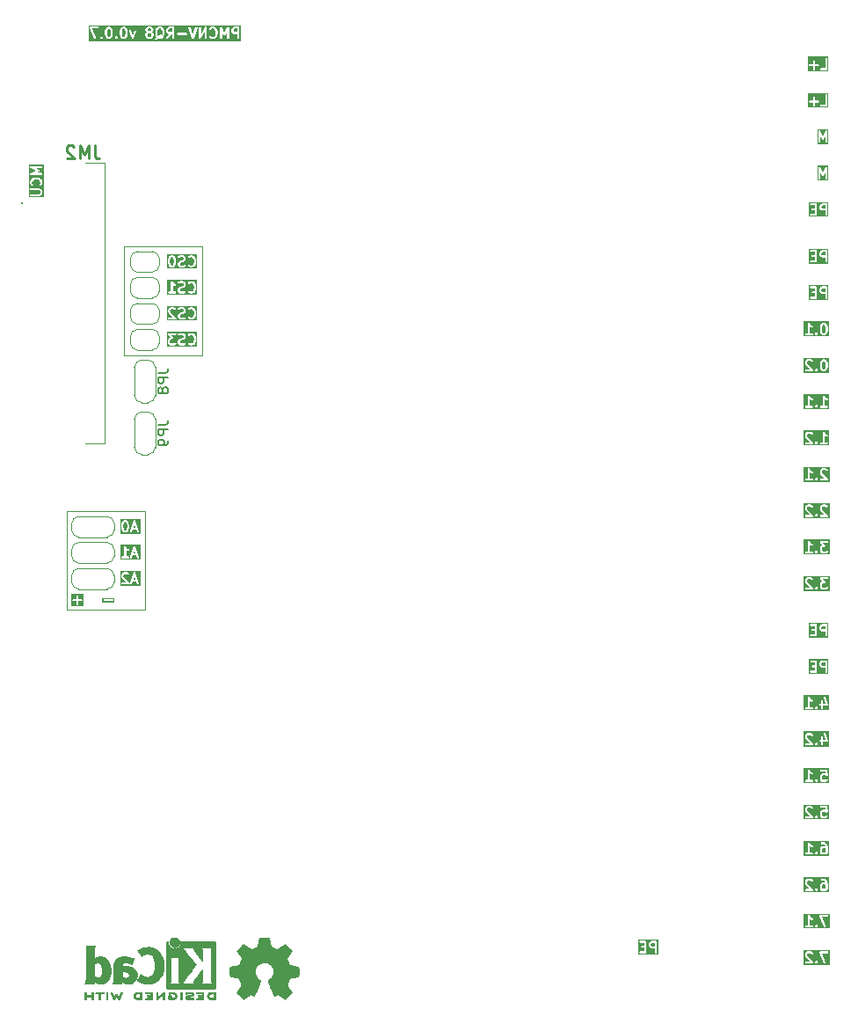
<source format=gbr>
%TF.GenerationSoftware,KiCad,Pcbnew,9.0.5*%
%TF.CreationDate,2025-10-31T12:59:57+03:00*%
%TF.ProjectId,PMCNV-RQ8,504d434e-562d-4525-9138-2e6b69636164,rev?*%
%TF.SameCoordinates,Original*%
%TF.FileFunction,Legend,Bot*%
%TF.FilePolarity,Positive*%
%FSLAX46Y46*%
G04 Gerber Fmt 4.6, Leading zero omitted, Abs format (unit mm)*
G04 Created by KiCad (PCBNEW 9.0.5) date 2025-10-31 12:59:57*
%MOMM*%
%LPD*%
G01*
G04 APERTURE LIST*
%ADD10C,0.100000*%
%ADD11C,0.200000*%
%ADD12C,0.254000*%
%ADD13C,0.150000*%
%ADD14C,0.120000*%
%ADD15C,0.010000*%
G04 APERTURE END LIST*
D10*
X-34000000Y0D02*
X-26500000Y0D01*
X-26500000Y-9500000D01*
X-34000000Y-9500000D01*
X-34000000Y0D01*
X-28500000Y25500000D02*
X-21000000Y25500000D01*
X-21000000Y15000000D01*
X-28500000Y15000000D01*
X-28500000Y25500000D01*
D11*
G36*
X39030326Y21123972D02*
G01*
X38772981Y21123972D01*
X38713371Y21153777D01*
X38688703Y21178446D01*
X38658898Y21238056D01*
X38658898Y21333698D01*
X38688703Y21393308D01*
X38713371Y21417977D01*
X38772981Y21447781D01*
X39030326Y21447781D01*
X39030326Y21123972D01*
G37*
G36*
X39341437Y20336670D02*
G01*
X37444946Y20336670D01*
X37444946Y21567290D01*
X37556057Y21567290D01*
X37556057Y21528272D01*
X37570989Y21492224D01*
X37598579Y21464634D01*
X37634627Y21449702D01*
X37654136Y21447781D01*
X38030326Y21447781D01*
X38030326Y21171591D01*
X37796993Y21171591D01*
X37777484Y21169670D01*
X37741436Y21154738D01*
X37713846Y21127148D01*
X37698914Y21091100D01*
X37698914Y21052082D01*
X37713846Y21016034D01*
X37741436Y20988444D01*
X37777484Y20973512D01*
X37796993Y20971591D01*
X38030326Y20971591D01*
X38030326Y20647781D01*
X37654136Y20647781D01*
X37634627Y20645860D01*
X37598579Y20630928D01*
X37570989Y20603338D01*
X37556057Y20567290D01*
X37556057Y20528272D01*
X37570989Y20492224D01*
X37598579Y20464634D01*
X37634627Y20449702D01*
X37654136Y20447781D01*
X38130326Y20447781D01*
X38149835Y20449702D01*
X38185883Y20464634D01*
X38213473Y20492224D01*
X38228405Y20528272D01*
X38230326Y20547781D01*
X38230326Y21357305D01*
X38458898Y21357305D01*
X38458898Y21214448D01*
X38460819Y21194939D01*
X38462194Y21191619D01*
X38462449Y21188035D01*
X38469455Y21169727D01*
X38517074Y21074489D01*
X38522359Y21066093D01*
X38523370Y21063653D01*
X38525623Y21060907D01*
X38527517Y21057899D01*
X38529511Y21056170D01*
X38535806Y21048499D01*
X38583425Y21000881D01*
X38591091Y20994589D01*
X38592824Y20992591D01*
X38595832Y20990698D01*
X38598578Y20988444D01*
X38601018Y20987434D01*
X38609415Y20982148D01*
X38704652Y20934529D01*
X38722961Y20927523D01*
X38726544Y20927269D01*
X38729865Y20925893D01*
X38749374Y20923972D01*
X39030326Y20923972D01*
X39030326Y20547781D01*
X39032247Y20528272D01*
X39047179Y20492224D01*
X39074769Y20464634D01*
X39110817Y20449702D01*
X39149835Y20449702D01*
X39185883Y20464634D01*
X39213473Y20492224D01*
X39228405Y20528272D01*
X39230326Y20547781D01*
X39230326Y21547781D01*
X39228405Y21567290D01*
X39213473Y21603338D01*
X39185883Y21630928D01*
X39149835Y21645860D01*
X39130326Y21647781D01*
X38749374Y21647781D01*
X38729865Y21645860D01*
X38726544Y21644485D01*
X38722961Y21644230D01*
X38704652Y21637224D01*
X38609415Y21589605D01*
X38601018Y21584320D01*
X38598578Y21583309D01*
X38595832Y21581056D01*
X38592824Y21579162D01*
X38591091Y21577165D01*
X38583425Y21570872D01*
X38535806Y21523254D01*
X38529511Y21515584D01*
X38527517Y21513854D01*
X38525623Y21510847D01*
X38523370Y21508100D01*
X38522359Y21505661D01*
X38517074Y21497264D01*
X38469455Y21402026D01*
X38462449Y21383718D01*
X38462194Y21380135D01*
X38460819Y21376814D01*
X38458898Y21357305D01*
X38230326Y21357305D01*
X38230326Y21547781D01*
X38228405Y21567290D01*
X38213473Y21603338D01*
X38185883Y21630928D01*
X38149835Y21645860D01*
X38130326Y21647781D01*
X37654136Y21647781D01*
X37634627Y21645860D01*
X37598579Y21630928D01*
X37570989Y21603338D01*
X37556057Y21567290D01*
X37444946Y21567290D01*
X37444946Y21758892D01*
X39341437Y21758892D01*
X39341437Y20336670D01*
G37*
G36*
X39030326Y-14876028D02*
G01*
X38772981Y-14876028D01*
X38713371Y-14846223D01*
X38688703Y-14821554D01*
X38658898Y-14761944D01*
X38658898Y-14666302D01*
X38688703Y-14606692D01*
X38713371Y-14582023D01*
X38772981Y-14552219D01*
X39030326Y-14552219D01*
X39030326Y-14876028D01*
G37*
G36*
X39341437Y-15663330D02*
G01*
X37444946Y-15663330D01*
X37444946Y-14432710D01*
X37556057Y-14432710D01*
X37556057Y-14471728D01*
X37570989Y-14507776D01*
X37598579Y-14535366D01*
X37634627Y-14550298D01*
X37654136Y-14552219D01*
X38030326Y-14552219D01*
X38030326Y-14828409D01*
X37796993Y-14828409D01*
X37777484Y-14830330D01*
X37741436Y-14845262D01*
X37713846Y-14872852D01*
X37698914Y-14908900D01*
X37698914Y-14947918D01*
X37713846Y-14983966D01*
X37741436Y-15011556D01*
X37777484Y-15026488D01*
X37796993Y-15028409D01*
X38030326Y-15028409D01*
X38030326Y-15352219D01*
X37654136Y-15352219D01*
X37634627Y-15354140D01*
X37598579Y-15369072D01*
X37570989Y-15396662D01*
X37556057Y-15432710D01*
X37556057Y-15471728D01*
X37570989Y-15507776D01*
X37598579Y-15535366D01*
X37634627Y-15550298D01*
X37654136Y-15552219D01*
X38130326Y-15552219D01*
X38149835Y-15550298D01*
X38185883Y-15535366D01*
X38213473Y-15507776D01*
X38228405Y-15471728D01*
X38230326Y-15452219D01*
X38230326Y-14642695D01*
X38458898Y-14642695D01*
X38458898Y-14785552D01*
X38460819Y-14805061D01*
X38462194Y-14808381D01*
X38462449Y-14811965D01*
X38469455Y-14830273D01*
X38517074Y-14925511D01*
X38522359Y-14933907D01*
X38523370Y-14936347D01*
X38525623Y-14939093D01*
X38527517Y-14942101D01*
X38529511Y-14943830D01*
X38535806Y-14951501D01*
X38583425Y-14999119D01*
X38591091Y-15005411D01*
X38592824Y-15007409D01*
X38595832Y-15009302D01*
X38598578Y-15011556D01*
X38601018Y-15012566D01*
X38609415Y-15017852D01*
X38704652Y-15065471D01*
X38722961Y-15072477D01*
X38726544Y-15072731D01*
X38729865Y-15074107D01*
X38749374Y-15076028D01*
X39030326Y-15076028D01*
X39030326Y-15452219D01*
X39032247Y-15471728D01*
X39047179Y-15507776D01*
X39074769Y-15535366D01*
X39110817Y-15550298D01*
X39149835Y-15550298D01*
X39185883Y-15535366D01*
X39213473Y-15507776D01*
X39228405Y-15471728D01*
X39230326Y-15452219D01*
X39230326Y-14452219D01*
X39228405Y-14432710D01*
X39213473Y-14396662D01*
X39185883Y-14369072D01*
X39149835Y-14354140D01*
X39130326Y-14352219D01*
X38749374Y-14352219D01*
X38729865Y-14354140D01*
X38726544Y-14355515D01*
X38722961Y-14355770D01*
X38704652Y-14362776D01*
X38609415Y-14410395D01*
X38601018Y-14415680D01*
X38598578Y-14416691D01*
X38595832Y-14418944D01*
X38592824Y-14420838D01*
X38591091Y-14422835D01*
X38583425Y-14429128D01*
X38535806Y-14476746D01*
X38529511Y-14484416D01*
X38527517Y-14486146D01*
X38525623Y-14489153D01*
X38523370Y-14491900D01*
X38522359Y-14494339D01*
X38517074Y-14502736D01*
X38469455Y-14597974D01*
X38462449Y-14616282D01*
X38462194Y-14619865D01*
X38460819Y-14623186D01*
X38458898Y-14642695D01*
X38230326Y-14642695D01*
X38230326Y-14452219D01*
X38228405Y-14432710D01*
X38213473Y-14396662D01*
X38185883Y-14369072D01*
X38149835Y-14354140D01*
X38130326Y-14352219D01*
X37654136Y-14352219D01*
X37634627Y-14354140D01*
X37598579Y-14369072D01*
X37570989Y-14396662D01*
X37556057Y-14432710D01*
X37444946Y-14432710D01*
X37444946Y-14241108D01*
X39341437Y-14241108D01*
X39341437Y-15663330D01*
G37*
G36*
X38975852Y14417976D02*
G01*
X39000521Y14393308D01*
X39035974Y14322401D01*
X39077945Y14154520D01*
X39077945Y13941044D01*
X39035974Y13773163D01*
X39000521Y13702257D01*
X38975852Y13677587D01*
X38916243Y13647781D01*
X38868219Y13647781D01*
X38808609Y13677586D01*
X38783942Y13702254D01*
X38748487Y13773163D01*
X38706517Y13941044D01*
X38706517Y14154519D01*
X38748487Y14322401D01*
X38783941Y14393308D01*
X38808609Y14417977D01*
X38868219Y14447781D01*
X38916243Y14447781D01*
X38975852Y14417976D01*
G37*
G36*
X39389056Y13336670D02*
G01*
X36966835Y13336670D01*
X36966835Y14357305D01*
X37077946Y14357305D01*
X37077946Y14262067D01*
X37078918Y14252194D01*
X37078731Y14249560D01*
X37079518Y14246097D01*
X37079867Y14242558D01*
X37080878Y14240116D01*
X37083078Y14230444D01*
X37130697Y14087588D01*
X37138688Y14069687D01*
X37141043Y14066972D01*
X37142418Y14063653D01*
X37154854Y14048499D01*
X37555571Y13647781D01*
X37177946Y13647781D01*
X37158437Y13645860D01*
X37122389Y13630928D01*
X37094799Y13603338D01*
X37079867Y13567290D01*
X37079867Y13528272D01*
X37094799Y13492224D01*
X37122389Y13464634D01*
X37158437Y13449702D01*
X37177946Y13447781D01*
X37796993Y13447781D01*
X37816502Y13449702D01*
X37852550Y13464634D01*
X37880140Y13492224D01*
X37895072Y13528272D01*
X37895072Y13567290D01*
X37880140Y13603338D01*
X37880139Y13603339D01*
X37870644Y13614909D01*
X38032247Y13614909D01*
X38032247Y13575891D01*
X38038710Y13560288D01*
X38047179Y13539842D01*
X38047183Y13539838D01*
X38059615Y13524689D01*
X38107234Y13477071D01*
X38122387Y13464634D01*
X38131390Y13460905D01*
X38158436Y13449702D01*
X38197454Y13449702D01*
X38233502Y13464634D01*
X38248656Y13477070D01*
X38296274Y13524689D01*
X38308711Y13539842D01*
X38315463Y13556144D01*
X38323642Y13575890D01*
X38323643Y13614908D01*
X38308712Y13650957D01*
X38296275Y13666110D01*
X38248656Y13713730D01*
X38233503Y13726167D01*
X38218571Y13732352D01*
X38197454Y13741099D01*
X38158436Y13741099D01*
X38147878Y13736726D01*
X38122388Y13726168D01*
X38122387Y13726167D01*
X38107233Y13713730D01*
X38059615Y13666110D01*
X38047178Y13650957D01*
X38037165Y13626781D01*
X38032247Y13614909D01*
X37870644Y13614909D01*
X37867704Y13618492D01*
X37319368Y14166829D01*
X38506517Y14166829D01*
X38506517Y13928734D01*
X38506852Y13925332D01*
X38506635Y13923873D01*
X38507714Y13916576D01*
X38508438Y13909225D01*
X38509002Y13907862D01*
X38509503Y13904480D01*
X38557122Y13714005D01*
X38557635Y13712568D01*
X38557687Y13711845D01*
X38560795Y13703721D01*
X38563717Y13695544D01*
X38564147Y13694964D01*
X38564693Y13693537D01*
X38612312Y13598299D01*
X38617595Y13589907D01*
X38618607Y13587463D01*
X38620863Y13584714D01*
X38622755Y13581709D01*
X38624749Y13579980D01*
X38631044Y13572310D01*
X38678662Y13524690D01*
X38686330Y13518397D01*
X38688062Y13516400D01*
X38691070Y13514507D01*
X38693816Y13512253D01*
X38696256Y13511243D01*
X38704653Y13505957D01*
X38799890Y13458338D01*
X38818199Y13451332D01*
X38821782Y13451078D01*
X38825103Y13449702D01*
X38844612Y13447781D01*
X38939850Y13447781D01*
X38959359Y13449702D01*
X38962679Y13451078D01*
X38966263Y13451332D01*
X38984571Y13458338D01*
X39079809Y13505957D01*
X39088204Y13511242D01*
X39090646Y13512253D01*
X39093393Y13514509D01*
X39096399Y13516400D01*
X39098129Y13518395D01*
X39105799Y13524690D01*
X39153418Y13572310D01*
X39159710Y13579977D01*
X39161707Y13581708D01*
X39163600Y13584716D01*
X39165855Y13587463D01*
X39166866Y13589905D01*
X39172150Y13598299D01*
X39219769Y13693536D01*
X39220315Y13694965D01*
X39220745Y13695544D01*
X39223666Y13703721D01*
X39226775Y13711845D01*
X39226826Y13712566D01*
X39227340Y13714004D01*
X39274959Y13904480D01*
X39275459Y13907862D01*
X39276024Y13909225D01*
X39276747Y13916576D01*
X39277827Y13923873D01*
X39277609Y13925332D01*
X39277945Y13928734D01*
X39277945Y14166829D01*
X39277609Y14170232D01*
X39277827Y14171690D01*
X39276747Y14178988D01*
X39276024Y14186338D01*
X39275459Y14187702D01*
X39274959Y14191083D01*
X39227340Y14381559D01*
X39226826Y14382998D01*
X39226775Y14383718D01*
X39223666Y14391843D01*
X39220745Y14400019D01*
X39220315Y14400599D01*
X39219769Y14402027D01*
X39172150Y14497264D01*
X39166864Y14505661D01*
X39165854Y14508101D01*
X39163600Y14510847D01*
X39161707Y14513855D01*
X39159709Y14515588D01*
X39153417Y14523254D01*
X39105799Y14570873D01*
X39098128Y14577168D01*
X39096399Y14579162D01*
X39093391Y14581056D01*
X39090645Y14583309D01*
X39088205Y14584320D01*
X39079809Y14589605D01*
X38984571Y14637224D01*
X38966263Y14644230D01*
X38962679Y14644485D01*
X38959359Y14645860D01*
X38939850Y14647781D01*
X38844612Y14647781D01*
X38825103Y14645860D01*
X38821782Y14644485D01*
X38818199Y14644230D01*
X38799890Y14637224D01*
X38704653Y14589605D01*
X38696256Y14584320D01*
X38693816Y14583309D01*
X38691070Y14581056D01*
X38688062Y14579162D01*
X38686329Y14577165D01*
X38678663Y14570872D01*
X38631044Y14523254D01*
X38624749Y14515584D01*
X38622755Y14513854D01*
X38620861Y14510847D01*
X38618608Y14508100D01*
X38617597Y14505661D01*
X38612312Y14497264D01*
X38564693Y14402026D01*
X38564147Y14400600D01*
X38563717Y14400019D01*
X38560795Y14391843D01*
X38557687Y14383718D01*
X38557635Y14382996D01*
X38557122Y14381558D01*
X38509503Y14191083D01*
X38509002Y14187702D01*
X38508438Y14186338D01*
X38507714Y14178988D01*
X38506635Y14171690D01*
X38506852Y14170232D01*
X38506517Y14166829D01*
X37319368Y14166829D01*
X37312967Y14173230D01*
X37277946Y14278294D01*
X37277946Y14333698D01*
X37307751Y14393308D01*
X37332419Y14417977D01*
X37392029Y14447781D01*
X37582910Y14447781D01*
X37642519Y14417976D01*
X37678663Y14381833D01*
X37693816Y14369396D01*
X37729865Y14354465D01*
X37768883Y14354465D01*
X37804931Y14369396D01*
X37832521Y14396986D01*
X37847452Y14433034D01*
X37847452Y14472052D01*
X37832521Y14508101D01*
X37820084Y14523254D01*
X37772466Y14570873D01*
X37764795Y14577168D01*
X37763066Y14579162D01*
X37760058Y14581056D01*
X37757312Y14583309D01*
X37754872Y14584320D01*
X37746476Y14589605D01*
X37651238Y14637224D01*
X37632930Y14644230D01*
X37629346Y14644485D01*
X37626026Y14645860D01*
X37606517Y14647781D01*
X37368422Y14647781D01*
X37348913Y14645860D01*
X37345592Y14644485D01*
X37342009Y14644230D01*
X37323700Y14637224D01*
X37228463Y14589605D01*
X37220066Y14584320D01*
X37217626Y14583309D01*
X37214880Y14581056D01*
X37211872Y14579162D01*
X37210139Y14577165D01*
X37202473Y14570872D01*
X37154854Y14523254D01*
X37148559Y14515584D01*
X37146565Y14513854D01*
X37144671Y14510847D01*
X37142418Y14508100D01*
X37141407Y14505661D01*
X37136122Y14497264D01*
X37088503Y14402026D01*
X37081497Y14383718D01*
X37081242Y14380135D01*
X37079867Y14376814D01*
X37077946Y14357305D01*
X36966835Y14357305D01*
X36966835Y14758892D01*
X39389056Y14758892D01*
X39389056Y13336670D01*
G37*
G36*
X39434754Y-43663330D02*
G01*
X36966835Y-43663330D01*
X36966835Y-42642695D01*
X37077946Y-42642695D01*
X37077946Y-42737933D01*
X37078918Y-42747806D01*
X37078731Y-42750440D01*
X37079518Y-42753903D01*
X37079867Y-42757442D01*
X37080878Y-42759884D01*
X37083078Y-42769556D01*
X37130697Y-42912412D01*
X37138688Y-42930313D01*
X37141043Y-42933028D01*
X37142418Y-42936347D01*
X37154854Y-42951501D01*
X37555571Y-43352219D01*
X37177946Y-43352219D01*
X37158437Y-43354140D01*
X37122389Y-43369072D01*
X37094799Y-43396662D01*
X37079867Y-43432710D01*
X37079867Y-43471728D01*
X37094799Y-43507776D01*
X37122389Y-43535366D01*
X37158437Y-43550298D01*
X37177946Y-43552219D01*
X37796993Y-43552219D01*
X37816502Y-43550298D01*
X37852550Y-43535366D01*
X37880140Y-43507776D01*
X37895072Y-43471728D01*
X37895072Y-43432710D01*
X37880140Y-43396662D01*
X37880139Y-43396661D01*
X37870644Y-43385091D01*
X38032247Y-43385091D01*
X38032247Y-43424109D01*
X38035315Y-43431515D01*
X38047179Y-43460158D01*
X38047183Y-43460162D01*
X38059615Y-43475311D01*
X38107234Y-43522929D01*
X38122387Y-43535366D01*
X38132945Y-43539739D01*
X38158436Y-43550298D01*
X38197454Y-43550298D01*
X38233502Y-43535366D01*
X38248656Y-43522930D01*
X38296274Y-43475311D01*
X38308711Y-43460158D01*
X38323642Y-43424109D01*
X38323642Y-43412537D01*
X38323643Y-43385092D01*
X38308712Y-43349043D01*
X38296275Y-43333890D01*
X38248656Y-43286270D01*
X38233503Y-43273833D01*
X38218571Y-43267648D01*
X38197454Y-43258901D01*
X38158436Y-43258901D01*
X38147878Y-43263274D01*
X38122388Y-43273832D01*
X38122387Y-43273833D01*
X38107233Y-43286270D01*
X38059615Y-43333890D01*
X38047178Y-43349043D01*
X38043891Y-43356980D01*
X38032247Y-43385091D01*
X37870644Y-43385091D01*
X37867704Y-43381508D01*
X37312967Y-42826770D01*
X37277946Y-42721706D01*
X37277946Y-42666302D01*
X37307751Y-42606692D01*
X37332419Y-42582023D01*
X37392029Y-42552219D01*
X37582910Y-42552219D01*
X37642519Y-42582024D01*
X37678663Y-42618167D01*
X37693816Y-42630604D01*
X37729865Y-42645535D01*
X37768883Y-42645535D01*
X37804931Y-42630604D01*
X37832521Y-42603014D01*
X37847452Y-42566966D01*
X37847452Y-42527948D01*
X37832521Y-42491899D01*
X37820084Y-42476746D01*
X37777246Y-42433907D01*
X38460589Y-42433907D01*
X38460819Y-42452798D01*
X38460819Y-42471728D01*
X38461056Y-42472301D01*
X38461064Y-42472923D01*
X38466983Y-42491611D01*
X38895554Y-43491611D01*
X38905005Y-43508785D01*
X38932930Y-43536037D01*
X38969157Y-43550528D01*
X39008172Y-43550052D01*
X39044036Y-43534682D01*
X39071287Y-43506758D01*
X39085778Y-43470530D01*
X39085303Y-43431515D01*
X39079383Y-43412827D01*
X38710552Y-42552219D01*
X39225564Y-42552219D01*
X39245073Y-42550298D01*
X39281121Y-42535366D01*
X39308711Y-42507776D01*
X39323643Y-42471728D01*
X39323643Y-42432710D01*
X39308711Y-42396662D01*
X39281121Y-42369072D01*
X39245073Y-42354140D01*
X39225564Y-42352219D01*
X38558898Y-42352219D01*
X38539389Y-42354140D01*
X38538815Y-42354377D01*
X38538194Y-42354385D01*
X38520772Y-42361851D01*
X38503341Y-42369072D01*
X38502903Y-42369509D01*
X38502331Y-42369755D01*
X38489109Y-42383303D01*
X38475751Y-42396662D01*
X38475513Y-42397236D01*
X38475080Y-42397680D01*
X38468066Y-42415212D01*
X38460819Y-42432710D01*
X38460819Y-42433332D01*
X38460589Y-42433907D01*
X37777246Y-42433907D01*
X37772466Y-42429127D01*
X37764795Y-42422832D01*
X37763066Y-42420838D01*
X37760058Y-42418944D01*
X37757312Y-42416691D01*
X37754872Y-42415680D01*
X37746476Y-42410395D01*
X37651238Y-42362776D01*
X37632930Y-42355770D01*
X37629346Y-42355515D01*
X37626026Y-42354140D01*
X37606517Y-42352219D01*
X37368422Y-42352219D01*
X37348913Y-42354140D01*
X37345592Y-42355515D01*
X37342009Y-42355770D01*
X37323700Y-42362776D01*
X37228463Y-42410395D01*
X37220066Y-42415680D01*
X37217626Y-42416691D01*
X37214880Y-42418944D01*
X37211872Y-42420838D01*
X37210139Y-42422835D01*
X37202473Y-42429128D01*
X37154854Y-42476746D01*
X37148559Y-42484416D01*
X37146565Y-42486146D01*
X37144671Y-42489153D01*
X37142418Y-42491900D01*
X37141407Y-42494339D01*
X37136122Y-42502736D01*
X37088503Y-42597974D01*
X37081497Y-42616282D01*
X37081242Y-42619865D01*
X37079867Y-42623186D01*
X37077946Y-42642695D01*
X36966835Y-42642695D01*
X36966835Y-42241108D01*
X39434754Y-42241108D01*
X39434754Y-43663330D01*
G37*
G36*
X39434754Y-663330D02*
G01*
X36966835Y-663330D01*
X36966835Y357305D01*
X37077946Y357305D01*
X37077946Y262067D01*
X37078918Y252194D01*
X37078731Y249560D01*
X37079518Y246097D01*
X37079867Y242558D01*
X37080878Y240116D01*
X37083078Y230444D01*
X37130697Y87588D01*
X37138688Y69687D01*
X37141043Y66972D01*
X37142418Y63653D01*
X37154854Y48499D01*
X37555571Y-352219D01*
X37177946Y-352219D01*
X37158437Y-354140D01*
X37122389Y-369072D01*
X37094799Y-396662D01*
X37079867Y-432710D01*
X37079867Y-471728D01*
X37094799Y-507776D01*
X37122389Y-535366D01*
X37158437Y-550298D01*
X37177946Y-552219D01*
X37796993Y-552219D01*
X37816502Y-550298D01*
X37852550Y-535366D01*
X37880140Y-507776D01*
X37895072Y-471728D01*
X37895072Y-432710D01*
X37880140Y-396662D01*
X37880139Y-396661D01*
X37870644Y-385091D01*
X38032247Y-385091D01*
X38032247Y-424109D01*
X38035810Y-432710D01*
X38047179Y-460158D01*
X38047183Y-460162D01*
X38059615Y-475311D01*
X38107234Y-522929D01*
X38122387Y-535366D01*
X38132945Y-539739D01*
X38158436Y-550298D01*
X38197454Y-550298D01*
X38233502Y-535366D01*
X38248656Y-522930D01*
X38296274Y-475311D01*
X38308711Y-460158D01*
X38323642Y-424109D01*
X38323642Y-412537D01*
X38323643Y-385092D01*
X38308712Y-349043D01*
X38296275Y-333890D01*
X38248656Y-286270D01*
X38233503Y-273833D01*
X38218571Y-267648D01*
X38197454Y-258901D01*
X38158436Y-258901D01*
X38147878Y-263274D01*
X38122388Y-273832D01*
X38122387Y-273833D01*
X38107233Y-286270D01*
X38059615Y-333890D01*
X38047178Y-349043D01*
X38043891Y-356980D01*
X38032247Y-385091D01*
X37870644Y-385091D01*
X37867704Y-381508D01*
X37312967Y173230D01*
X37277946Y278294D01*
X37277946Y333698D01*
X37307751Y393308D01*
X37332419Y417977D01*
X37392029Y447781D01*
X37582910Y447781D01*
X37642519Y417976D01*
X37678663Y381833D01*
X37693816Y369396D01*
X37729865Y354465D01*
X37768883Y354465D01*
X37775740Y357305D01*
X38506517Y357305D01*
X38506517Y262067D01*
X38507489Y252194D01*
X38507302Y249560D01*
X38508089Y246097D01*
X38508438Y242558D01*
X38509449Y240116D01*
X38511649Y230444D01*
X38559268Y87588D01*
X38567259Y69687D01*
X38569614Y66972D01*
X38570989Y63653D01*
X38583425Y48499D01*
X38984142Y-352219D01*
X38606517Y-352219D01*
X38587008Y-354140D01*
X38550960Y-369072D01*
X38523370Y-396662D01*
X38508438Y-432710D01*
X38508438Y-471728D01*
X38523370Y-507776D01*
X38550960Y-535366D01*
X38587008Y-550298D01*
X38606517Y-552219D01*
X39225564Y-552219D01*
X39245073Y-550298D01*
X39281121Y-535366D01*
X39308711Y-507776D01*
X39323643Y-471728D01*
X39323643Y-432710D01*
X39308711Y-396662D01*
X39308710Y-396661D01*
X39296275Y-381508D01*
X38741538Y173230D01*
X38706517Y278294D01*
X38706517Y333698D01*
X38736322Y393308D01*
X38760990Y417977D01*
X38820600Y447781D01*
X39011481Y447781D01*
X39071090Y417976D01*
X39107234Y381833D01*
X39122387Y369396D01*
X39158436Y354465D01*
X39197454Y354465D01*
X39233502Y369396D01*
X39261092Y396986D01*
X39276023Y433034D01*
X39276023Y472052D01*
X39261092Y508101D01*
X39248655Y523254D01*
X39201037Y570873D01*
X39193366Y577168D01*
X39191637Y579162D01*
X39188629Y581056D01*
X39185883Y583309D01*
X39183443Y584320D01*
X39175047Y589605D01*
X39079809Y637224D01*
X39061501Y644230D01*
X39057917Y644485D01*
X39054597Y645860D01*
X39035088Y647781D01*
X38796993Y647781D01*
X38777484Y645860D01*
X38774163Y644485D01*
X38770580Y644230D01*
X38752271Y637224D01*
X38657034Y589605D01*
X38648637Y584320D01*
X38646197Y583309D01*
X38643451Y581056D01*
X38640443Y579162D01*
X38638710Y577165D01*
X38631044Y570872D01*
X38583425Y523254D01*
X38577130Y515584D01*
X38575136Y513854D01*
X38573242Y510847D01*
X38570989Y508100D01*
X38569978Y505661D01*
X38564693Y497264D01*
X38517074Y402026D01*
X38510068Y383718D01*
X38509813Y380135D01*
X38508438Y376814D01*
X38506517Y357305D01*
X37775740Y357305D01*
X37804931Y369396D01*
X37832521Y396986D01*
X37847452Y433034D01*
X37847452Y472052D01*
X37832521Y508101D01*
X37820084Y523254D01*
X37772466Y570873D01*
X37764795Y577168D01*
X37763066Y579162D01*
X37760058Y581056D01*
X37757312Y583309D01*
X37754872Y584320D01*
X37746476Y589605D01*
X37651238Y637224D01*
X37632930Y644230D01*
X37629346Y644485D01*
X37626026Y645860D01*
X37606517Y647781D01*
X37368422Y647781D01*
X37348913Y645860D01*
X37345592Y644485D01*
X37342009Y644230D01*
X37323700Y637224D01*
X37228463Y589605D01*
X37220066Y584320D01*
X37217626Y583309D01*
X37214880Y581056D01*
X37211872Y579162D01*
X37210139Y577165D01*
X37202473Y570872D01*
X37154854Y523254D01*
X37148559Y515584D01*
X37146565Y513854D01*
X37144671Y510847D01*
X37142418Y508100D01*
X37141407Y505661D01*
X37136122Y497264D01*
X37088503Y402026D01*
X37081497Y383718D01*
X37081242Y380135D01*
X37079867Y376814D01*
X37077946Y357305D01*
X36966835Y357305D01*
X36966835Y758892D01*
X39434754Y758892D01*
X39434754Y-663330D01*
G37*
G36*
X-24927658Y45677587D02*
G01*
X-24987268Y45647781D01*
X-25055574Y45647781D01*
X-25047283Y45656073D01*
X-24987673Y45685877D01*
X-24919367Y45685877D01*
X-24927658Y45677587D01*
G37*
G36*
X-24927660Y46417977D02*
G01*
X-24863481Y46353798D01*
X-24825566Y46202139D01*
X-24825566Y45893425D01*
X-24837430Y45845969D01*
X-24860485Y45869024D01*
X-24896533Y45883956D01*
X-24916042Y45885877D01*
X-25011280Y45885877D01*
X-25030789Y45883956D01*
X-25034110Y45882581D01*
X-25037693Y45882326D01*
X-25056002Y45875320D01*
X-25151239Y45827701D01*
X-25159636Y45822416D01*
X-25162076Y45821405D01*
X-25164822Y45819152D01*
X-25167830Y45817258D01*
X-25169563Y45815261D01*
X-25177229Y45808968D01*
X-25249375Y45736822D01*
X-25254317Y45741764D01*
X-25292232Y45893425D01*
X-25292232Y46202138D01*
X-25254317Y46353798D01*
X-25190138Y46417977D01*
X-25130530Y46447781D01*
X-24987268Y46447781D01*
X-24927660Y46417977D01*
G37*
G36*
X-29880040Y46417976D02*
G01*
X-29855371Y46393308D01*
X-29819918Y46322401D01*
X-29777947Y46154520D01*
X-29777947Y45941044D01*
X-29819918Y45773163D01*
X-29855371Y45702257D01*
X-29880040Y45677587D01*
X-29939649Y45647781D01*
X-29987673Y45647781D01*
X-30047283Y45677586D01*
X-30071950Y45702254D01*
X-30107405Y45773163D01*
X-30149375Y45941044D01*
X-30149375Y46154519D01*
X-30107405Y46322401D01*
X-30071951Y46393308D01*
X-30047283Y46417977D01*
X-29987673Y46447781D01*
X-29939649Y46447781D01*
X-29880040Y46417976D01*
G37*
G36*
X-28451469Y46417976D02*
G01*
X-28426800Y46393308D01*
X-28391347Y46322401D01*
X-28349376Y46154520D01*
X-28349376Y45941044D01*
X-28391347Y45773163D01*
X-28426800Y45702257D01*
X-28451469Y45677587D01*
X-28511078Y45647781D01*
X-28559102Y45647781D01*
X-28618712Y45677586D01*
X-28643379Y45702254D01*
X-28678834Y45773163D01*
X-28720804Y45941044D01*
X-28720804Y46154519D01*
X-28678834Y46322401D01*
X-28643380Y46393308D01*
X-28618712Y46417977D01*
X-28559102Y46447781D01*
X-28511078Y46447781D01*
X-28451469Y46417976D01*
G37*
G36*
X-25927659Y45989405D02*
G01*
X-25902990Y45964737D01*
X-25873185Y45905127D01*
X-25873185Y45761865D01*
X-25902990Y45702257D01*
X-25927659Y45677587D01*
X-25987268Y45647781D01*
X-26130530Y45647781D01*
X-26190140Y45677586D01*
X-26214807Y45702254D01*
X-26244613Y45761866D01*
X-26244613Y45905127D01*
X-26214808Y45964737D01*
X-26190140Y45989406D01*
X-26130530Y46019210D01*
X-25987268Y46019210D01*
X-25927659Y45989405D01*
G37*
G36*
X-25927659Y46417976D02*
G01*
X-25902990Y46393308D01*
X-25873185Y46333698D01*
X-25873185Y46333293D01*
X-25902990Y46273684D01*
X-25927659Y46249016D01*
X-25987268Y46219210D01*
X-26130530Y46219210D01*
X-26190140Y46249015D01*
X-26214808Y46273684D01*
X-26244613Y46333294D01*
X-26244613Y46333698D01*
X-26214808Y46393308D01*
X-26190140Y46417977D01*
X-26130530Y46447781D01*
X-25987268Y46447781D01*
X-25927659Y46417976D01*
G37*
G36*
X-23873185Y46123972D02*
G01*
X-24130530Y46123972D01*
X-24190140Y46153777D01*
X-24214808Y46178446D01*
X-24244613Y46238056D01*
X-24244613Y46333698D01*
X-24214808Y46393308D01*
X-24190140Y46417977D01*
X-24130530Y46447781D01*
X-23873185Y46447781D01*
X-23873185Y46123972D01*
G37*
G36*
X-17587471Y46123972D02*
G01*
X-17844816Y46123972D01*
X-17904426Y46153777D01*
X-17929094Y46178446D01*
X-17958899Y46238056D01*
X-17958899Y46333698D01*
X-17929094Y46393308D01*
X-17904426Y46417977D01*
X-17844816Y46447781D01*
X-17587471Y46447781D01*
X-17587471Y46123972D01*
G37*
G36*
X-17276360Y45242217D02*
G01*
X-31934985Y45242217D01*
X-31934985Y46566093D01*
X-31823874Y46566093D01*
X-31823644Y46547202D01*
X-31823644Y46528272D01*
X-31823407Y46527699D01*
X-31823399Y46527077D01*
X-31817480Y46508389D01*
X-31388909Y45508389D01*
X-31379458Y45491215D01*
X-31351533Y45463963D01*
X-31315306Y45449472D01*
X-31276291Y45449948D01*
X-31240427Y45465318D01*
X-31213176Y45493242D01*
X-31198685Y45529470D01*
X-31199160Y45568485D01*
X-31205080Y45587173D01*
X-31216967Y45614909D01*
X-30823645Y45614909D01*
X-30823645Y45575891D01*
X-30818055Y45562396D01*
X-30808713Y45539842D01*
X-30808709Y45539838D01*
X-30796277Y45524689D01*
X-30748658Y45477071D01*
X-30733505Y45464634D01*
X-30727092Y45461978D01*
X-30697456Y45449702D01*
X-30658438Y45449702D01*
X-30622390Y45464634D01*
X-30607236Y45477070D01*
X-30559618Y45524689D01*
X-30547181Y45539842D01*
X-30540429Y45556144D01*
X-30532250Y45575890D01*
X-30532249Y45614908D01*
X-30547180Y45650957D01*
X-30559617Y45666110D01*
X-30607236Y45713730D01*
X-30622389Y45726167D01*
X-30632415Y45730320D01*
X-30647017Y45736368D01*
X-30658438Y45741099D01*
X-30697456Y45741099D01*
X-30708014Y45736726D01*
X-30733504Y45726168D01*
X-30733505Y45726167D01*
X-30748659Y45713730D01*
X-30796277Y45666110D01*
X-30808714Y45650957D01*
X-30817673Y45629327D01*
X-30823645Y45614909D01*
X-31216967Y45614909D01*
X-31453503Y46166829D01*
X-30349375Y46166829D01*
X-30349375Y45928734D01*
X-30349040Y45925332D01*
X-30349257Y45923873D01*
X-30348178Y45916576D01*
X-30347454Y45909225D01*
X-30346890Y45907862D01*
X-30346389Y45904480D01*
X-30298770Y45714005D01*
X-30298257Y45712568D01*
X-30298205Y45711845D01*
X-30295097Y45703721D01*
X-30292175Y45695544D01*
X-30291745Y45694964D01*
X-30291199Y45693537D01*
X-30243580Y45598299D01*
X-30238297Y45589907D01*
X-30237285Y45587463D01*
X-30235029Y45584714D01*
X-30233137Y45581709D01*
X-30231143Y45579980D01*
X-30224848Y45572310D01*
X-30177230Y45524690D01*
X-30169562Y45518397D01*
X-30167830Y45516400D01*
X-30164822Y45514507D01*
X-30162076Y45512253D01*
X-30159636Y45511243D01*
X-30151239Y45505957D01*
X-30056002Y45458338D01*
X-30037693Y45451332D01*
X-30034110Y45451078D01*
X-30030789Y45449702D01*
X-30011280Y45447781D01*
X-29916042Y45447781D01*
X-29896533Y45449702D01*
X-29893213Y45451078D01*
X-29889629Y45451332D01*
X-29871321Y45458338D01*
X-29776083Y45505957D01*
X-29767688Y45511242D01*
X-29765246Y45512253D01*
X-29762499Y45514509D01*
X-29759493Y45516400D01*
X-29757763Y45518395D01*
X-29750093Y45524690D01*
X-29702474Y45572310D01*
X-29696182Y45579977D01*
X-29694185Y45581708D01*
X-29692292Y45584716D01*
X-29690037Y45587463D01*
X-29689026Y45589905D01*
X-29683742Y45598299D01*
X-29675437Y45614909D01*
X-29395074Y45614909D01*
X-29395074Y45575891D01*
X-29389484Y45562396D01*
X-29380142Y45539842D01*
X-29380138Y45539838D01*
X-29367706Y45524689D01*
X-29320087Y45477071D01*
X-29304934Y45464634D01*
X-29298521Y45461978D01*
X-29268885Y45449702D01*
X-29229867Y45449702D01*
X-29193819Y45464634D01*
X-29178665Y45477070D01*
X-29131047Y45524689D01*
X-29118610Y45539842D01*
X-29111858Y45556144D01*
X-29103679Y45575890D01*
X-29103678Y45614908D01*
X-29118609Y45650957D01*
X-29131046Y45666110D01*
X-29178665Y45713730D01*
X-29193818Y45726167D01*
X-29203844Y45730320D01*
X-29218446Y45736368D01*
X-29229867Y45741099D01*
X-29268885Y45741099D01*
X-29279443Y45736726D01*
X-29304933Y45726168D01*
X-29304934Y45726167D01*
X-29320088Y45713730D01*
X-29367706Y45666110D01*
X-29380143Y45650957D01*
X-29389102Y45629327D01*
X-29395074Y45614909D01*
X-29675437Y45614909D01*
X-29636123Y45693536D01*
X-29635577Y45694965D01*
X-29635147Y45695544D01*
X-29632226Y45703721D01*
X-29629117Y45711845D01*
X-29629066Y45712566D01*
X-29628552Y45714004D01*
X-29580933Y45904480D01*
X-29580433Y45907862D01*
X-29579868Y45909225D01*
X-29579145Y45916576D01*
X-29578065Y45923873D01*
X-29578283Y45925332D01*
X-29577947Y45928734D01*
X-29577947Y46166829D01*
X-28920804Y46166829D01*
X-28920804Y45928734D01*
X-28920469Y45925332D01*
X-28920686Y45923873D01*
X-28919607Y45916576D01*
X-28918883Y45909225D01*
X-28918319Y45907862D01*
X-28917818Y45904480D01*
X-28870199Y45714005D01*
X-28869686Y45712568D01*
X-28869634Y45711845D01*
X-28866526Y45703721D01*
X-28863604Y45695544D01*
X-28863174Y45694964D01*
X-28862628Y45693537D01*
X-28815009Y45598299D01*
X-28809726Y45589907D01*
X-28808714Y45587463D01*
X-28806458Y45584714D01*
X-28804566Y45581709D01*
X-28802572Y45579980D01*
X-28796277Y45572310D01*
X-28748659Y45524690D01*
X-28740991Y45518397D01*
X-28739259Y45516400D01*
X-28736251Y45514507D01*
X-28733505Y45512253D01*
X-28731065Y45511243D01*
X-28722668Y45505957D01*
X-28627431Y45458338D01*
X-28609122Y45451332D01*
X-28605539Y45451078D01*
X-28602218Y45449702D01*
X-28582709Y45447781D01*
X-28487471Y45447781D01*
X-28467962Y45449702D01*
X-28464642Y45451078D01*
X-28461058Y45451332D01*
X-28442750Y45458338D01*
X-28347512Y45505957D01*
X-28339117Y45511242D01*
X-28336675Y45512253D01*
X-28333928Y45514509D01*
X-28330922Y45516400D01*
X-28329192Y45518395D01*
X-28321522Y45524690D01*
X-28273903Y45572310D01*
X-28267611Y45579977D01*
X-28265614Y45581708D01*
X-28263721Y45584716D01*
X-28261466Y45587463D01*
X-28260455Y45589905D01*
X-28255171Y45598299D01*
X-28207552Y45693536D01*
X-28207006Y45694965D01*
X-28206576Y45695544D01*
X-28203655Y45703721D01*
X-28200546Y45711845D01*
X-28200495Y45712566D01*
X-28199981Y45714004D01*
X-28152362Y45904480D01*
X-28151862Y45907862D01*
X-28151297Y45909225D01*
X-28150574Y45916576D01*
X-28149494Y45923873D01*
X-28149712Y45925332D01*
X-28149376Y45928734D01*
X-28149376Y46166829D01*
X-28149712Y46170232D01*
X-28149494Y46171690D01*
X-28150574Y46178988D01*
X-28151297Y46186338D01*
X-28151862Y46187702D01*
X-28152362Y46191083D01*
X-28154550Y46199833D01*
X-28014969Y46199833D01*
X-28010216Y46180814D01*
X-27772121Y45514148D01*
X-27763751Y45496421D01*
X-27760381Y45492699D01*
X-27758233Y45488164D01*
X-27747382Y45478341D01*
X-27737564Y45467496D01*
X-27733032Y45465349D01*
X-27729307Y45461977D01*
X-27715517Y45457053D01*
X-27702302Y45450792D01*
X-27697292Y45450543D01*
X-27692562Y45448854D01*
X-27677941Y45449582D01*
X-27663332Y45448855D01*
X-27658607Y45450543D01*
X-27653592Y45450792D01*
X-27640366Y45457058D01*
X-27626587Y45461978D01*
X-27622867Y45465347D01*
X-27618330Y45467495D01*
X-27608508Y45478346D01*
X-27597661Y45488164D01*
X-27595514Y45492699D01*
X-27592143Y45496421D01*
X-27583773Y45514147D01*
X-27345678Y46180814D01*
X-27340925Y46199833D01*
X-27342863Y46238803D01*
X-27359566Y46274065D01*
X-27388492Y46300251D01*
X-27425237Y46313374D01*
X-27464207Y46311437D01*
X-27499469Y46294733D01*
X-27525656Y46265808D01*
X-27534026Y46248081D01*
X-27677947Y45845103D01*
X-27821868Y46248082D01*
X-27830238Y46265808D01*
X-27856425Y46294734D01*
X-27891687Y46311437D01*
X-27930657Y46313375D01*
X-27967402Y46300252D01*
X-27996328Y46274065D01*
X-28013031Y46238803D01*
X-28014969Y46199833D01*
X-28154550Y46199833D01*
X-28193918Y46357305D01*
X-26444613Y46357305D01*
X-26444613Y46309686D01*
X-26442692Y46290177D01*
X-26441317Y46286857D01*
X-26441062Y46283273D01*
X-26434056Y46264965D01*
X-26386437Y46169727D01*
X-26381152Y46161331D01*
X-26380141Y46158891D01*
X-26377888Y46156145D01*
X-26375994Y46153137D01*
X-26374000Y46151408D01*
X-26367705Y46143737D01*
X-26343178Y46119210D01*
X-26367705Y46094683D01*
X-26374000Y46087013D01*
X-26375994Y46085283D01*
X-26377888Y46082276D01*
X-26380141Y46079529D01*
X-26381152Y46077090D01*
X-26386437Y46068693D01*
X-26434056Y45973455D01*
X-26441062Y45955147D01*
X-26441317Y45951564D01*
X-26442692Y45948243D01*
X-26444613Y45928734D01*
X-26444613Y45738258D01*
X-26442692Y45718749D01*
X-26441317Y45715429D01*
X-26441062Y45711845D01*
X-26434056Y45693537D01*
X-26386437Y45598299D01*
X-26381154Y45589907D01*
X-26380142Y45587463D01*
X-26377886Y45584714D01*
X-26375994Y45581709D01*
X-26374000Y45579980D01*
X-26367705Y45572310D01*
X-26320087Y45524690D01*
X-26312419Y45518397D01*
X-26310687Y45516400D01*
X-26307679Y45514507D01*
X-26304933Y45512253D01*
X-26302493Y45511243D01*
X-26294096Y45505957D01*
X-26198859Y45458338D01*
X-26180550Y45451332D01*
X-26176967Y45451078D01*
X-26173646Y45449702D01*
X-26154137Y45447781D01*
X-25963661Y45447781D01*
X-25944152Y45449702D01*
X-25940832Y45451078D01*
X-25937248Y45451332D01*
X-25918940Y45458338D01*
X-25905516Y45465050D01*
X-25539066Y45465050D01*
X-25536300Y45426130D01*
X-25518851Y45391231D01*
X-25489374Y45365667D01*
X-25452358Y45353328D01*
X-25413438Y45356094D01*
X-25395130Y45363100D01*
X-25299892Y45410719D01*
X-25291496Y45416005D01*
X-25289056Y45417015D01*
X-25286310Y45419269D01*
X-25283302Y45421162D01*
X-25281573Y45423157D01*
X-25273902Y45429451D01*
X-25229630Y45473724D01*
X-25198859Y45458338D01*
X-25180550Y45451332D01*
X-25176967Y45451078D01*
X-25173646Y45449702D01*
X-25154137Y45447781D01*
X-24963661Y45447781D01*
X-24944152Y45449702D01*
X-24940832Y45451078D01*
X-24937248Y45451332D01*
X-24918940Y45458338D01*
X-24823702Y45505957D01*
X-24815307Y45511242D01*
X-24812865Y45512253D01*
X-24810118Y45514509D01*
X-24807112Y45516400D01*
X-24805382Y45518395D01*
X-24797712Y45524690D01*
X-24702474Y45619929D01*
X-24690037Y45635082D01*
X-24687192Y45641953D01*
X-24682766Y45647925D01*
X-24676171Y45666385D01*
X-24628552Y45856861D01*
X-24628052Y45860243D01*
X-24627487Y45861606D01*
X-24626764Y45868957D01*
X-24625684Y45876254D01*
X-24625902Y45877713D01*
X-24625566Y45881115D01*
X-24625566Y46214448D01*
X-24625902Y46217851D01*
X-24625684Y46219309D01*
X-24626764Y46226607D01*
X-24627487Y46233957D01*
X-24628052Y46235321D01*
X-24628552Y46238702D01*
X-24658203Y46357305D01*
X-24444613Y46357305D01*
X-24444613Y46214448D01*
X-24442692Y46194939D01*
X-24441317Y46191619D01*
X-24441062Y46188035D01*
X-24434056Y46169727D01*
X-24386437Y46074489D01*
X-24381152Y46066093D01*
X-24380141Y46063653D01*
X-24377888Y46060907D01*
X-24375994Y46057899D01*
X-24374000Y46056170D01*
X-24367705Y46048499D01*
X-24320086Y46000881D01*
X-24312420Y45994589D01*
X-24310687Y45992591D01*
X-24307679Y45990698D01*
X-24304933Y45988444D01*
X-24302493Y45987434D01*
X-24294096Y45982148D01*
X-24198859Y45934529D01*
X-24196569Y45933653D01*
X-24426536Y45605127D01*
X-24436150Y45588043D01*
X-24444590Y45549949D01*
X-24437809Y45511524D01*
X-24416840Y45478619D01*
X-24384875Y45456244D01*
X-24346781Y45447804D01*
X-24308356Y45454585D01*
X-24275451Y45475554D01*
X-24262690Y45490435D01*
X-23959215Y45923972D01*
X-23873185Y45923972D01*
X-23873185Y45547781D01*
X-23871264Y45528272D01*
X-23856332Y45492224D01*
X-23828742Y45464634D01*
X-23792694Y45449702D01*
X-23753676Y45449702D01*
X-23717628Y45464634D01*
X-23690038Y45492224D01*
X-23675106Y45528272D01*
X-23673185Y45547781D01*
X-23673185Y45948243D01*
X-23395073Y45948243D01*
X-23395073Y45909225D01*
X-23380141Y45873177D01*
X-23352551Y45845587D01*
X-23316503Y45830655D01*
X-23296994Y45828734D01*
X-22535090Y45828734D01*
X-22515581Y45830655D01*
X-22479533Y45845587D01*
X-22451943Y45873177D01*
X-22437011Y45909225D01*
X-22437011Y45948243D01*
X-22451943Y45984291D01*
X-22479533Y46011881D01*
X-22515581Y46026813D01*
X-22535090Y46028734D01*
X-23296994Y46028734D01*
X-23316503Y46026813D01*
X-23352551Y46011881D01*
X-23380141Y45984291D01*
X-23395073Y45948243D01*
X-23673185Y45948243D01*
X-23673185Y46535274D01*
X-22300971Y46535274D01*
X-22296624Y46516158D01*
X-21963291Y45516159D01*
X-21955300Y45498258D01*
X-21950617Y45492859D01*
X-21947422Y45486469D01*
X-21937951Y45478254D01*
X-21929735Y45468782D01*
X-21923347Y45465588D01*
X-21917946Y45460904D01*
X-21906045Y45456937D01*
X-21894836Y45451333D01*
X-21887712Y45450827D01*
X-21880930Y45448566D01*
X-21868421Y45449456D01*
X-21855916Y45448566D01*
X-21849138Y45450826D01*
X-21842010Y45451332D01*
X-21830794Y45456941D01*
X-21818900Y45460905D01*
X-21813503Y45465586D01*
X-21807111Y45468782D01*
X-21798893Y45478258D01*
X-21789424Y45486470D01*
X-21786231Y45492857D01*
X-21781546Y45498258D01*
X-21773555Y45516158D01*
X-21440222Y46516158D01*
X-21435875Y46535273D01*
X-21436764Y46547781D01*
X-21301756Y46547781D01*
X-21301756Y45547781D01*
X-21301262Y45542764D01*
X-21301512Y45540796D01*
X-21300818Y45538250D01*
X-21299835Y45528272D01*
X-21294744Y45515982D01*
X-21291245Y45503153D01*
X-21287343Y45498115D01*
X-21284903Y45492224D01*
X-21275498Y45482819D01*
X-21267355Y45472304D01*
X-21261821Y45469142D01*
X-21257313Y45464634D01*
X-21245028Y45459546D01*
X-21233478Y45452945D01*
X-21227154Y45452142D01*
X-21221265Y45449702D01*
X-21207964Y45449702D01*
X-21194771Y45448025D01*
X-21188622Y45449702D01*
X-21182247Y45449702D01*
X-21169957Y45454794D01*
X-21157128Y45458292D01*
X-21152090Y45462195D01*
X-21146199Y45464634D01*
X-21136794Y45474040D01*
X-21126279Y45482182D01*
X-21120476Y45490358D01*
X-21118609Y45492224D01*
X-21117851Y45494057D01*
X-21114932Y45498167D01*
X-20730328Y46171225D01*
X-20730328Y45547781D01*
X-20728407Y45528272D01*
X-20713475Y45492224D01*
X-20685885Y45464634D01*
X-20649837Y45449702D01*
X-20610819Y45449702D01*
X-20574771Y45464634D01*
X-20547181Y45492224D01*
X-20532249Y45528272D01*
X-20530328Y45547781D01*
X-20530328Y46472052D01*
X-20299835Y46472052D01*
X-20299835Y46433034D01*
X-20284903Y46396986D01*
X-20257313Y46369396D01*
X-20221265Y46354464D01*
X-20182247Y46354464D01*
X-20146199Y46369396D01*
X-20131045Y46381832D01*
X-20100119Y46412760D01*
X-19995054Y46447781D01*
X-19932269Y46447781D01*
X-19827205Y46412760D01*
X-19760132Y46345687D01*
X-19724680Y46274782D01*
X-19682709Y46106901D01*
X-19682709Y45988663D01*
X-19724680Y45820782D01*
X-19760133Y45749876D01*
X-19827204Y45682803D01*
X-19932269Y45647781D01*
X-19995054Y45647781D01*
X-20100119Y45682803D01*
X-20131045Y45713730D01*
X-20146198Y45726167D01*
X-20182246Y45741098D01*
X-20221264Y45741099D01*
X-20257313Y45726168D01*
X-20284903Y45698578D01*
X-20299834Y45662530D01*
X-20299835Y45623512D01*
X-20284904Y45587463D01*
X-20272467Y45572310D01*
X-20224849Y45524690D01*
X-20209695Y45512253D01*
X-20206376Y45510878D01*
X-20203660Y45508523D01*
X-20185760Y45500532D01*
X-20042903Y45452913D01*
X-20033231Y45450714D01*
X-20030789Y45449702D01*
X-20027252Y45449354D01*
X-20023788Y45448566D01*
X-20021154Y45448754D01*
X-20011280Y45447781D01*
X-19916042Y45447781D01*
X-19906169Y45448754D01*
X-19903535Y45448566D01*
X-19900072Y45449354D01*
X-19896533Y45449702D01*
X-19894091Y45450714D01*
X-19884419Y45452913D01*
X-19741563Y45500532D01*
X-19723662Y45508523D01*
X-19720947Y45510878D01*
X-19717627Y45512253D01*
X-19702474Y45524690D01*
X-19607236Y45619929D01*
X-19600944Y45627596D01*
X-19598947Y45629327D01*
X-19597054Y45632335D01*
X-19594799Y45635082D01*
X-19593788Y45637524D01*
X-19588504Y45645918D01*
X-19540885Y45741155D01*
X-19540339Y45742584D01*
X-19539909Y45743163D01*
X-19536988Y45751340D01*
X-19533879Y45759464D01*
X-19533828Y45760185D01*
X-19533314Y45761623D01*
X-19485695Y45952099D01*
X-19485195Y45955481D01*
X-19484630Y45956844D01*
X-19483907Y45964195D01*
X-19482827Y45971492D01*
X-19483045Y45972951D01*
X-19482709Y45976353D01*
X-19482709Y46119210D01*
X-19483045Y46122613D01*
X-19482827Y46124071D01*
X-19483907Y46131369D01*
X-19484630Y46138719D01*
X-19485195Y46140083D01*
X-19485695Y46143464D01*
X-19533314Y46333940D01*
X-19533828Y46335379D01*
X-19533879Y46336099D01*
X-19536988Y46344224D01*
X-19539909Y46352400D01*
X-19540339Y46352980D01*
X-19540885Y46354408D01*
X-19588504Y46449645D01*
X-19593791Y46458044D01*
X-19594800Y46460481D01*
X-19597052Y46463225D01*
X-19598947Y46466236D01*
X-19600945Y46467969D01*
X-19607236Y46475635D01*
X-19679382Y46547781D01*
X-19254137Y46547781D01*
X-19254137Y45547781D01*
X-19252216Y45528272D01*
X-19237284Y45492224D01*
X-19209694Y45464634D01*
X-19173646Y45449702D01*
X-19134628Y45449702D01*
X-19098580Y45464634D01*
X-19070990Y45492224D01*
X-19056058Y45528272D01*
X-19054137Y45547781D01*
X-19054137Y46097025D01*
X-18911422Y45791207D01*
X-18907190Y45784062D01*
X-18906310Y45781644D01*
X-18904745Y45779935D01*
X-18901431Y45774341D01*
X-18890221Y45764075D01*
X-18879959Y45752869D01*
X-18875934Y45750991D01*
X-18872656Y45747989D01*
X-18858374Y45742796D01*
X-18844601Y45736368D01*
X-18840162Y45736173D01*
X-18835987Y45734655D01*
X-18820804Y45735323D01*
X-18805621Y45734655D01*
X-18801448Y45736173D01*
X-18797006Y45736368D01*
X-18783222Y45742801D01*
X-18768952Y45747990D01*
X-18765679Y45750988D01*
X-18761649Y45752868D01*
X-18751380Y45764083D01*
X-18740177Y45774341D01*
X-18736866Y45779932D01*
X-18735297Y45781644D01*
X-18734417Y45784066D01*
X-18730186Y45791207D01*
X-18587471Y46097026D01*
X-18587471Y45547781D01*
X-18585550Y45528272D01*
X-18570618Y45492224D01*
X-18543028Y45464634D01*
X-18506980Y45449702D01*
X-18467962Y45449702D01*
X-18431914Y45464634D01*
X-18404324Y45492224D01*
X-18389392Y45528272D01*
X-18387471Y45547781D01*
X-18387471Y46357305D01*
X-18158899Y46357305D01*
X-18158899Y46214448D01*
X-18156978Y46194939D01*
X-18155603Y46191619D01*
X-18155348Y46188035D01*
X-18148342Y46169727D01*
X-18100723Y46074489D01*
X-18095438Y46066093D01*
X-18094427Y46063653D01*
X-18092174Y46060907D01*
X-18090280Y46057899D01*
X-18088286Y46056170D01*
X-18081991Y46048499D01*
X-18034372Y46000881D01*
X-18026706Y45994589D01*
X-18024973Y45992591D01*
X-18021965Y45990698D01*
X-18019219Y45988444D01*
X-18016779Y45987434D01*
X-18008382Y45982148D01*
X-17913145Y45934529D01*
X-17894836Y45927523D01*
X-17891253Y45927269D01*
X-17887932Y45925893D01*
X-17868423Y45923972D01*
X-17587471Y45923972D01*
X-17587471Y45547781D01*
X-17585550Y45528272D01*
X-17570618Y45492224D01*
X-17543028Y45464634D01*
X-17506980Y45449702D01*
X-17467962Y45449702D01*
X-17431914Y45464634D01*
X-17404324Y45492224D01*
X-17389392Y45528272D01*
X-17387471Y45547781D01*
X-17387471Y46547781D01*
X-17389392Y46567290D01*
X-17404324Y46603338D01*
X-17431914Y46630928D01*
X-17467962Y46645860D01*
X-17487471Y46647781D01*
X-17868423Y46647781D01*
X-17887932Y46645860D01*
X-17891253Y46644485D01*
X-17894836Y46644230D01*
X-17913145Y46637224D01*
X-18008382Y46589605D01*
X-18016779Y46584320D01*
X-18019219Y46583309D01*
X-18021965Y46581056D01*
X-18024973Y46579162D01*
X-18026706Y46577165D01*
X-18034372Y46570872D01*
X-18081991Y46523254D01*
X-18088286Y46515584D01*
X-18090280Y46513854D01*
X-18092174Y46510847D01*
X-18094427Y46508100D01*
X-18095438Y46505661D01*
X-18100723Y46497264D01*
X-18148342Y46402026D01*
X-18155348Y46383718D01*
X-18155603Y46380135D01*
X-18156978Y46376814D01*
X-18158899Y46357305D01*
X-18387471Y46357305D01*
X-18387471Y46547781D01*
X-18388734Y46560605D01*
X-18388630Y46562964D01*
X-18389091Y46564232D01*
X-18389392Y46567290D01*
X-18396033Y46583321D01*
X-18401964Y46599633D01*
X-18403471Y46601279D01*
X-18404324Y46603338D01*
X-18416586Y46615600D01*
X-18428316Y46628409D01*
X-18430340Y46629354D01*
X-18431914Y46630928D01*
X-18447930Y46637563D01*
X-18463673Y46644909D01*
X-18465903Y46645007D01*
X-18467962Y46645860D01*
X-18485314Y46645860D01*
X-18502654Y46646622D01*
X-18504750Y46645860D01*
X-18506980Y46645860D01*
X-18523011Y46639220D01*
X-18539323Y46633288D01*
X-18540969Y46631782D01*
X-18543028Y46630928D01*
X-18555296Y46618661D01*
X-18568098Y46606936D01*
X-18569665Y46604292D01*
X-18570618Y46603338D01*
X-18571522Y46601157D01*
X-18578089Y46590070D01*
X-18820805Y46069967D01*
X-19063519Y46590070D01*
X-19070087Y46601157D01*
X-19070990Y46603338D01*
X-19071944Y46604292D01*
X-19073510Y46606936D01*
X-19086307Y46618655D01*
X-19098580Y46630928D01*
X-19100642Y46631782D01*
X-19102285Y46633287D01*
X-19118587Y46639216D01*
X-19134628Y46645860D01*
X-19136859Y46645860D01*
X-19138954Y46646622D01*
X-19156294Y46645860D01*
X-19173646Y46645860D01*
X-19175706Y46645007D01*
X-19177934Y46644909D01*
X-19193665Y46637568D01*
X-19209694Y46630928D01*
X-19211271Y46629352D01*
X-19213292Y46628408D01*
X-19225011Y46615612D01*
X-19237284Y46603338D01*
X-19238138Y46601277D01*
X-19239643Y46599633D01*
X-19245572Y46583332D01*
X-19252216Y46567290D01*
X-19252518Y46564232D01*
X-19252978Y46562964D01*
X-19252875Y46560605D01*
X-19254137Y46547781D01*
X-19679382Y46547781D01*
X-19702474Y46570873D01*
X-19717628Y46583309D01*
X-19720947Y46584684D01*
X-19723662Y46587039D01*
X-19741563Y46595030D01*
X-19884419Y46642649D01*
X-19894091Y46644849D01*
X-19896533Y46645860D01*
X-19900072Y46646209D01*
X-19903535Y46646996D01*
X-19906169Y46646809D01*
X-19916042Y46647781D01*
X-20011280Y46647781D01*
X-20021154Y46646809D01*
X-20023788Y46646996D01*
X-20027252Y46646209D01*
X-20030789Y46645860D01*
X-20033231Y46644849D01*
X-20042903Y46642649D01*
X-20185760Y46595030D01*
X-20203660Y46587039D01*
X-20206376Y46584684D01*
X-20209695Y46583309D01*
X-20224848Y46570872D01*
X-20272467Y46523254D01*
X-20284903Y46508100D01*
X-20299835Y46472052D01*
X-20530328Y46472052D01*
X-20530328Y46547781D01*
X-20530823Y46552799D01*
X-20530572Y46554766D01*
X-20531267Y46557313D01*
X-20532249Y46567290D01*
X-20537339Y46579577D01*
X-20540838Y46592409D01*
X-20544743Y46597451D01*
X-20547181Y46603338D01*
X-20556585Y46612742D01*
X-20564729Y46623258D01*
X-20570264Y46626421D01*
X-20574771Y46630928D01*
X-20587057Y46636017D01*
X-20598606Y46642617D01*
X-20604931Y46643421D01*
X-20610819Y46645860D01*
X-20624119Y46645860D01*
X-20637312Y46647537D01*
X-20643461Y46645860D01*
X-20649837Y46645860D01*
X-20662124Y46640771D01*
X-20674956Y46637271D01*
X-20679998Y46633367D01*
X-20685885Y46630928D01*
X-20695289Y46621525D01*
X-20705805Y46613380D01*
X-20711609Y46605205D01*
X-20713475Y46603338D01*
X-20714234Y46601506D01*
X-20717152Y46597395D01*
X-21101756Y45924338D01*
X-21101756Y46547781D01*
X-21103677Y46567290D01*
X-21118609Y46603338D01*
X-21146199Y46630928D01*
X-21182247Y46645860D01*
X-21221265Y46645860D01*
X-21257313Y46630928D01*
X-21284903Y46603338D01*
X-21299835Y46567290D01*
X-21301756Y46547781D01*
X-21436764Y46547781D01*
X-21438641Y46574193D01*
X-21456091Y46609092D01*
X-21485567Y46634657D01*
X-21522583Y46646996D01*
X-21561503Y46644229D01*
X-21596402Y46626780D01*
X-21621967Y46597304D01*
X-21629958Y46579403D01*
X-21868423Y45864009D01*
X-22106888Y46579404D01*
X-22114879Y46597304D01*
X-22140444Y46626780D01*
X-22175343Y46644230D01*
X-22214263Y46646996D01*
X-22251279Y46634658D01*
X-22280755Y46609093D01*
X-22298205Y46574194D01*
X-22300971Y46535274D01*
X-23673185Y46535274D01*
X-23673185Y46547781D01*
X-23675106Y46567290D01*
X-23690038Y46603338D01*
X-23717628Y46630928D01*
X-23753676Y46645860D01*
X-23773185Y46647781D01*
X-24154137Y46647781D01*
X-24173646Y46645860D01*
X-24176967Y46644485D01*
X-24180550Y46644230D01*
X-24198859Y46637224D01*
X-24294096Y46589605D01*
X-24302493Y46584320D01*
X-24304933Y46583309D01*
X-24307679Y46581056D01*
X-24310687Y46579162D01*
X-24312420Y46577165D01*
X-24320086Y46570872D01*
X-24367705Y46523254D01*
X-24374000Y46515584D01*
X-24375994Y46513854D01*
X-24377888Y46510847D01*
X-24380141Y46508100D01*
X-24381152Y46505661D01*
X-24386437Y46497264D01*
X-24434056Y46402026D01*
X-24441062Y46383718D01*
X-24441317Y46380135D01*
X-24442692Y46376814D01*
X-24444613Y46357305D01*
X-24658203Y46357305D01*
X-24676171Y46429178D01*
X-24682766Y46447638D01*
X-24687193Y46453613D01*
X-24690038Y46460481D01*
X-24702474Y46475635D01*
X-24797712Y46570873D01*
X-24805383Y46577168D01*
X-24807112Y46579162D01*
X-24810120Y46581056D01*
X-24812866Y46583309D01*
X-24815306Y46584320D01*
X-24823702Y46589605D01*
X-24918940Y46637224D01*
X-24937248Y46644230D01*
X-24940832Y46644485D01*
X-24944152Y46645860D01*
X-24963661Y46647781D01*
X-25154137Y46647781D01*
X-25173646Y46645860D01*
X-25176967Y46644485D01*
X-25180550Y46644230D01*
X-25198859Y46637224D01*
X-25294096Y46589605D01*
X-25302495Y46584319D01*
X-25304932Y46583309D01*
X-25307676Y46581058D01*
X-25310687Y46579162D01*
X-25312420Y46577165D01*
X-25320086Y46570873D01*
X-25415324Y46475635D01*
X-25427760Y46460481D01*
X-25430606Y46453613D01*
X-25435032Y46447638D01*
X-25441627Y46429177D01*
X-25489246Y46238702D01*
X-25489747Y46235321D01*
X-25490311Y46233957D01*
X-25491035Y46226607D01*
X-25492114Y46219309D01*
X-25491897Y46217851D01*
X-25492232Y46214448D01*
X-25492232Y45881115D01*
X-25491897Y45877713D01*
X-25492114Y45876254D01*
X-25491035Y45868957D01*
X-25490311Y45861606D01*
X-25489747Y45860243D01*
X-25489246Y45856861D01*
X-25441627Y45666386D01*
X-25435032Y45647925D01*
X-25430607Y45641953D01*
X-25427761Y45635082D01*
X-25415324Y45619929D01*
X-25390797Y45595401D01*
X-25403850Y45582348D01*
X-25484572Y45541986D01*
X-25501163Y45531543D01*
X-25526727Y45502066D01*
X-25539066Y45465050D01*
X-25905516Y45465050D01*
X-25823702Y45505957D01*
X-25815307Y45511242D01*
X-25812865Y45512253D01*
X-25810118Y45514509D01*
X-25807112Y45516400D01*
X-25805382Y45518395D01*
X-25797712Y45524690D01*
X-25750093Y45572310D01*
X-25743801Y45579977D01*
X-25741804Y45581708D01*
X-25739911Y45584716D01*
X-25737656Y45587463D01*
X-25736645Y45589905D01*
X-25731361Y45598299D01*
X-25683742Y45693536D01*
X-25676736Y45711845D01*
X-25676482Y45715429D01*
X-25675106Y45718749D01*
X-25673185Y45738258D01*
X-25673185Y45928734D01*
X-25675106Y45948243D01*
X-25676482Y45951564D01*
X-25676736Y45955147D01*
X-25683742Y45973456D01*
X-25731361Y46068693D01*
X-25736647Y46077090D01*
X-25737657Y46079530D01*
X-25739911Y46082276D01*
X-25741804Y46085284D01*
X-25743802Y46087017D01*
X-25750094Y46094683D01*
X-25774621Y46119210D01*
X-25750094Y46143737D01*
X-25743802Y46151404D01*
X-25741804Y46153136D01*
X-25739911Y46156145D01*
X-25737657Y46158890D01*
X-25736647Y46161331D01*
X-25731361Y46169727D01*
X-25683742Y46264964D01*
X-25676736Y46283273D01*
X-25676482Y46286857D01*
X-25675106Y46290177D01*
X-25673185Y46309686D01*
X-25673185Y46357305D01*
X-25675106Y46376814D01*
X-25676482Y46380135D01*
X-25676736Y46383718D01*
X-25683742Y46402027D01*
X-25731361Y46497264D01*
X-25736647Y46505661D01*
X-25737657Y46508101D01*
X-25739911Y46510847D01*
X-25741804Y46513855D01*
X-25743802Y46515588D01*
X-25750094Y46523254D01*
X-25797712Y46570873D01*
X-25805383Y46577168D01*
X-25807112Y46579162D01*
X-25810120Y46581056D01*
X-25812866Y46583309D01*
X-25815306Y46584320D01*
X-25823702Y46589605D01*
X-25918940Y46637224D01*
X-25937248Y46644230D01*
X-25940832Y46644485D01*
X-25944152Y46645860D01*
X-25963661Y46647781D01*
X-26154137Y46647781D01*
X-26173646Y46645860D01*
X-26176967Y46644485D01*
X-26180550Y46644230D01*
X-26198859Y46637224D01*
X-26294096Y46589605D01*
X-26302493Y46584320D01*
X-26304933Y46583309D01*
X-26307679Y46581056D01*
X-26310687Y46579162D01*
X-26312420Y46577165D01*
X-26320086Y46570872D01*
X-26367705Y46523254D01*
X-26374000Y46515584D01*
X-26375994Y46513854D01*
X-26377888Y46510847D01*
X-26380141Y46508100D01*
X-26381152Y46505661D01*
X-26386437Y46497264D01*
X-26434056Y46402026D01*
X-26441062Y46383718D01*
X-26441317Y46380135D01*
X-26442692Y46376814D01*
X-26444613Y46357305D01*
X-28193918Y46357305D01*
X-28199981Y46381559D01*
X-28200495Y46382998D01*
X-28200546Y46383718D01*
X-28203655Y46391843D01*
X-28206576Y46400019D01*
X-28207006Y46400599D01*
X-28207552Y46402027D01*
X-28255171Y46497264D01*
X-28260457Y46505661D01*
X-28261467Y46508101D01*
X-28263721Y46510847D01*
X-28265614Y46513855D01*
X-28267612Y46515588D01*
X-28273904Y46523254D01*
X-28321522Y46570873D01*
X-28329193Y46577168D01*
X-28330922Y46579162D01*
X-28333930Y46581056D01*
X-28336676Y46583309D01*
X-28339116Y46584320D01*
X-28347512Y46589605D01*
X-28442750Y46637224D01*
X-28461058Y46644230D01*
X-28464642Y46644485D01*
X-28467962Y46645860D01*
X-28487471Y46647781D01*
X-28582709Y46647781D01*
X-28602218Y46645860D01*
X-28605539Y46644485D01*
X-28609122Y46644230D01*
X-28627431Y46637224D01*
X-28722668Y46589605D01*
X-28731065Y46584320D01*
X-28733505Y46583309D01*
X-28736251Y46581056D01*
X-28739259Y46579162D01*
X-28740992Y46577165D01*
X-28748658Y46570872D01*
X-28796277Y46523254D01*
X-28802572Y46515584D01*
X-28804566Y46513854D01*
X-28806460Y46510847D01*
X-28808713Y46508100D01*
X-28809724Y46505661D01*
X-28815009Y46497264D01*
X-28862628Y46402026D01*
X-28863174Y46400600D01*
X-28863604Y46400019D01*
X-28866526Y46391843D01*
X-28869634Y46383718D01*
X-28869686Y46382996D01*
X-28870199Y46381558D01*
X-28917818Y46191083D01*
X-28918319Y46187702D01*
X-28918883Y46186338D01*
X-28919607Y46178988D01*
X-28920686Y46171690D01*
X-28920469Y46170232D01*
X-28920804Y46166829D01*
X-29577947Y46166829D01*
X-29578283Y46170232D01*
X-29578065Y46171690D01*
X-29579145Y46178988D01*
X-29579868Y46186338D01*
X-29580433Y46187702D01*
X-29580933Y46191083D01*
X-29628552Y46381559D01*
X-29629066Y46382998D01*
X-29629117Y46383718D01*
X-29632226Y46391843D01*
X-29635147Y46400019D01*
X-29635577Y46400599D01*
X-29636123Y46402027D01*
X-29683742Y46497264D01*
X-29689028Y46505661D01*
X-29690038Y46508101D01*
X-29692292Y46510847D01*
X-29694185Y46513855D01*
X-29696183Y46515588D01*
X-29702475Y46523254D01*
X-29750093Y46570873D01*
X-29757764Y46577168D01*
X-29759493Y46579162D01*
X-29762501Y46581056D01*
X-29765247Y46583309D01*
X-29767687Y46584320D01*
X-29776083Y46589605D01*
X-29871321Y46637224D01*
X-29889629Y46644230D01*
X-29893213Y46644485D01*
X-29896533Y46645860D01*
X-29916042Y46647781D01*
X-30011280Y46647781D01*
X-30030789Y46645860D01*
X-30034110Y46644485D01*
X-30037693Y46644230D01*
X-30056002Y46637224D01*
X-30151239Y46589605D01*
X-30159636Y46584320D01*
X-30162076Y46583309D01*
X-30164822Y46581056D01*
X-30167830Y46579162D01*
X-30169563Y46577165D01*
X-30177229Y46570872D01*
X-30224848Y46523254D01*
X-30231143Y46515584D01*
X-30233137Y46513854D01*
X-30235031Y46510847D01*
X-30237284Y46508100D01*
X-30238295Y46505661D01*
X-30243580Y46497264D01*
X-30291199Y46402026D01*
X-30291745Y46400600D01*
X-30292175Y46400019D01*
X-30295097Y46391843D01*
X-30298205Y46383718D01*
X-30298257Y46382996D01*
X-30298770Y46381558D01*
X-30346389Y46191083D01*
X-30346890Y46187702D01*
X-30347454Y46186338D01*
X-30348178Y46178988D01*
X-30349257Y46171690D01*
X-30349040Y46170232D01*
X-30349375Y46166829D01*
X-31453503Y46166829D01*
X-31573911Y46447781D01*
X-31058899Y46447781D01*
X-31039390Y46449702D01*
X-31003342Y46464634D01*
X-30975752Y46492224D01*
X-30960820Y46528272D01*
X-30960820Y46567290D01*
X-30975752Y46603338D01*
X-31003342Y46630928D01*
X-31039390Y46645860D01*
X-31058899Y46647781D01*
X-31725565Y46647781D01*
X-31745074Y46645860D01*
X-31745648Y46645623D01*
X-31746269Y46645615D01*
X-31763691Y46638149D01*
X-31781122Y46630928D01*
X-31781560Y46630491D01*
X-31782132Y46630245D01*
X-31795354Y46616697D01*
X-31808712Y46603338D01*
X-31808950Y46602764D01*
X-31809383Y46602320D01*
X-31816397Y46584788D01*
X-31823644Y46567290D01*
X-31823644Y46566668D01*
X-31823874Y46566093D01*
X-31934985Y46566093D01*
X-31934985Y46758892D01*
X-17276360Y46758892D01*
X-17276360Y45242217D01*
G37*
G36*
X39388270Y9836670D02*
G01*
X36968756Y9836670D01*
X36968756Y10067290D01*
X37079867Y10067290D01*
X37079867Y10028272D01*
X37094799Y9992224D01*
X37122389Y9964634D01*
X37158437Y9949702D01*
X37177946Y9947781D01*
X37749374Y9947781D01*
X37768883Y9949702D01*
X37804931Y9964634D01*
X37832521Y9992224D01*
X37847453Y10028272D01*
X37847453Y10067290D01*
X37832521Y10103338D01*
X37820950Y10114909D01*
X38032247Y10114909D01*
X38032247Y10075891D01*
X38035810Y10067290D01*
X38047179Y10039842D01*
X38047183Y10039838D01*
X38059615Y10024689D01*
X38107234Y9977071D01*
X38122387Y9964634D01*
X38132945Y9960261D01*
X38158436Y9949702D01*
X38197454Y9949702D01*
X38233502Y9964634D01*
X38248656Y9977070D01*
X38296274Y10024689D01*
X38308711Y10039842D01*
X38320080Y10067290D01*
X38508438Y10067290D01*
X38508438Y10028272D01*
X38523370Y9992224D01*
X38550960Y9964634D01*
X38587008Y9949702D01*
X38606517Y9947781D01*
X39177945Y9947781D01*
X39197454Y9949702D01*
X39233502Y9964634D01*
X39261092Y9992224D01*
X39276024Y10028272D01*
X39276024Y10067290D01*
X39261092Y10103338D01*
X39233502Y10130928D01*
X39197454Y10145860D01*
X39177945Y10147781D01*
X38992231Y10147781D01*
X38992231Y10758740D01*
X39011996Y10738975D01*
X39019662Y10732684D01*
X39021395Y10730686D01*
X39024406Y10728791D01*
X39027150Y10726539D01*
X39029587Y10725530D01*
X39037986Y10720243D01*
X39133223Y10672624D01*
X39151532Y10665618D01*
X39190452Y10662852D01*
X39227468Y10675191D01*
X39256945Y10700756D01*
X39274394Y10735654D01*
X39277159Y10774574D01*
X39264821Y10811590D01*
X39239256Y10841067D01*
X39222666Y10851510D01*
X39141944Y10891871D01*
X39065180Y10968635D01*
X38975436Y11103251D01*
X38975391Y11103306D01*
X38975378Y11103338D01*
X38975304Y11103412D01*
X38963016Y11118418D01*
X38954787Y11123929D01*
X38947788Y11130928D01*
X38938736Y11134678D01*
X38930596Y11140129D01*
X38920888Y11142071D01*
X38911740Y11145860D01*
X38901941Y11145860D01*
X38892336Y11147781D01*
X38882625Y11145860D01*
X38872722Y11145860D01*
X38863669Y11142111D01*
X38854059Y11140209D01*
X38845820Y11134717D01*
X38836674Y11130928D01*
X38829747Y11124002D01*
X38821594Y11118566D01*
X38816083Y11110338D01*
X38809084Y11103338D01*
X38805334Y11094287D01*
X38799883Y11086146D01*
X38797941Y11076439D01*
X38794152Y11067290D01*
X38792251Y11047988D01*
X38792231Y11047886D01*
X38792237Y11047852D01*
X38792231Y11047781D01*
X38792231Y10147781D01*
X38606517Y10147781D01*
X38587008Y10145860D01*
X38550960Y10130928D01*
X38523370Y10103338D01*
X38508438Y10067290D01*
X38320080Y10067290D01*
X38323642Y10075891D01*
X38323642Y10087463D01*
X38323643Y10114908D01*
X38308712Y10150957D01*
X38296275Y10166110D01*
X38248656Y10213730D01*
X38233503Y10226167D01*
X38218571Y10232352D01*
X38197454Y10241099D01*
X38158436Y10241099D01*
X38147878Y10236726D01*
X38122388Y10226168D01*
X38122387Y10226167D01*
X38107233Y10213730D01*
X38059615Y10166110D01*
X38047178Y10150957D01*
X38043891Y10143020D01*
X38032247Y10114909D01*
X37820950Y10114909D01*
X37804931Y10130928D01*
X37768883Y10145860D01*
X37749374Y10147781D01*
X37563660Y10147781D01*
X37563660Y10758740D01*
X37583425Y10738975D01*
X37591091Y10732684D01*
X37592824Y10730686D01*
X37595835Y10728791D01*
X37598579Y10726539D01*
X37601016Y10725530D01*
X37609415Y10720243D01*
X37704652Y10672624D01*
X37722961Y10665618D01*
X37761881Y10662852D01*
X37798897Y10675191D01*
X37828374Y10700756D01*
X37845823Y10735654D01*
X37848588Y10774574D01*
X37836250Y10811590D01*
X37810685Y10841067D01*
X37794095Y10851510D01*
X37713373Y10891871D01*
X37636609Y10968635D01*
X37546865Y11103251D01*
X37546820Y11103306D01*
X37546807Y11103338D01*
X37546733Y11103412D01*
X37534445Y11118418D01*
X37526216Y11123929D01*
X37519217Y11130928D01*
X37510165Y11134678D01*
X37502025Y11140129D01*
X37492317Y11142071D01*
X37483169Y11145860D01*
X37473370Y11145860D01*
X37463765Y11147781D01*
X37454054Y11145860D01*
X37444151Y11145860D01*
X37435098Y11142111D01*
X37425488Y11140209D01*
X37417249Y11134717D01*
X37408103Y11130928D01*
X37401176Y11124002D01*
X37393023Y11118566D01*
X37387512Y11110338D01*
X37380513Y11103338D01*
X37376763Y11094287D01*
X37371312Y11086146D01*
X37369370Y11076439D01*
X37365581Y11067290D01*
X37363680Y11047988D01*
X37363660Y11047886D01*
X37363666Y11047852D01*
X37363660Y11047781D01*
X37363660Y10147781D01*
X37177946Y10147781D01*
X37158437Y10145860D01*
X37122389Y10130928D01*
X37094799Y10103338D01*
X37079867Y10067290D01*
X36968756Y10067290D01*
X36968756Y11258892D01*
X39388270Y11258892D01*
X39388270Y9836670D01*
G37*
G36*
X-32409859Y-9161409D02*
G01*
X-33590143Y-9161409D01*
X-33590143Y-8551757D01*
X-33479032Y-8551757D01*
X-33479032Y-8590775D01*
X-33464100Y-8626823D01*
X-33436510Y-8654413D01*
X-33400462Y-8669345D01*
X-33380953Y-8671266D01*
X-33100001Y-8671266D01*
X-33100001Y-8952219D01*
X-33098080Y-8971728D01*
X-33083148Y-9007776D01*
X-33055558Y-9035366D01*
X-33019510Y-9050298D01*
X-32980492Y-9050298D01*
X-32944444Y-9035366D01*
X-32916854Y-9007776D01*
X-32901922Y-8971728D01*
X-32900001Y-8952219D01*
X-32900001Y-8671266D01*
X-32619049Y-8671266D01*
X-32599540Y-8669345D01*
X-32563492Y-8654413D01*
X-32535902Y-8626823D01*
X-32520970Y-8590775D01*
X-32520970Y-8551757D01*
X-32535902Y-8515709D01*
X-32563492Y-8488119D01*
X-32599540Y-8473187D01*
X-32619049Y-8471266D01*
X-32900001Y-8471266D01*
X-32900001Y-8190314D01*
X-32901922Y-8170805D01*
X-32916854Y-8134757D01*
X-32944444Y-8107167D01*
X-32980492Y-8092235D01*
X-33019510Y-8092235D01*
X-33055558Y-8107167D01*
X-33083148Y-8134757D01*
X-33098080Y-8170805D01*
X-33100001Y-8190314D01*
X-33100001Y-8471266D01*
X-33380953Y-8471266D01*
X-33400462Y-8473187D01*
X-33436510Y-8488119D01*
X-33464100Y-8515709D01*
X-33479032Y-8551757D01*
X-33590143Y-8551757D01*
X-33590143Y-7981124D01*
X-32409859Y-7981124D01*
X-32409859Y-9161409D01*
G37*
G36*
X-23808611Y24417976D02*
G01*
X-23783942Y24393308D01*
X-23748489Y24322401D01*
X-23706518Y24154520D01*
X-23706518Y23941044D01*
X-23748489Y23773163D01*
X-23783942Y23702257D01*
X-23808611Y23677587D01*
X-23868220Y23647781D01*
X-23916244Y23647781D01*
X-23975854Y23677586D01*
X-24000521Y23702254D01*
X-24035976Y23773163D01*
X-24077946Y23941044D01*
X-24077946Y24154519D01*
X-24035976Y24322401D01*
X-24000522Y24393308D01*
X-23975854Y24417977D01*
X-23916244Y24447781D01*
X-23868220Y24447781D01*
X-23808611Y24417976D01*
G37*
G36*
X-21443026Y23336670D02*
G01*
X-24389057Y23336670D01*
X-24389057Y24166829D01*
X-24277946Y24166829D01*
X-24277946Y23928734D01*
X-24277611Y23925332D01*
X-24277828Y23923873D01*
X-24276749Y23916576D01*
X-24276025Y23909225D01*
X-24275461Y23907862D01*
X-24274960Y23904480D01*
X-24227341Y23714005D01*
X-24226828Y23712568D01*
X-24226776Y23711845D01*
X-24223668Y23703721D01*
X-24220746Y23695544D01*
X-24220316Y23694964D01*
X-24219770Y23693537D01*
X-24172151Y23598299D01*
X-24166868Y23589907D01*
X-24165856Y23587463D01*
X-24163600Y23584714D01*
X-24161708Y23581709D01*
X-24159714Y23579980D01*
X-24153419Y23572310D01*
X-24105801Y23524690D01*
X-24098133Y23518397D01*
X-24096401Y23516400D01*
X-24093393Y23514507D01*
X-24090647Y23512253D01*
X-24088207Y23511243D01*
X-24079810Y23505957D01*
X-23984573Y23458338D01*
X-23966264Y23451332D01*
X-23962681Y23451078D01*
X-23959360Y23449702D01*
X-23939851Y23447781D01*
X-23844613Y23447781D01*
X-23825104Y23449702D01*
X-23821784Y23451078D01*
X-23818200Y23451332D01*
X-23799892Y23458338D01*
X-23704654Y23505957D01*
X-23696259Y23511242D01*
X-23693817Y23512253D01*
X-23691070Y23514509D01*
X-23688064Y23516400D01*
X-23686334Y23518395D01*
X-23678664Y23524690D01*
X-23631045Y23572310D01*
X-23624753Y23579977D01*
X-23622756Y23581708D01*
X-23620863Y23584716D01*
X-23618608Y23587463D01*
X-23617597Y23589905D01*
X-23612313Y23598299D01*
X-23564694Y23693536D01*
X-23564148Y23694965D01*
X-23563718Y23695544D01*
X-23560797Y23703721D01*
X-23557688Y23711845D01*
X-23557637Y23712566D01*
X-23557123Y23714004D01*
X-23527250Y23833496D01*
X-23325565Y23833496D01*
X-23325565Y23738258D01*
X-23323644Y23718749D01*
X-23322269Y23715429D01*
X-23322014Y23711845D01*
X-23315008Y23693537D01*
X-23267389Y23598299D01*
X-23262106Y23589907D01*
X-23261094Y23587463D01*
X-23258838Y23584714D01*
X-23256946Y23581709D01*
X-23254952Y23579980D01*
X-23248657Y23572310D01*
X-23201039Y23524690D01*
X-23193371Y23518397D01*
X-23191639Y23516400D01*
X-23188631Y23514507D01*
X-23185885Y23512253D01*
X-23183445Y23511243D01*
X-23175048Y23505957D01*
X-23079811Y23458338D01*
X-23061502Y23451332D01*
X-23057919Y23451078D01*
X-23054598Y23449702D01*
X-23035089Y23447781D01*
X-22796994Y23447781D01*
X-22787121Y23448754D01*
X-22784487Y23448566D01*
X-22781024Y23449354D01*
X-22777485Y23449702D01*
X-22775043Y23450714D01*
X-22765371Y23452913D01*
X-22622515Y23500532D01*
X-22604614Y23508523D01*
X-22575138Y23534088D01*
X-22557689Y23568987D01*
X-22554922Y23607907D01*
X-22567261Y23644923D01*
X-22592826Y23674399D01*
X-22627725Y23691849D01*
X-22666645Y23694615D01*
X-22685760Y23690268D01*
X-22813221Y23647781D01*
X-23011482Y23647781D01*
X-23071092Y23677586D01*
X-23095759Y23702254D01*
X-23125565Y23761866D01*
X-23125565Y23809889D01*
X-23095760Y23869499D01*
X-23071092Y23894168D01*
X-23000185Y23929621D01*
X-22820360Y23974577D01*
X-22818923Y23975091D01*
X-22818200Y23975142D01*
X-22810076Y23978251D01*
X-22801899Y23981172D01*
X-22801319Y23981603D01*
X-22799892Y23982148D01*
X-22704654Y24029767D01*
X-22696258Y24035053D01*
X-22693818Y24036063D01*
X-22691072Y24038317D01*
X-22688064Y24040210D01*
X-22686335Y24042205D01*
X-22678664Y24048499D01*
X-22631046Y24096118D01*
X-22624754Y24103785D01*
X-22622756Y24105517D01*
X-22620863Y24108526D01*
X-22618609Y24111271D01*
X-22617599Y24113712D01*
X-22612313Y24122108D01*
X-22564694Y24217345D01*
X-22557688Y24235654D01*
X-22557434Y24239238D01*
X-22556058Y24242558D01*
X-22554137Y24262067D01*
X-22554137Y24357305D01*
X-22556058Y24376814D01*
X-22557434Y24380135D01*
X-22557688Y24383718D01*
X-22564694Y24402027D01*
X-22599707Y24472052D01*
X-22371263Y24472052D01*
X-22371263Y24433034D01*
X-22356331Y24396986D01*
X-22328741Y24369396D01*
X-22292693Y24354464D01*
X-22253675Y24354464D01*
X-22217627Y24369396D01*
X-22202473Y24381832D01*
X-22171547Y24412760D01*
X-22066482Y24447781D01*
X-22003697Y24447781D01*
X-21898633Y24412760D01*
X-21831560Y24345687D01*
X-21796108Y24274782D01*
X-21754137Y24106901D01*
X-21754137Y23988663D01*
X-21796108Y23820782D01*
X-21831561Y23749876D01*
X-21898632Y23682803D01*
X-22003697Y23647781D01*
X-22066482Y23647781D01*
X-22171547Y23682803D01*
X-22202473Y23713730D01*
X-22217626Y23726167D01*
X-22253674Y23741098D01*
X-22292692Y23741099D01*
X-22328741Y23726168D01*
X-22356331Y23698578D01*
X-22371262Y23662530D01*
X-22371263Y23623512D01*
X-22356332Y23587463D01*
X-22343895Y23572310D01*
X-22296277Y23524690D01*
X-22281123Y23512253D01*
X-22277804Y23510878D01*
X-22275088Y23508523D01*
X-22257188Y23500532D01*
X-22114331Y23452913D01*
X-22104659Y23450714D01*
X-22102217Y23449702D01*
X-22098680Y23449354D01*
X-22095216Y23448566D01*
X-22092582Y23448754D01*
X-22082708Y23447781D01*
X-21987470Y23447781D01*
X-21977597Y23448754D01*
X-21974963Y23448566D01*
X-21971500Y23449354D01*
X-21967961Y23449702D01*
X-21965519Y23450714D01*
X-21955847Y23452913D01*
X-21812991Y23500532D01*
X-21795090Y23508523D01*
X-21792375Y23510878D01*
X-21789055Y23512253D01*
X-21773902Y23524690D01*
X-21678664Y23619929D01*
X-21672372Y23627596D01*
X-21670375Y23629327D01*
X-21668482Y23632335D01*
X-21666227Y23635082D01*
X-21665216Y23637524D01*
X-21659932Y23645918D01*
X-21612313Y23741155D01*
X-21611767Y23742584D01*
X-21611337Y23743163D01*
X-21608416Y23751340D01*
X-21605307Y23759464D01*
X-21605256Y23760185D01*
X-21604742Y23761623D01*
X-21557123Y23952099D01*
X-21556623Y23955481D01*
X-21556058Y23956844D01*
X-21555335Y23964195D01*
X-21554255Y23971492D01*
X-21554473Y23972951D01*
X-21554137Y23976353D01*
X-21554137Y24119210D01*
X-21554473Y24122613D01*
X-21554255Y24124071D01*
X-21555335Y24131369D01*
X-21556058Y24138719D01*
X-21556623Y24140083D01*
X-21557123Y24143464D01*
X-21604742Y24333940D01*
X-21605256Y24335379D01*
X-21605307Y24336099D01*
X-21608416Y24344224D01*
X-21611337Y24352400D01*
X-21611767Y24352980D01*
X-21612313Y24354408D01*
X-21659932Y24449645D01*
X-21665219Y24458044D01*
X-21666228Y24460481D01*
X-21668480Y24463225D01*
X-21670375Y24466236D01*
X-21672373Y24467969D01*
X-21678664Y24475635D01*
X-21773902Y24570873D01*
X-21789056Y24583309D01*
X-21792375Y24584684D01*
X-21795090Y24587039D01*
X-21812991Y24595030D01*
X-21955847Y24642649D01*
X-21965519Y24644849D01*
X-21967961Y24645860D01*
X-21971500Y24646209D01*
X-21974963Y24646996D01*
X-21977597Y24646809D01*
X-21987470Y24647781D01*
X-22082708Y24647781D01*
X-22092582Y24646809D01*
X-22095216Y24646996D01*
X-22098680Y24646209D01*
X-22102217Y24645860D01*
X-22104659Y24644849D01*
X-22114331Y24642649D01*
X-22257188Y24595030D01*
X-22275088Y24587039D01*
X-22277804Y24584684D01*
X-22281123Y24583309D01*
X-22296276Y24570872D01*
X-22343895Y24523254D01*
X-22356331Y24508100D01*
X-22371263Y24472052D01*
X-22599707Y24472052D01*
X-22612313Y24497264D01*
X-22617599Y24505661D01*
X-22618609Y24508101D01*
X-22620863Y24510847D01*
X-22622756Y24513855D01*
X-22624754Y24515588D01*
X-22631046Y24523254D01*
X-22678664Y24570873D01*
X-22686335Y24577168D01*
X-22688064Y24579162D01*
X-22691072Y24581056D01*
X-22693818Y24583309D01*
X-22696258Y24584320D01*
X-22704654Y24589605D01*
X-22799892Y24637224D01*
X-22818200Y24644230D01*
X-22821784Y24644485D01*
X-22825104Y24645860D01*
X-22844613Y24647781D01*
X-23082708Y24647781D01*
X-23092582Y24646809D01*
X-23095216Y24646996D01*
X-23098680Y24646209D01*
X-23102217Y24645860D01*
X-23104659Y24644849D01*
X-23114331Y24642649D01*
X-23257188Y24595030D01*
X-23275088Y24587039D01*
X-23304564Y24561474D01*
X-23322014Y24526575D01*
X-23324780Y24487655D01*
X-23312442Y24450639D01*
X-23286877Y24421163D01*
X-23251978Y24403713D01*
X-23213058Y24400947D01*
X-23193942Y24405294D01*
X-23066482Y24447781D01*
X-22868220Y24447781D01*
X-22808611Y24417976D01*
X-22783942Y24393308D01*
X-22754137Y24333698D01*
X-22754137Y24285674D01*
X-22783942Y24226065D01*
X-22808611Y24201397D01*
X-22879518Y24165943D01*
X-23059343Y24120986D01*
X-23060782Y24120473D01*
X-23061502Y24120421D01*
X-23069627Y24117313D01*
X-23077803Y24114391D01*
X-23078383Y24113962D01*
X-23079811Y24113415D01*
X-23175048Y24065796D01*
X-23183445Y24060511D01*
X-23185885Y24059500D01*
X-23188631Y24057247D01*
X-23191639Y24055353D01*
X-23193372Y24053356D01*
X-23201038Y24047063D01*
X-23248657Y23999445D01*
X-23254952Y23991775D01*
X-23256946Y23990045D01*
X-23258840Y23987038D01*
X-23261093Y23984291D01*
X-23262104Y23981852D01*
X-23267389Y23973455D01*
X-23315008Y23878217D01*
X-23322014Y23859909D01*
X-23322269Y23856326D01*
X-23323644Y23853005D01*
X-23325565Y23833496D01*
X-23527250Y23833496D01*
X-23509504Y23904480D01*
X-23509004Y23907862D01*
X-23508439Y23909225D01*
X-23507716Y23916576D01*
X-23506636Y23923873D01*
X-23506854Y23925332D01*
X-23506518Y23928734D01*
X-23506518Y24166829D01*
X-23506854Y24170232D01*
X-23506636Y24171690D01*
X-23507716Y24178988D01*
X-23508439Y24186338D01*
X-23509004Y24187702D01*
X-23509504Y24191083D01*
X-23557123Y24381559D01*
X-23557637Y24382998D01*
X-23557688Y24383718D01*
X-23560797Y24391843D01*
X-23563718Y24400019D01*
X-23564148Y24400599D01*
X-23564694Y24402027D01*
X-23612313Y24497264D01*
X-23617599Y24505661D01*
X-23618609Y24508101D01*
X-23620863Y24510847D01*
X-23622756Y24513855D01*
X-23624754Y24515588D01*
X-23631046Y24523254D01*
X-23678664Y24570873D01*
X-23686335Y24577168D01*
X-23688064Y24579162D01*
X-23691072Y24581056D01*
X-23693818Y24583309D01*
X-23696258Y24584320D01*
X-23704654Y24589605D01*
X-23799892Y24637224D01*
X-23818200Y24644230D01*
X-23821784Y24644485D01*
X-23825104Y24645860D01*
X-23844613Y24647781D01*
X-23939851Y24647781D01*
X-23959360Y24645860D01*
X-23962681Y24644485D01*
X-23966264Y24644230D01*
X-23984573Y24637224D01*
X-24079810Y24589605D01*
X-24088207Y24584320D01*
X-24090647Y24583309D01*
X-24093393Y24581056D01*
X-24096401Y24579162D01*
X-24098134Y24577165D01*
X-24105800Y24570872D01*
X-24153419Y24523254D01*
X-24159714Y24515584D01*
X-24161708Y24513854D01*
X-24163602Y24510847D01*
X-24165855Y24508100D01*
X-24166866Y24505661D01*
X-24172151Y24497264D01*
X-24219770Y24402026D01*
X-24220316Y24400600D01*
X-24220746Y24400019D01*
X-24223668Y24391843D01*
X-24226776Y24383718D01*
X-24226828Y24382996D01*
X-24227341Y24381558D01*
X-24274960Y24191083D01*
X-24275461Y24187702D01*
X-24276025Y24186338D01*
X-24276749Y24178988D01*
X-24277828Y24171690D01*
X-24277611Y24170232D01*
X-24277946Y24166829D01*
X-24389057Y24166829D01*
X-24389057Y24758892D01*
X-21443026Y24758892D01*
X-21443026Y23336670D01*
G37*
G36*
X39341437Y42336670D02*
G01*
X37349708Y42336670D01*
X37349708Y42948243D01*
X37460819Y42948243D01*
X37460819Y42909225D01*
X37475751Y42873177D01*
X37503341Y42845587D01*
X37539389Y42830655D01*
X37558898Y42828734D01*
X37839850Y42828734D01*
X37839850Y42547781D01*
X37841771Y42528272D01*
X37856703Y42492224D01*
X37884293Y42464634D01*
X37920341Y42449702D01*
X37959359Y42449702D01*
X37995407Y42464634D01*
X38022997Y42492224D01*
X38037929Y42528272D01*
X38039850Y42547781D01*
X38039850Y42567290D01*
X38556057Y42567290D01*
X38556057Y42528272D01*
X38570989Y42492224D01*
X38598579Y42464634D01*
X38634627Y42449702D01*
X38654136Y42447781D01*
X39130326Y42447781D01*
X39149835Y42449702D01*
X39185883Y42464634D01*
X39213473Y42492224D01*
X39228405Y42528272D01*
X39230326Y42547781D01*
X39230326Y43547781D01*
X39228405Y43567290D01*
X39213473Y43603338D01*
X39185883Y43630928D01*
X39149835Y43645860D01*
X39110817Y43645860D01*
X39074769Y43630928D01*
X39047179Y43603338D01*
X39032247Y43567290D01*
X39030326Y43547781D01*
X39030326Y42647781D01*
X38654136Y42647781D01*
X38634627Y42645860D01*
X38598579Y42630928D01*
X38570989Y42603338D01*
X38556057Y42567290D01*
X38039850Y42567290D01*
X38039850Y42828734D01*
X38320802Y42828734D01*
X38340311Y42830655D01*
X38376359Y42845587D01*
X38403949Y42873177D01*
X38418881Y42909225D01*
X38418881Y42948243D01*
X38403949Y42984291D01*
X38376359Y43011881D01*
X38340311Y43026813D01*
X38320802Y43028734D01*
X38039850Y43028734D01*
X38039850Y43309686D01*
X38037929Y43329195D01*
X38022997Y43365243D01*
X37995407Y43392833D01*
X37959359Y43407765D01*
X37920341Y43407765D01*
X37884293Y43392833D01*
X37856703Y43365243D01*
X37841771Y43329195D01*
X37839850Y43309686D01*
X37839850Y43028734D01*
X37558898Y43028734D01*
X37539389Y43026813D01*
X37503341Y43011881D01*
X37475751Y42984291D01*
X37460819Y42948243D01*
X37349708Y42948243D01*
X37349708Y43756971D01*
X39341437Y43756971D01*
X39341437Y42336670D01*
G37*
G36*
X-21443026Y18336670D02*
G01*
X-24389057Y18336670D01*
X-24389057Y19357305D01*
X-24277946Y19357305D01*
X-24277946Y19262067D01*
X-24276974Y19252194D01*
X-24277161Y19249560D01*
X-24276374Y19246097D01*
X-24276025Y19242558D01*
X-24275014Y19240116D01*
X-24272814Y19230444D01*
X-24225195Y19087588D01*
X-24217204Y19069687D01*
X-24214849Y19066972D01*
X-24213474Y19063653D01*
X-24201038Y19048499D01*
X-23800321Y18647781D01*
X-24177946Y18647781D01*
X-24197455Y18645860D01*
X-24233503Y18630928D01*
X-24261093Y18603338D01*
X-24276025Y18567290D01*
X-24276025Y18528272D01*
X-24261093Y18492224D01*
X-24233503Y18464634D01*
X-24197455Y18449702D01*
X-24177946Y18447781D01*
X-23558899Y18447781D01*
X-23539390Y18449702D01*
X-23503342Y18464634D01*
X-23475752Y18492224D01*
X-23460820Y18528272D01*
X-23460820Y18567290D01*
X-23475752Y18603338D01*
X-23488188Y18618492D01*
X-23703192Y18833496D01*
X-23325565Y18833496D01*
X-23325565Y18738258D01*
X-23323644Y18718749D01*
X-23322269Y18715429D01*
X-23322014Y18711845D01*
X-23315008Y18693537D01*
X-23267389Y18598299D01*
X-23262106Y18589907D01*
X-23261094Y18587463D01*
X-23258838Y18584714D01*
X-23256946Y18581709D01*
X-23254952Y18579980D01*
X-23248657Y18572310D01*
X-23201039Y18524690D01*
X-23193371Y18518397D01*
X-23191639Y18516400D01*
X-23188631Y18514507D01*
X-23185885Y18512253D01*
X-23183445Y18511243D01*
X-23175048Y18505957D01*
X-23079811Y18458338D01*
X-23061502Y18451332D01*
X-23057919Y18451078D01*
X-23054598Y18449702D01*
X-23035089Y18447781D01*
X-22796994Y18447781D01*
X-22787121Y18448754D01*
X-22784487Y18448566D01*
X-22781024Y18449354D01*
X-22777485Y18449702D01*
X-22775043Y18450714D01*
X-22765371Y18452913D01*
X-22622515Y18500532D01*
X-22604614Y18508523D01*
X-22575138Y18534088D01*
X-22557689Y18568987D01*
X-22554922Y18607907D01*
X-22567261Y18644923D01*
X-22592826Y18674399D01*
X-22627725Y18691849D01*
X-22666645Y18694615D01*
X-22685760Y18690268D01*
X-22813221Y18647781D01*
X-23011482Y18647781D01*
X-23071092Y18677586D01*
X-23095759Y18702254D01*
X-23125565Y18761866D01*
X-23125565Y18809889D01*
X-23095760Y18869499D01*
X-23071092Y18894168D01*
X-23000185Y18929621D01*
X-22820360Y18974577D01*
X-22818923Y18975091D01*
X-22818200Y18975142D01*
X-22810076Y18978251D01*
X-22801899Y18981172D01*
X-22801319Y18981603D01*
X-22799892Y18982148D01*
X-22704654Y19029767D01*
X-22696258Y19035053D01*
X-22693818Y19036063D01*
X-22691072Y19038317D01*
X-22688064Y19040210D01*
X-22686335Y19042205D01*
X-22678664Y19048499D01*
X-22631046Y19096118D01*
X-22624754Y19103785D01*
X-22622756Y19105517D01*
X-22620863Y19108526D01*
X-22618609Y19111271D01*
X-22617599Y19113712D01*
X-22612313Y19122108D01*
X-22564694Y19217345D01*
X-22557688Y19235654D01*
X-22557434Y19239238D01*
X-22556058Y19242558D01*
X-22554137Y19262067D01*
X-22554137Y19357305D01*
X-22556058Y19376814D01*
X-22557434Y19380135D01*
X-22557688Y19383718D01*
X-22564694Y19402027D01*
X-22599707Y19472052D01*
X-22371263Y19472052D01*
X-22371263Y19433034D01*
X-22356331Y19396986D01*
X-22328741Y19369396D01*
X-22292693Y19354464D01*
X-22253675Y19354464D01*
X-22217627Y19369396D01*
X-22202473Y19381832D01*
X-22171547Y19412760D01*
X-22066482Y19447781D01*
X-22003697Y19447781D01*
X-21898633Y19412760D01*
X-21831560Y19345687D01*
X-21796108Y19274782D01*
X-21754137Y19106901D01*
X-21754137Y18988663D01*
X-21796108Y18820782D01*
X-21831561Y18749876D01*
X-21898632Y18682803D01*
X-22003697Y18647781D01*
X-22066482Y18647781D01*
X-22171547Y18682803D01*
X-22202473Y18713730D01*
X-22217626Y18726167D01*
X-22253674Y18741098D01*
X-22292692Y18741099D01*
X-22328741Y18726168D01*
X-22356331Y18698578D01*
X-22371262Y18662530D01*
X-22371263Y18623512D01*
X-22356332Y18587463D01*
X-22343895Y18572310D01*
X-22296277Y18524690D01*
X-22281123Y18512253D01*
X-22277804Y18510878D01*
X-22275088Y18508523D01*
X-22257188Y18500532D01*
X-22114331Y18452913D01*
X-22104659Y18450714D01*
X-22102217Y18449702D01*
X-22098680Y18449354D01*
X-22095216Y18448566D01*
X-22092582Y18448754D01*
X-22082708Y18447781D01*
X-21987470Y18447781D01*
X-21977597Y18448754D01*
X-21974963Y18448566D01*
X-21971500Y18449354D01*
X-21967961Y18449702D01*
X-21965519Y18450714D01*
X-21955847Y18452913D01*
X-21812991Y18500532D01*
X-21795090Y18508523D01*
X-21792375Y18510878D01*
X-21789055Y18512253D01*
X-21773902Y18524690D01*
X-21678664Y18619929D01*
X-21672372Y18627596D01*
X-21670375Y18629327D01*
X-21668482Y18632335D01*
X-21666227Y18635082D01*
X-21665216Y18637524D01*
X-21659932Y18645918D01*
X-21612313Y18741155D01*
X-21611767Y18742584D01*
X-21611337Y18743163D01*
X-21608416Y18751340D01*
X-21605307Y18759464D01*
X-21605256Y18760185D01*
X-21604742Y18761623D01*
X-21557123Y18952099D01*
X-21556623Y18955481D01*
X-21556058Y18956844D01*
X-21555335Y18964195D01*
X-21554255Y18971492D01*
X-21554473Y18972951D01*
X-21554137Y18976353D01*
X-21554137Y19119210D01*
X-21554473Y19122613D01*
X-21554255Y19124071D01*
X-21555335Y19131369D01*
X-21556058Y19138719D01*
X-21556623Y19140083D01*
X-21557123Y19143464D01*
X-21604742Y19333940D01*
X-21605256Y19335379D01*
X-21605307Y19336099D01*
X-21608416Y19344224D01*
X-21611337Y19352400D01*
X-21611767Y19352980D01*
X-21612313Y19354408D01*
X-21659932Y19449645D01*
X-21665219Y19458044D01*
X-21666228Y19460481D01*
X-21668480Y19463225D01*
X-21670375Y19466236D01*
X-21672373Y19467969D01*
X-21678664Y19475635D01*
X-21773902Y19570873D01*
X-21789056Y19583309D01*
X-21792375Y19584684D01*
X-21795090Y19587039D01*
X-21812991Y19595030D01*
X-21955847Y19642649D01*
X-21965519Y19644849D01*
X-21967961Y19645860D01*
X-21971500Y19646209D01*
X-21974963Y19646996D01*
X-21977597Y19646809D01*
X-21987470Y19647781D01*
X-22082708Y19647781D01*
X-22092582Y19646809D01*
X-22095216Y19646996D01*
X-22098680Y19646209D01*
X-22102217Y19645860D01*
X-22104659Y19644849D01*
X-22114331Y19642649D01*
X-22257188Y19595030D01*
X-22275088Y19587039D01*
X-22277804Y19584684D01*
X-22281123Y19583309D01*
X-22296276Y19570872D01*
X-22343895Y19523254D01*
X-22356331Y19508100D01*
X-22371263Y19472052D01*
X-22599707Y19472052D01*
X-22612313Y19497264D01*
X-22617599Y19505661D01*
X-22618609Y19508101D01*
X-22620863Y19510847D01*
X-22622756Y19513855D01*
X-22624754Y19515588D01*
X-22631046Y19523254D01*
X-22678664Y19570873D01*
X-22686335Y19577168D01*
X-22688064Y19579162D01*
X-22691072Y19581056D01*
X-22693818Y19583309D01*
X-22696258Y19584320D01*
X-22704654Y19589605D01*
X-22799892Y19637224D01*
X-22818200Y19644230D01*
X-22821784Y19644485D01*
X-22825104Y19645860D01*
X-22844613Y19647781D01*
X-23082708Y19647781D01*
X-23092582Y19646809D01*
X-23095216Y19646996D01*
X-23098680Y19646209D01*
X-23102217Y19645860D01*
X-23104659Y19644849D01*
X-23114331Y19642649D01*
X-23257188Y19595030D01*
X-23275088Y19587039D01*
X-23304564Y19561474D01*
X-23322014Y19526575D01*
X-23324780Y19487655D01*
X-23312442Y19450639D01*
X-23286877Y19421163D01*
X-23251978Y19403713D01*
X-23213058Y19400947D01*
X-23193942Y19405294D01*
X-23066482Y19447781D01*
X-22868220Y19447781D01*
X-22808611Y19417976D01*
X-22783942Y19393308D01*
X-22754137Y19333698D01*
X-22754137Y19285674D01*
X-22783942Y19226065D01*
X-22808611Y19201397D01*
X-22879518Y19165943D01*
X-23059343Y19120986D01*
X-23060782Y19120473D01*
X-23061502Y19120421D01*
X-23069627Y19117313D01*
X-23077803Y19114391D01*
X-23078383Y19113962D01*
X-23079811Y19113415D01*
X-23175048Y19065796D01*
X-23183445Y19060511D01*
X-23185885Y19059500D01*
X-23188631Y19057247D01*
X-23191639Y19055353D01*
X-23193372Y19053356D01*
X-23201038Y19047063D01*
X-23248657Y18999445D01*
X-23254952Y18991775D01*
X-23256946Y18990045D01*
X-23258840Y18987038D01*
X-23261093Y18984291D01*
X-23262104Y18981852D01*
X-23267389Y18973455D01*
X-23315008Y18878217D01*
X-23322014Y18859909D01*
X-23322269Y18856326D01*
X-23323644Y18853005D01*
X-23325565Y18833496D01*
X-23703192Y18833496D01*
X-24042925Y19173230D01*
X-24077946Y19278294D01*
X-24077946Y19333698D01*
X-24048141Y19393308D01*
X-24023473Y19417977D01*
X-23963863Y19447781D01*
X-23772982Y19447781D01*
X-23713373Y19417976D01*
X-23677229Y19381833D01*
X-23662076Y19369396D01*
X-23626027Y19354465D01*
X-23587009Y19354465D01*
X-23550961Y19369396D01*
X-23523371Y19396986D01*
X-23508440Y19433034D01*
X-23508440Y19472052D01*
X-23523371Y19508101D01*
X-23535808Y19523254D01*
X-23583426Y19570873D01*
X-23591097Y19577168D01*
X-23592826Y19579162D01*
X-23595834Y19581056D01*
X-23598580Y19583309D01*
X-23601020Y19584320D01*
X-23609416Y19589605D01*
X-23704654Y19637224D01*
X-23722962Y19644230D01*
X-23726546Y19644485D01*
X-23729866Y19645860D01*
X-23749375Y19647781D01*
X-23987470Y19647781D01*
X-24006979Y19645860D01*
X-24010300Y19644485D01*
X-24013883Y19644230D01*
X-24032192Y19637224D01*
X-24127429Y19589605D01*
X-24135826Y19584320D01*
X-24138266Y19583309D01*
X-24141012Y19581056D01*
X-24144020Y19579162D01*
X-24145753Y19577165D01*
X-24153419Y19570872D01*
X-24201038Y19523254D01*
X-24207333Y19515584D01*
X-24209327Y19513854D01*
X-24211221Y19510847D01*
X-24213474Y19508100D01*
X-24214485Y19505661D01*
X-24219770Y19497264D01*
X-24267389Y19402026D01*
X-24274395Y19383718D01*
X-24274650Y19380135D01*
X-24276025Y19376814D01*
X-24277946Y19357305D01*
X-24389057Y19357305D01*
X-24389057Y19758892D01*
X-21443026Y19758892D01*
X-21443026Y18336670D01*
G37*
G36*
X39434754Y2836670D02*
G01*
X36968756Y2836670D01*
X36968756Y3067290D01*
X37079867Y3067290D01*
X37079867Y3028272D01*
X37094799Y2992224D01*
X37122389Y2964634D01*
X37158437Y2949702D01*
X37177946Y2947781D01*
X37749374Y2947781D01*
X37768883Y2949702D01*
X37804931Y2964634D01*
X37832521Y2992224D01*
X37847453Y3028272D01*
X37847453Y3067290D01*
X37832521Y3103338D01*
X37820950Y3114909D01*
X38032247Y3114909D01*
X38032247Y3075891D01*
X38035810Y3067290D01*
X38047179Y3039842D01*
X38047183Y3039838D01*
X38059615Y3024689D01*
X38107234Y2977071D01*
X38122387Y2964634D01*
X38132945Y2960261D01*
X38158436Y2949702D01*
X38197454Y2949702D01*
X38233502Y2964634D01*
X38248656Y2977070D01*
X38296274Y3024689D01*
X38308711Y3039842D01*
X38323642Y3075891D01*
X38323642Y3087463D01*
X38323643Y3114908D01*
X38308712Y3150957D01*
X38296275Y3166110D01*
X38248656Y3213730D01*
X38233503Y3226167D01*
X38218571Y3232352D01*
X38197454Y3241099D01*
X38158436Y3241099D01*
X38147878Y3236726D01*
X38122388Y3226168D01*
X38122387Y3226167D01*
X38107233Y3213730D01*
X38059615Y3166110D01*
X38047178Y3150957D01*
X38043891Y3143020D01*
X38032247Y3114909D01*
X37820950Y3114909D01*
X37804931Y3130928D01*
X37768883Y3145860D01*
X37749374Y3147781D01*
X37563660Y3147781D01*
X37563660Y3758740D01*
X37583425Y3738975D01*
X37591091Y3732684D01*
X37592824Y3730686D01*
X37595835Y3728791D01*
X37598579Y3726539D01*
X37601016Y3725530D01*
X37609415Y3720243D01*
X37704652Y3672624D01*
X37722961Y3665618D01*
X37761881Y3662852D01*
X37798897Y3675191D01*
X37828374Y3700756D01*
X37845823Y3735654D01*
X37848588Y3774574D01*
X37836250Y3811590D01*
X37810685Y3841067D01*
X37794095Y3851510D01*
X37782505Y3857305D01*
X38506517Y3857305D01*
X38506517Y3762067D01*
X38507489Y3752194D01*
X38507302Y3749560D01*
X38508089Y3746097D01*
X38508438Y3742558D01*
X38509449Y3740116D01*
X38511649Y3730444D01*
X38559268Y3587588D01*
X38567259Y3569687D01*
X38569614Y3566972D01*
X38570989Y3563653D01*
X38583425Y3548499D01*
X38984142Y3147781D01*
X38606517Y3147781D01*
X38587008Y3145860D01*
X38550960Y3130928D01*
X38523370Y3103338D01*
X38508438Y3067290D01*
X38508438Y3028272D01*
X38523370Y2992224D01*
X38550960Y2964634D01*
X38587008Y2949702D01*
X38606517Y2947781D01*
X39225564Y2947781D01*
X39245073Y2949702D01*
X39281121Y2964634D01*
X39308711Y2992224D01*
X39323643Y3028272D01*
X39323643Y3067290D01*
X39308711Y3103338D01*
X39308710Y3103339D01*
X39296275Y3118492D01*
X38741538Y3673230D01*
X38706517Y3778294D01*
X38706517Y3833698D01*
X38736322Y3893308D01*
X38760990Y3917977D01*
X38820600Y3947781D01*
X39011481Y3947781D01*
X39071090Y3917976D01*
X39107234Y3881833D01*
X39122387Y3869396D01*
X39158436Y3854465D01*
X39197454Y3854465D01*
X39233502Y3869396D01*
X39261092Y3896986D01*
X39276023Y3933034D01*
X39276023Y3972052D01*
X39261092Y4008101D01*
X39248655Y4023254D01*
X39201037Y4070873D01*
X39193366Y4077168D01*
X39191637Y4079162D01*
X39188629Y4081056D01*
X39185883Y4083309D01*
X39183443Y4084320D01*
X39175047Y4089605D01*
X39079809Y4137224D01*
X39061501Y4144230D01*
X39057917Y4144485D01*
X39054597Y4145860D01*
X39035088Y4147781D01*
X38796993Y4147781D01*
X38777484Y4145860D01*
X38774163Y4144485D01*
X38770580Y4144230D01*
X38752271Y4137224D01*
X38657034Y4089605D01*
X38648637Y4084320D01*
X38646197Y4083309D01*
X38643451Y4081056D01*
X38640443Y4079162D01*
X38638710Y4077165D01*
X38631044Y4070872D01*
X38583425Y4023254D01*
X38577130Y4015584D01*
X38575136Y4013854D01*
X38573242Y4010847D01*
X38570989Y4008100D01*
X38569978Y4005661D01*
X38564693Y3997264D01*
X38517074Y3902026D01*
X38510068Y3883718D01*
X38509813Y3880135D01*
X38508438Y3876814D01*
X38506517Y3857305D01*
X37782505Y3857305D01*
X37713373Y3891871D01*
X37636609Y3968635D01*
X37546865Y4103251D01*
X37546820Y4103306D01*
X37546807Y4103338D01*
X37546733Y4103412D01*
X37534445Y4118418D01*
X37526216Y4123929D01*
X37519217Y4130928D01*
X37510165Y4134678D01*
X37502025Y4140129D01*
X37492317Y4142071D01*
X37483169Y4145860D01*
X37473370Y4145860D01*
X37463765Y4147781D01*
X37454054Y4145860D01*
X37444151Y4145860D01*
X37435098Y4142111D01*
X37425488Y4140209D01*
X37417249Y4134717D01*
X37408103Y4130928D01*
X37401176Y4124002D01*
X37393023Y4118566D01*
X37387512Y4110338D01*
X37380513Y4103338D01*
X37376763Y4094287D01*
X37371312Y4086146D01*
X37369370Y4076439D01*
X37365581Y4067290D01*
X37363680Y4047988D01*
X37363660Y4047886D01*
X37363666Y4047852D01*
X37363660Y4047781D01*
X37363660Y3147781D01*
X37177946Y3147781D01*
X37158437Y3145860D01*
X37122389Y3130928D01*
X37094799Y3103338D01*
X37079867Y3067290D01*
X36968756Y3067290D01*
X36968756Y4258892D01*
X39434754Y4258892D01*
X39434754Y2836670D01*
G37*
G36*
X39434754Y-40163330D02*
G01*
X36968756Y-40163330D01*
X36968756Y-39932710D01*
X37079867Y-39932710D01*
X37079867Y-39971728D01*
X37094799Y-40007776D01*
X37122389Y-40035366D01*
X37158437Y-40050298D01*
X37177946Y-40052219D01*
X37749374Y-40052219D01*
X37768883Y-40050298D01*
X37804931Y-40035366D01*
X37832521Y-40007776D01*
X37847453Y-39971728D01*
X37847453Y-39932710D01*
X37832521Y-39896662D01*
X37820950Y-39885091D01*
X38032247Y-39885091D01*
X38032247Y-39924109D01*
X38035315Y-39931515D01*
X38047179Y-39960158D01*
X38047183Y-39960162D01*
X38059615Y-39975311D01*
X38107234Y-40022929D01*
X38122387Y-40035366D01*
X38132945Y-40039739D01*
X38158436Y-40050298D01*
X38197454Y-40050298D01*
X38233502Y-40035366D01*
X38248656Y-40022930D01*
X38296274Y-39975311D01*
X38308711Y-39960158D01*
X38323642Y-39924109D01*
X38323642Y-39912537D01*
X38323643Y-39885092D01*
X38308712Y-39849043D01*
X38296275Y-39833890D01*
X38248656Y-39786270D01*
X38233503Y-39773833D01*
X38218571Y-39767648D01*
X38197454Y-39758901D01*
X38158436Y-39758901D01*
X38147878Y-39763274D01*
X38122388Y-39773832D01*
X38122387Y-39773833D01*
X38107233Y-39786270D01*
X38059615Y-39833890D01*
X38047178Y-39849043D01*
X38043891Y-39856980D01*
X38032247Y-39885091D01*
X37820950Y-39885091D01*
X37804931Y-39869072D01*
X37768883Y-39854140D01*
X37749374Y-39852219D01*
X37563660Y-39852219D01*
X37563660Y-39241260D01*
X37583425Y-39261025D01*
X37591091Y-39267316D01*
X37592824Y-39269314D01*
X37595835Y-39271209D01*
X37598579Y-39273461D01*
X37601016Y-39274470D01*
X37609415Y-39279757D01*
X37704652Y-39327376D01*
X37722961Y-39334382D01*
X37761881Y-39337148D01*
X37798897Y-39324809D01*
X37828374Y-39299244D01*
X37845823Y-39264346D01*
X37848588Y-39225426D01*
X37836250Y-39188410D01*
X37810685Y-39158933D01*
X37794095Y-39148490D01*
X37713373Y-39108129D01*
X37636609Y-39031365D01*
X37571637Y-38933907D01*
X38460589Y-38933907D01*
X38460819Y-38952798D01*
X38460819Y-38971728D01*
X38461056Y-38972301D01*
X38461064Y-38972923D01*
X38466983Y-38991611D01*
X38895554Y-39991611D01*
X38905005Y-40008785D01*
X38932930Y-40036037D01*
X38969157Y-40050528D01*
X39008172Y-40050052D01*
X39044036Y-40034682D01*
X39071287Y-40006758D01*
X39085778Y-39970530D01*
X39085303Y-39931515D01*
X39079383Y-39912827D01*
X38710552Y-39052219D01*
X39225564Y-39052219D01*
X39245073Y-39050298D01*
X39281121Y-39035366D01*
X39308711Y-39007776D01*
X39323643Y-38971728D01*
X39323643Y-38932710D01*
X39308711Y-38896662D01*
X39281121Y-38869072D01*
X39245073Y-38854140D01*
X39225564Y-38852219D01*
X38558898Y-38852219D01*
X38539389Y-38854140D01*
X38538815Y-38854377D01*
X38538194Y-38854385D01*
X38520772Y-38861851D01*
X38503341Y-38869072D01*
X38502903Y-38869509D01*
X38502331Y-38869755D01*
X38489109Y-38883303D01*
X38475751Y-38896662D01*
X38475513Y-38897236D01*
X38475080Y-38897680D01*
X38468066Y-38915212D01*
X38460819Y-38932710D01*
X38460819Y-38933332D01*
X38460589Y-38933907D01*
X37571637Y-38933907D01*
X37546865Y-38896749D01*
X37546820Y-38896694D01*
X37546807Y-38896662D01*
X37546733Y-38896588D01*
X37534445Y-38881582D01*
X37526216Y-38876071D01*
X37519217Y-38869072D01*
X37510165Y-38865322D01*
X37502025Y-38859871D01*
X37492317Y-38857929D01*
X37483169Y-38854140D01*
X37473370Y-38854140D01*
X37463765Y-38852219D01*
X37454054Y-38854140D01*
X37444151Y-38854140D01*
X37435098Y-38857889D01*
X37425488Y-38859791D01*
X37417249Y-38865283D01*
X37408103Y-38869072D01*
X37401176Y-38875998D01*
X37393023Y-38881434D01*
X37387512Y-38889662D01*
X37380513Y-38896662D01*
X37376763Y-38905713D01*
X37371312Y-38913854D01*
X37369370Y-38923561D01*
X37365581Y-38932710D01*
X37363680Y-38952012D01*
X37363660Y-38952114D01*
X37363666Y-38952148D01*
X37363660Y-38952219D01*
X37363660Y-39852219D01*
X37177946Y-39852219D01*
X37158437Y-39854140D01*
X37122389Y-39869072D01*
X37094799Y-39896662D01*
X37079867Y-39932710D01*
X36968756Y-39932710D01*
X36968756Y-38741108D01*
X39434754Y-38741108D01*
X39434754Y-40163330D01*
G37*
G36*
X-28308611Y-1082024D02*
G01*
X-28283942Y-1106692D01*
X-28248489Y-1177599D01*
X-28206518Y-1345480D01*
X-28206518Y-1558956D01*
X-28248489Y-1726837D01*
X-28283942Y-1797743D01*
X-28308611Y-1822413D01*
X-28368220Y-1852219D01*
X-28416244Y-1852219D01*
X-28475854Y-1822414D01*
X-28500521Y-1797746D01*
X-28535976Y-1726837D01*
X-28577946Y-1558956D01*
X-28577946Y-1345481D01*
X-28535976Y-1177599D01*
X-28500522Y-1106692D01*
X-28475854Y-1082023D01*
X-28416244Y-1052219D01*
X-28368220Y-1052219D01*
X-28308611Y-1082024D01*
G37*
G36*
X-27388117Y-1566504D02*
G01*
X-27586822Y-1566504D01*
X-27487470Y-1268446D01*
X-27388117Y-1566504D01*
G37*
G36*
X-26943811Y-2163330D02*
G01*
X-28889057Y-2163330D01*
X-28889057Y-1333171D01*
X-28777946Y-1333171D01*
X-28777946Y-1571266D01*
X-28777611Y-1574668D01*
X-28777828Y-1576127D01*
X-28776749Y-1583424D01*
X-28776025Y-1590775D01*
X-28775461Y-1592138D01*
X-28774960Y-1595520D01*
X-28727341Y-1785995D01*
X-28726828Y-1787432D01*
X-28726776Y-1788155D01*
X-28723668Y-1796279D01*
X-28720746Y-1804456D01*
X-28720316Y-1805036D01*
X-28719770Y-1806463D01*
X-28672151Y-1901701D01*
X-28666868Y-1910093D01*
X-28665856Y-1912537D01*
X-28663600Y-1915286D01*
X-28661708Y-1918291D01*
X-28659714Y-1920020D01*
X-28653419Y-1927690D01*
X-28605801Y-1975310D01*
X-28598133Y-1981603D01*
X-28596401Y-1983600D01*
X-28593393Y-1985493D01*
X-28590647Y-1987747D01*
X-28588207Y-1988757D01*
X-28579810Y-1994043D01*
X-28484573Y-2041662D01*
X-28466264Y-2048668D01*
X-28462681Y-2048922D01*
X-28459360Y-2050298D01*
X-28439851Y-2052219D01*
X-28344613Y-2052219D01*
X-28325104Y-2050298D01*
X-28321784Y-2048922D01*
X-28318200Y-2048668D01*
X-28299892Y-2041662D01*
X-28204654Y-1994043D01*
X-28196259Y-1988758D01*
X-28193817Y-1987747D01*
X-28191070Y-1985491D01*
X-28188064Y-1983600D01*
X-28186334Y-1981605D01*
X-28178664Y-1975310D01*
X-28143067Y-1939712D01*
X-27920018Y-1939712D01*
X-27917252Y-1978632D01*
X-27899802Y-2013531D01*
X-27870326Y-2039096D01*
X-27833310Y-2051434D01*
X-27794390Y-2048668D01*
X-27759491Y-2031218D01*
X-27733926Y-2001742D01*
X-27725935Y-1983842D01*
X-27653489Y-1766504D01*
X-27321451Y-1766504D01*
X-27249005Y-1983841D01*
X-27241014Y-2001742D01*
X-27215449Y-2031218D01*
X-27180550Y-2048667D01*
X-27141630Y-2051434D01*
X-27104614Y-2039095D01*
X-27075138Y-2013530D01*
X-27057688Y-1978631D01*
X-27054922Y-1939711D01*
X-27059269Y-1920596D01*
X-27392602Y-920596D01*
X-27400593Y-902696D01*
X-27405278Y-897294D01*
X-27408471Y-890908D01*
X-27417940Y-882695D01*
X-27426158Y-873220D01*
X-27432550Y-870023D01*
X-27437947Y-865343D01*
X-27449841Y-861378D01*
X-27461057Y-855770D01*
X-27468185Y-855263D01*
X-27474963Y-853004D01*
X-27487468Y-853893D01*
X-27499977Y-853004D01*
X-27506759Y-855264D01*
X-27513883Y-855771D01*
X-27525092Y-861374D01*
X-27536993Y-865342D01*
X-27542394Y-870025D01*
X-27548782Y-873220D01*
X-27556998Y-882691D01*
X-27566469Y-890907D01*
X-27569664Y-897296D01*
X-27574347Y-902696D01*
X-27582338Y-920597D01*
X-27915671Y-1920596D01*
X-27920018Y-1939712D01*
X-28143067Y-1939712D01*
X-28131045Y-1927690D01*
X-28124753Y-1920023D01*
X-28122756Y-1918292D01*
X-28120863Y-1915284D01*
X-28118608Y-1912537D01*
X-28117597Y-1910095D01*
X-28112313Y-1901701D01*
X-28064694Y-1806464D01*
X-28064148Y-1805035D01*
X-28063718Y-1804456D01*
X-28060797Y-1796279D01*
X-28057688Y-1788155D01*
X-28057637Y-1787434D01*
X-28057123Y-1785996D01*
X-28009504Y-1595520D01*
X-28009004Y-1592138D01*
X-28008439Y-1590775D01*
X-28007716Y-1583424D01*
X-28006636Y-1576127D01*
X-28006854Y-1574668D01*
X-28006518Y-1571266D01*
X-28006518Y-1333171D01*
X-28006854Y-1329768D01*
X-28006636Y-1328310D01*
X-28007716Y-1321012D01*
X-28008439Y-1313662D01*
X-28009004Y-1312298D01*
X-28009504Y-1308917D01*
X-28057123Y-1118441D01*
X-28057637Y-1117002D01*
X-28057688Y-1116282D01*
X-28060797Y-1108157D01*
X-28063718Y-1099981D01*
X-28064148Y-1099401D01*
X-28064694Y-1097973D01*
X-28112313Y-1002736D01*
X-28117599Y-994339D01*
X-28118609Y-991899D01*
X-28120863Y-989153D01*
X-28122756Y-986145D01*
X-28124754Y-984412D01*
X-28131046Y-976746D01*
X-28178664Y-929127D01*
X-28186335Y-922832D01*
X-28188064Y-920838D01*
X-28191072Y-918944D01*
X-28193818Y-916691D01*
X-28196258Y-915680D01*
X-28204654Y-910395D01*
X-28299892Y-862776D01*
X-28318200Y-855770D01*
X-28321784Y-855515D01*
X-28325104Y-854140D01*
X-28344613Y-852219D01*
X-28439851Y-852219D01*
X-28459360Y-854140D01*
X-28462681Y-855515D01*
X-28466264Y-855770D01*
X-28484573Y-862776D01*
X-28579810Y-910395D01*
X-28588207Y-915680D01*
X-28590647Y-916691D01*
X-28593393Y-918944D01*
X-28596401Y-920838D01*
X-28598134Y-922835D01*
X-28605800Y-929128D01*
X-28653419Y-976746D01*
X-28659714Y-984416D01*
X-28661708Y-986146D01*
X-28663602Y-989153D01*
X-28665855Y-991900D01*
X-28666866Y-994339D01*
X-28672151Y-1002736D01*
X-28719770Y-1097974D01*
X-28720316Y-1099400D01*
X-28720746Y-1099981D01*
X-28723668Y-1108157D01*
X-28726776Y-1116282D01*
X-28726828Y-1117004D01*
X-28727341Y-1118442D01*
X-28774960Y-1308917D01*
X-28775461Y-1312298D01*
X-28776025Y-1313662D01*
X-28776749Y-1321012D01*
X-28777828Y-1328310D01*
X-28777611Y-1329768D01*
X-28777946Y-1333171D01*
X-28889057Y-1333171D01*
X-28889057Y-741108D01*
X-26943811Y-741108D01*
X-26943811Y-2163330D01*
G37*
G36*
X-36251670Y30204931D02*
G01*
X-37673892Y30204931D01*
X-37673892Y31006979D01*
X-37560860Y31006979D01*
X-37560860Y30967961D01*
X-37545928Y30931913D01*
X-37518338Y30904323D01*
X-37482290Y30889391D01*
X-37462781Y30887470D01*
X-36676865Y30887470D01*
X-36617254Y30857664D01*
X-36592586Y30832997D01*
X-36562781Y30773387D01*
X-36562781Y30630125D01*
X-36592586Y30570516D01*
X-36617254Y30545849D01*
X-36676865Y30516042D01*
X-37462781Y30516042D01*
X-37482290Y30514121D01*
X-37518338Y30499189D01*
X-37545928Y30471599D01*
X-37560860Y30435551D01*
X-37560860Y30396533D01*
X-37545928Y30360485D01*
X-37518338Y30332895D01*
X-37482290Y30317963D01*
X-37462781Y30316042D01*
X-36653258Y30316042D01*
X-36633749Y30317963D01*
X-36630429Y30319339D01*
X-36626845Y30319593D01*
X-36608537Y30326599D01*
X-36513299Y30374218D01*
X-36504907Y30379502D01*
X-36502463Y30380513D01*
X-36499714Y30382770D01*
X-36496709Y30384661D01*
X-36494980Y30386656D01*
X-36487310Y30392950D01*
X-36439690Y30440568D01*
X-36433397Y30448237D01*
X-36431400Y30449968D01*
X-36429507Y30452977D01*
X-36427253Y30455722D01*
X-36426243Y30458163D01*
X-36420957Y30466559D01*
X-36373338Y30561796D01*
X-36366332Y30580105D01*
X-36366078Y30583689D01*
X-36364702Y30587009D01*
X-36362781Y30606518D01*
X-36362781Y30796994D01*
X-36364702Y30816503D01*
X-36366078Y30819824D01*
X-36366332Y30823407D01*
X-36373338Y30841716D01*
X-36420957Y30936953D01*
X-36426243Y30945350D01*
X-36427253Y30947790D01*
X-36429507Y30950536D01*
X-36431400Y30953544D01*
X-36433397Y30955276D01*
X-36439690Y30962944D01*
X-36487310Y31010562D01*
X-36494980Y31016857D01*
X-36496709Y31018851D01*
X-36499714Y31020743D01*
X-36502463Y31022999D01*
X-36504907Y31024011D01*
X-36513299Y31029294D01*
X-36608537Y31076913D01*
X-36626845Y31083919D01*
X-36630429Y31084174D01*
X-36633749Y31085549D01*
X-36653258Y31087470D01*
X-37462781Y31087470D01*
X-37482290Y31085549D01*
X-37518338Y31070617D01*
X-37545928Y31043027D01*
X-37560860Y31006979D01*
X-37673892Y31006979D01*
X-37673892Y31701756D01*
X-37562781Y31701756D01*
X-37562781Y31606518D01*
X-37561809Y31596645D01*
X-37561996Y31594011D01*
X-37561209Y31590548D01*
X-37560860Y31587009D01*
X-37559849Y31584567D01*
X-37557649Y31574895D01*
X-37510030Y31432039D01*
X-37502039Y31414138D01*
X-37499684Y31411423D01*
X-37498309Y31408104D01*
X-37485873Y31392950D01*
X-37438254Y31345332D01*
X-37423101Y31332895D01*
X-37387052Y31317964D01*
X-37348034Y31317964D01*
X-37311986Y31332895D01*
X-37284396Y31360485D01*
X-37269465Y31396533D01*
X-37269465Y31435551D01*
X-37284396Y31471600D01*
X-37296833Y31486753D01*
X-37327760Y31517680D01*
X-37362781Y31622745D01*
X-37362781Y31685529D01*
X-37327760Y31790594D01*
X-37260687Y31857666D01*
X-37189782Y31893119D01*
X-37021901Y31935089D01*
X-36903663Y31935089D01*
X-36735782Y31893119D01*
X-36664873Y31857665D01*
X-36597803Y31790595D01*
X-36562781Y31685530D01*
X-36562781Y31622745D01*
X-36597803Y31517680D01*
X-36628730Y31486753D01*
X-36641167Y31471600D01*
X-36656098Y31435552D01*
X-36656099Y31396534D01*
X-36641168Y31360485D01*
X-36613578Y31332895D01*
X-36577530Y31317964D01*
X-36538512Y31317963D01*
X-36502463Y31332894D01*
X-36487310Y31345331D01*
X-36439690Y31392949D01*
X-36427253Y31408103D01*
X-36425878Y31411423D01*
X-36423523Y31414138D01*
X-36415532Y31432038D01*
X-36367913Y31574895D01*
X-36365714Y31584568D01*
X-36364702Y31587009D01*
X-36364354Y31590547D01*
X-36363566Y31594010D01*
X-36363754Y31596645D01*
X-36362781Y31606518D01*
X-36362781Y31701756D01*
X-36363754Y31711630D01*
X-36363566Y31714264D01*
X-36364354Y31717728D01*
X-36364702Y31721265D01*
X-36365714Y31723707D01*
X-36367913Y31733379D01*
X-36415532Y31876236D01*
X-36423523Y31894136D01*
X-36425878Y31896852D01*
X-36427253Y31900171D01*
X-36439689Y31915324D01*
X-36534929Y32010562D01*
X-36542599Y32016857D01*
X-36544328Y32018851D01*
X-36547333Y32020743D01*
X-36550082Y32022999D01*
X-36552526Y32024012D01*
X-36560918Y32029294D01*
X-36656156Y32076913D01*
X-36657583Y32077459D01*
X-36658163Y32077889D01*
X-36666340Y32080811D01*
X-36674464Y32083919D01*
X-36675187Y32083971D01*
X-36676624Y32084484D01*
X-36867099Y32132103D01*
X-36870481Y32132604D01*
X-36871844Y32133168D01*
X-36879195Y32133892D01*
X-36886492Y32134971D01*
X-36887951Y32134754D01*
X-36891353Y32135089D01*
X-37034210Y32135089D01*
X-37037613Y32134754D01*
X-37039071Y32134971D01*
X-37046369Y32133892D01*
X-37053719Y32133168D01*
X-37055083Y32132604D01*
X-37058464Y32132103D01*
X-37248940Y32084484D01*
X-37250379Y32083971D01*
X-37251099Y32083919D01*
X-37259224Y32080811D01*
X-37267400Y32077889D01*
X-37267980Y32077460D01*
X-37269408Y32076913D01*
X-37364645Y32029294D01*
X-37373044Y32024008D01*
X-37375481Y32022998D01*
X-37378225Y32020747D01*
X-37381236Y32018851D01*
X-37382969Y32016854D01*
X-37390635Y32010562D01*
X-37485873Y31915324D01*
X-37498309Y31900170D01*
X-37499684Y31896852D01*
X-37502039Y31894136D01*
X-37510030Y31876235D01*
X-37557649Y31733379D01*
X-37559849Y31723708D01*
X-37560860Y31721265D01*
X-37561209Y31717727D01*
X-37561996Y31714263D01*
X-37561809Y31711630D01*
X-37562781Y31701756D01*
X-37673892Y31701756D01*
X-37673892Y33115144D01*
X-37561622Y33115144D01*
X-37560860Y33113049D01*
X-37560860Y33110818D01*
X-37554216Y33094777D01*
X-37548287Y33078475D01*
X-37546782Y33076832D01*
X-37545928Y33074770D01*
X-37533655Y33062497D01*
X-37521936Y33049700D01*
X-37519292Y33048134D01*
X-37518338Y33047180D01*
X-37516157Y33046277D01*
X-37505070Y33039709D01*
X-36984966Y32796994D01*
X-37505070Y32554279D01*
X-37516157Y32547712D01*
X-37518338Y32546808D01*
X-37519292Y32545855D01*
X-37521936Y32544288D01*
X-37533655Y32531492D01*
X-37545928Y32519218D01*
X-37546782Y32517157D01*
X-37548287Y32515513D01*
X-37554216Y32499212D01*
X-37560860Y32483170D01*
X-37560860Y32480940D01*
X-37561622Y32478844D01*
X-37560860Y32461505D01*
X-37560860Y32444152D01*
X-37560007Y32442093D01*
X-37559909Y32439864D01*
X-37552568Y32424134D01*
X-37545928Y32408104D01*
X-37544352Y32406528D01*
X-37543408Y32404506D01*
X-37530612Y32392788D01*
X-37518338Y32380514D01*
X-37516277Y32379661D01*
X-37514633Y32378155D01*
X-37498332Y32372227D01*
X-37482290Y32365582D01*
X-37479232Y32365281D01*
X-37477964Y32364820D01*
X-37475605Y32364924D01*
X-37462781Y32363661D01*
X-36462781Y32363661D01*
X-36443272Y32365582D01*
X-36407224Y32380514D01*
X-36379634Y32408104D01*
X-36364702Y32444152D01*
X-36364702Y32483170D01*
X-36379634Y32519218D01*
X-36407224Y32546808D01*
X-36443272Y32561740D01*
X-36462781Y32563661D01*
X-37012025Y32563661D01*
X-36706207Y32706376D01*
X-36699066Y32710607D01*
X-36696644Y32711487D01*
X-36694932Y32713056D01*
X-36689341Y32716367D01*
X-36679081Y32727572D01*
X-36667868Y32737839D01*
X-36665989Y32741867D01*
X-36662989Y32745142D01*
X-36657798Y32759418D01*
X-36651368Y32773196D01*
X-36651173Y32777637D01*
X-36649655Y32781811D01*
X-36650323Y32796994D01*
X-36649655Y32812177D01*
X-36651173Y32816352D01*
X-36651368Y32820792D01*
X-36657798Y32834571D01*
X-36662989Y32848846D01*
X-36665989Y32852122D01*
X-36667868Y32856149D01*
X-36679081Y32866417D01*
X-36689341Y32877621D01*
X-36694932Y32880933D01*
X-36696644Y32882501D01*
X-36699066Y32883382D01*
X-36706207Y32887612D01*
X-37012025Y33030327D01*
X-36462781Y33030327D01*
X-36443272Y33032248D01*
X-36407224Y33047180D01*
X-36379634Y33074770D01*
X-36364702Y33110818D01*
X-36364702Y33149836D01*
X-36379634Y33185884D01*
X-36407224Y33213474D01*
X-36443272Y33228406D01*
X-36462781Y33230327D01*
X-37462781Y33230327D01*
X-37475605Y33229065D01*
X-37477964Y33229168D01*
X-37479232Y33228708D01*
X-37482290Y33228406D01*
X-37498332Y33221762D01*
X-37514633Y33215833D01*
X-37516277Y33214328D01*
X-37518338Y33213474D01*
X-37530612Y33201201D01*
X-37543408Y33189482D01*
X-37544352Y33187461D01*
X-37545928Y33185884D01*
X-37552568Y33169855D01*
X-37559909Y33154124D01*
X-37560007Y33151896D01*
X-37560860Y33149836D01*
X-37560860Y33132484D01*
X-37561622Y33115144D01*
X-37673892Y33115144D01*
X-37673892Y33341438D01*
X-36251670Y33341438D01*
X-36251670Y30204931D01*
G37*
G36*
X38975852Y17917976D02*
G01*
X39000521Y17893308D01*
X39035974Y17822401D01*
X39077945Y17654520D01*
X39077945Y17441044D01*
X39035974Y17273163D01*
X39000521Y17202257D01*
X38975852Y17177587D01*
X38916243Y17147781D01*
X38868219Y17147781D01*
X38808609Y17177586D01*
X38783942Y17202254D01*
X38748487Y17273163D01*
X38706517Y17441044D01*
X38706517Y17654519D01*
X38748487Y17822401D01*
X38783941Y17893308D01*
X38808609Y17917977D01*
X38868219Y17947781D01*
X38916243Y17947781D01*
X38975852Y17917976D01*
G37*
G36*
X39389056Y16836670D02*
G01*
X36968756Y16836670D01*
X36968756Y17067290D01*
X37079867Y17067290D01*
X37079867Y17028272D01*
X37094799Y16992224D01*
X37122389Y16964634D01*
X37158437Y16949702D01*
X37177946Y16947781D01*
X37749374Y16947781D01*
X37768883Y16949702D01*
X37804931Y16964634D01*
X37832521Y16992224D01*
X37847453Y17028272D01*
X37847453Y17067290D01*
X37832521Y17103338D01*
X37820950Y17114909D01*
X38032247Y17114909D01*
X38032247Y17075891D01*
X38038710Y17060288D01*
X38047179Y17039842D01*
X38047183Y17039838D01*
X38059615Y17024689D01*
X38107234Y16977071D01*
X38122387Y16964634D01*
X38131390Y16960905D01*
X38158436Y16949702D01*
X38197454Y16949702D01*
X38233502Y16964634D01*
X38248656Y16977070D01*
X38296274Y17024689D01*
X38308711Y17039842D01*
X38315463Y17056144D01*
X38323642Y17075890D01*
X38323643Y17114908D01*
X38308712Y17150957D01*
X38296275Y17166110D01*
X38248656Y17213730D01*
X38233503Y17226167D01*
X38218571Y17232352D01*
X38197454Y17241099D01*
X38158436Y17241099D01*
X38147878Y17236726D01*
X38122388Y17226168D01*
X38122387Y17226167D01*
X38107233Y17213730D01*
X38059615Y17166110D01*
X38047178Y17150957D01*
X38037165Y17126781D01*
X38032247Y17114909D01*
X37820950Y17114909D01*
X37804931Y17130928D01*
X37768883Y17145860D01*
X37749374Y17147781D01*
X37563660Y17147781D01*
X37563660Y17758740D01*
X37583425Y17738975D01*
X37591091Y17732684D01*
X37592824Y17730686D01*
X37595835Y17728791D01*
X37598579Y17726539D01*
X37601016Y17725530D01*
X37609415Y17720243D01*
X37704652Y17672624D01*
X37722961Y17665618D01*
X37761881Y17662852D01*
X37773812Y17666829D01*
X38506517Y17666829D01*
X38506517Y17428734D01*
X38506852Y17425332D01*
X38506635Y17423873D01*
X38507714Y17416576D01*
X38508438Y17409225D01*
X38509002Y17407862D01*
X38509503Y17404480D01*
X38557122Y17214005D01*
X38557635Y17212568D01*
X38557687Y17211845D01*
X38560795Y17203721D01*
X38563717Y17195544D01*
X38564147Y17194964D01*
X38564693Y17193537D01*
X38612312Y17098299D01*
X38617595Y17089907D01*
X38618607Y17087463D01*
X38620863Y17084714D01*
X38622755Y17081709D01*
X38624749Y17079980D01*
X38631044Y17072310D01*
X38678662Y17024690D01*
X38686330Y17018397D01*
X38688062Y17016400D01*
X38691070Y17014507D01*
X38693816Y17012253D01*
X38696256Y17011243D01*
X38704653Y17005957D01*
X38799890Y16958338D01*
X38818199Y16951332D01*
X38821782Y16951078D01*
X38825103Y16949702D01*
X38844612Y16947781D01*
X38939850Y16947781D01*
X38959359Y16949702D01*
X38962679Y16951078D01*
X38966263Y16951332D01*
X38984571Y16958338D01*
X39079809Y17005957D01*
X39088204Y17011242D01*
X39090646Y17012253D01*
X39093393Y17014509D01*
X39096399Y17016400D01*
X39098129Y17018395D01*
X39105799Y17024690D01*
X39153418Y17072310D01*
X39159710Y17079977D01*
X39161707Y17081708D01*
X39163600Y17084716D01*
X39165855Y17087463D01*
X39166866Y17089905D01*
X39172150Y17098299D01*
X39219769Y17193536D01*
X39220315Y17194965D01*
X39220745Y17195544D01*
X39223666Y17203721D01*
X39226775Y17211845D01*
X39226826Y17212566D01*
X39227340Y17214004D01*
X39274959Y17404480D01*
X39275459Y17407862D01*
X39276024Y17409225D01*
X39276747Y17416576D01*
X39277827Y17423873D01*
X39277609Y17425332D01*
X39277945Y17428734D01*
X39277945Y17666829D01*
X39277609Y17670232D01*
X39277827Y17671690D01*
X39276747Y17678988D01*
X39276024Y17686338D01*
X39275459Y17687702D01*
X39274959Y17691083D01*
X39227340Y17881559D01*
X39226826Y17882998D01*
X39226775Y17883718D01*
X39223666Y17891843D01*
X39220745Y17900019D01*
X39220315Y17900599D01*
X39219769Y17902027D01*
X39172150Y17997264D01*
X39166864Y18005661D01*
X39165854Y18008101D01*
X39163600Y18010847D01*
X39161707Y18013855D01*
X39159709Y18015588D01*
X39153417Y18023254D01*
X39105799Y18070873D01*
X39098128Y18077168D01*
X39096399Y18079162D01*
X39093391Y18081056D01*
X39090645Y18083309D01*
X39088205Y18084320D01*
X39079809Y18089605D01*
X38984571Y18137224D01*
X38966263Y18144230D01*
X38962679Y18144485D01*
X38959359Y18145860D01*
X38939850Y18147781D01*
X38844612Y18147781D01*
X38825103Y18145860D01*
X38821782Y18144485D01*
X38818199Y18144230D01*
X38799890Y18137224D01*
X38704653Y18089605D01*
X38696256Y18084320D01*
X38693816Y18083309D01*
X38691070Y18081056D01*
X38688062Y18079162D01*
X38686329Y18077165D01*
X38678663Y18070872D01*
X38631044Y18023254D01*
X38624749Y18015584D01*
X38622755Y18013854D01*
X38620861Y18010847D01*
X38618608Y18008100D01*
X38617597Y18005661D01*
X38612312Y17997264D01*
X38564693Y17902026D01*
X38564147Y17900600D01*
X38563717Y17900019D01*
X38560795Y17891843D01*
X38557687Y17883718D01*
X38557635Y17882996D01*
X38557122Y17881558D01*
X38509503Y17691083D01*
X38509002Y17687702D01*
X38508438Y17686338D01*
X38507714Y17678988D01*
X38506635Y17671690D01*
X38506852Y17670232D01*
X38506517Y17666829D01*
X37773812Y17666829D01*
X37798897Y17675191D01*
X37828374Y17700756D01*
X37845823Y17735654D01*
X37848588Y17774574D01*
X37836250Y17811590D01*
X37810685Y17841067D01*
X37794095Y17851510D01*
X37713373Y17891871D01*
X37636609Y17968635D01*
X37546865Y18103251D01*
X37546820Y18103306D01*
X37546807Y18103338D01*
X37546733Y18103412D01*
X37534445Y18118418D01*
X37526216Y18123929D01*
X37519217Y18130928D01*
X37510165Y18134678D01*
X37502025Y18140129D01*
X37492317Y18142071D01*
X37483169Y18145860D01*
X37473370Y18145860D01*
X37463765Y18147781D01*
X37454054Y18145860D01*
X37444151Y18145860D01*
X37435098Y18142111D01*
X37425488Y18140209D01*
X37417249Y18134717D01*
X37408103Y18130928D01*
X37401176Y18124002D01*
X37393023Y18118566D01*
X37387512Y18110338D01*
X37380513Y18103338D01*
X37376763Y18094287D01*
X37371312Y18086146D01*
X37369370Y18076439D01*
X37365581Y18067290D01*
X37363680Y18047988D01*
X37363660Y18047886D01*
X37363666Y18047852D01*
X37363660Y18047781D01*
X37363660Y17147781D01*
X37177946Y17147781D01*
X37158437Y17145860D01*
X37122389Y17130928D01*
X37094799Y17103338D01*
X37079867Y17067290D01*
X36968756Y17067290D01*
X36968756Y18258892D01*
X39389056Y18258892D01*
X39389056Y16836670D01*
G37*
G36*
X39341437Y31838591D02*
G01*
X38252549Y31838591D01*
X38252549Y33047781D01*
X38363660Y33047781D01*
X38363660Y32047781D01*
X38365581Y32028272D01*
X38380513Y31992224D01*
X38408103Y31964634D01*
X38444151Y31949702D01*
X38483169Y31949702D01*
X38519217Y31964634D01*
X38546807Y31992224D01*
X38561739Y32028272D01*
X38563660Y32047781D01*
X38563660Y32597025D01*
X38706375Y32291207D01*
X38710607Y32284062D01*
X38711487Y32281644D01*
X38713052Y32279935D01*
X38716366Y32274341D01*
X38727576Y32264075D01*
X38737838Y32252869D01*
X38741863Y32250991D01*
X38745141Y32247989D01*
X38759423Y32242796D01*
X38773196Y32236368D01*
X38777635Y32236173D01*
X38781810Y32234655D01*
X38796993Y32235323D01*
X38812176Y32234655D01*
X38816349Y32236173D01*
X38820791Y32236368D01*
X38834575Y32242801D01*
X38848845Y32247990D01*
X38852118Y32250988D01*
X38856148Y32252868D01*
X38866417Y32264083D01*
X38877620Y32274341D01*
X38880931Y32279932D01*
X38882500Y32281644D01*
X38883380Y32284066D01*
X38887611Y32291207D01*
X39030326Y32597026D01*
X39030326Y32047781D01*
X39032247Y32028272D01*
X39047179Y31992224D01*
X39074769Y31964634D01*
X39110817Y31949702D01*
X39149835Y31949702D01*
X39185883Y31964634D01*
X39213473Y31992224D01*
X39228405Y32028272D01*
X39230326Y32047781D01*
X39230326Y33047781D01*
X39229063Y33060605D01*
X39229167Y33062964D01*
X39228706Y33064232D01*
X39228405Y33067290D01*
X39221764Y33083321D01*
X39215833Y33099633D01*
X39214326Y33101279D01*
X39213473Y33103338D01*
X39201211Y33115600D01*
X39189481Y33128409D01*
X39187457Y33129354D01*
X39185883Y33130928D01*
X39169867Y33137563D01*
X39154124Y33144909D01*
X39151894Y33145007D01*
X39149835Y33145860D01*
X39132483Y33145860D01*
X39115143Y33146622D01*
X39113047Y33145860D01*
X39110817Y33145860D01*
X39094786Y33139220D01*
X39078474Y33133288D01*
X39076828Y33131782D01*
X39074769Y33130928D01*
X39062501Y33118661D01*
X39049699Y33106936D01*
X39048132Y33104292D01*
X39047179Y33103338D01*
X39046275Y33101157D01*
X39039708Y33090070D01*
X38796992Y32569967D01*
X38554278Y33090070D01*
X38547710Y33101157D01*
X38546807Y33103338D01*
X38545853Y33104292D01*
X38544287Y33106936D01*
X38531490Y33118655D01*
X38519217Y33130928D01*
X38517155Y33131782D01*
X38515512Y33133287D01*
X38499210Y33139216D01*
X38483169Y33145860D01*
X38480938Y33145860D01*
X38478843Y33146622D01*
X38461503Y33145860D01*
X38444151Y33145860D01*
X38442091Y33145007D01*
X38439863Y33144909D01*
X38424132Y33137568D01*
X38408103Y33130928D01*
X38406526Y33129352D01*
X38404505Y33128408D01*
X38392786Y33115612D01*
X38380513Y33103338D01*
X38379659Y33101277D01*
X38378154Y33099633D01*
X38372225Y33083332D01*
X38365581Y33067290D01*
X38365279Y33064232D01*
X38364819Y33062964D01*
X38364922Y33060605D01*
X38363660Y33047781D01*
X38252549Y33047781D01*
X38252549Y33257733D01*
X39341437Y33257733D01*
X39341437Y31838591D01*
G37*
G36*
X39341437Y38836670D02*
G01*
X37349708Y38836670D01*
X37349708Y39448243D01*
X37460819Y39448243D01*
X37460819Y39409225D01*
X37475751Y39373177D01*
X37503341Y39345587D01*
X37539389Y39330655D01*
X37558898Y39328734D01*
X37839850Y39328734D01*
X37839850Y39047781D01*
X37841771Y39028272D01*
X37856703Y38992224D01*
X37884293Y38964634D01*
X37920341Y38949702D01*
X37959359Y38949702D01*
X37995407Y38964634D01*
X38022997Y38992224D01*
X38037929Y39028272D01*
X38039850Y39047781D01*
X38039850Y39067290D01*
X38556057Y39067290D01*
X38556057Y39028272D01*
X38570989Y38992224D01*
X38598579Y38964634D01*
X38634627Y38949702D01*
X38654136Y38947781D01*
X39130326Y38947781D01*
X39149835Y38949702D01*
X39185883Y38964634D01*
X39213473Y38992224D01*
X39228405Y39028272D01*
X39230326Y39047781D01*
X39230326Y40047781D01*
X39228405Y40067290D01*
X39213473Y40103338D01*
X39185883Y40130928D01*
X39149835Y40145860D01*
X39110817Y40145860D01*
X39074769Y40130928D01*
X39047179Y40103338D01*
X39032247Y40067290D01*
X39030326Y40047781D01*
X39030326Y39147781D01*
X38654136Y39147781D01*
X38634627Y39145860D01*
X38598579Y39130928D01*
X38570989Y39103338D01*
X38556057Y39067290D01*
X38039850Y39067290D01*
X38039850Y39328734D01*
X38320802Y39328734D01*
X38340311Y39330655D01*
X38376359Y39345587D01*
X38403949Y39373177D01*
X38418881Y39409225D01*
X38418881Y39448243D01*
X38403949Y39484291D01*
X38376359Y39511881D01*
X38340311Y39526813D01*
X38320802Y39528734D01*
X38039850Y39528734D01*
X38039850Y39809686D01*
X38037929Y39829195D01*
X38022997Y39865243D01*
X37995407Y39892833D01*
X37959359Y39907765D01*
X37920341Y39907765D01*
X37884293Y39892833D01*
X37856703Y39865243D01*
X37841771Y39829195D01*
X37839850Y39809686D01*
X37839850Y39528734D01*
X37558898Y39528734D01*
X37539389Y39526813D01*
X37503341Y39511881D01*
X37475751Y39484291D01*
X37460819Y39448243D01*
X37349708Y39448243D01*
X37349708Y40256971D01*
X39341437Y40256971D01*
X39341437Y38836670D01*
G37*
G36*
X39388271Y-19163330D02*
G01*
X36968756Y-19163330D01*
X36968756Y-18932710D01*
X37079867Y-18932710D01*
X37079867Y-18971728D01*
X37094799Y-19007776D01*
X37122389Y-19035366D01*
X37158437Y-19050298D01*
X37177946Y-19052219D01*
X37749374Y-19052219D01*
X37768883Y-19050298D01*
X37804931Y-19035366D01*
X37832521Y-19007776D01*
X37847453Y-18971728D01*
X37847453Y-18932710D01*
X37832521Y-18896662D01*
X37820950Y-18885091D01*
X38032247Y-18885091D01*
X38032247Y-18924109D01*
X38035810Y-18932710D01*
X38047179Y-18960158D01*
X38047183Y-18960162D01*
X38059615Y-18975311D01*
X38107234Y-19022929D01*
X38122387Y-19035366D01*
X38132945Y-19039739D01*
X38158436Y-19050298D01*
X38197454Y-19050298D01*
X38233502Y-19035366D01*
X38248656Y-19022930D01*
X38296274Y-18975311D01*
X38308711Y-18960158D01*
X38323642Y-18924109D01*
X38323642Y-18912537D01*
X38323643Y-18885092D01*
X38308712Y-18849043D01*
X38296275Y-18833890D01*
X38248656Y-18786270D01*
X38233503Y-18773833D01*
X38218571Y-18767648D01*
X38197454Y-18758901D01*
X38158436Y-18758901D01*
X38147878Y-18763274D01*
X38122388Y-18773832D01*
X38122387Y-18773833D01*
X38107233Y-18786270D01*
X38059615Y-18833890D01*
X38047178Y-18849043D01*
X38043891Y-18856980D01*
X38032247Y-18885091D01*
X37820950Y-18885091D01*
X37804931Y-18869072D01*
X37768883Y-18854140D01*
X37749374Y-18852219D01*
X37563660Y-18852219D01*
X37563660Y-18599376D01*
X38460819Y-18599376D01*
X38460819Y-18638394D01*
X38475751Y-18674442D01*
X38503341Y-18702032D01*
X38539389Y-18716964D01*
X38558898Y-18718885D01*
X38601755Y-18718885D01*
X38601755Y-18952219D01*
X38603676Y-18971728D01*
X38618608Y-19007776D01*
X38646198Y-19035366D01*
X38682246Y-19050298D01*
X38721264Y-19050298D01*
X38757312Y-19035366D01*
X38784902Y-19007776D01*
X38799834Y-18971728D01*
X38801755Y-18952219D01*
X38801755Y-18718885D01*
X39177945Y-18718885D01*
X39187818Y-18717912D01*
X39190452Y-18718100D01*
X39192353Y-18717466D01*
X39197454Y-18716964D01*
X39212266Y-18710828D01*
X39227468Y-18705761D01*
X39230181Y-18703407D01*
X39233502Y-18702032D01*
X39244840Y-18690693D01*
X39256944Y-18680196D01*
X39258550Y-18676983D01*
X39261092Y-18674442D01*
X39267228Y-18659627D01*
X39274394Y-18645297D01*
X39274648Y-18641714D01*
X39276024Y-18638394D01*
X39276024Y-18622361D01*
X39277160Y-18606377D01*
X39276024Y-18601381D01*
X39276024Y-18599376D01*
X39275012Y-18596934D01*
X39272813Y-18587262D01*
X39034718Y-17872977D01*
X39026727Y-17855077D01*
X39001162Y-17825601D01*
X38966263Y-17808151D01*
X38927343Y-17805385D01*
X38890327Y-17817723D01*
X38860851Y-17843288D01*
X38843401Y-17878187D01*
X38840635Y-17917107D01*
X38844982Y-17936223D01*
X39039203Y-18518885D01*
X38801755Y-18518885D01*
X38801755Y-18285552D01*
X38799834Y-18266043D01*
X38784902Y-18229995D01*
X38757312Y-18202405D01*
X38721264Y-18187473D01*
X38682246Y-18187473D01*
X38646198Y-18202405D01*
X38618608Y-18229995D01*
X38603676Y-18266043D01*
X38601755Y-18285552D01*
X38601755Y-18518885D01*
X38558898Y-18518885D01*
X38539389Y-18520806D01*
X38503341Y-18535738D01*
X38475751Y-18563328D01*
X38460819Y-18599376D01*
X37563660Y-18599376D01*
X37563660Y-18241260D01*
X37583425Y-18261025D01*
X37591091Y-18267316D01*
X37592824Y-18269314D01*
X37595835Y-18271209D01*
X37598579Y-18273461D01*
X37601016Y-18274470D01*
X37609415Y-18279757D01*
X37704652Y-18327376D01*
X37722961Y-18334382D01*
X37761881Y-18337148D01*
X37798897Y-18324809D01*
X37828374Y-18299244D01*
X37845823Y-18264346D01*
X37848588Y-18225426D01*
X37836250Y-18188410D01*
X37810685Y-18158933D01*
X37794095Y-18148490D01*
X37713373Y-18108129D01*
X37636609Y-18031365D01*
X37546865Y-17896749D01*
X37546820Y-17896694D01*
X37546807Y-17896662D01*
X37546733Y-17896588D01*
X37534445Y-17881582D01*
X37526216Y-17876071D01*
X37519217Y-17869072D01*
X37510165Y-17865322D01*
X37502025Y-17859871D01*
X37492317Y-17857929D01*
X37483169Y-17854140D01*
X37473370Y-17854140D01*
X37463765Y-17852219D01*
X37454054Y-17854140D01*
X37444151Y-17854140D01*
X37435098Y-17857889D01*
X37425488Y-17859791D01*
X37417249Y-17865283D01*
X37408103Y-17869072D01*
X37401176Y-17875998D01*
X37393023Y-17881434D01*
X37387512Y-17889662D01*
X37380513Y-17896662D01*
X37376763Y-17905713D01*
X37371312Y-17913854D01*
X37369370Y-17923561D01*
X37365581Y-17932710D01*
X37363680Y-17952012D01*
X37363660Y-17952114D01*
X37363666Y-17952148D01*
X37363660Y-17952219D01*
X37363660Y-18852219D01*
X37177946Y-18852219D01*
X37158437Y-18854140D01*
X37122389Y-18869072D01*
X37094799Y-18896662D01*
X37079867Y-18932710D01*
X36968756Y-18932710D01*
X36968756Y-17694274D01*
X39388271Y-17694274D01*
X39388271Y-19163330D01*
G37*
G36*
X39030326Y24623972D02*
G01*
X38772981Y24623972D01*
X38713371Y24653777D01*
X38688703Y24678446D01*
X38658898Y24738056D01*
X38658898Y24833698D01*
X38688703Y24893308D01*
X38713371Y24917977D01*
X38772981Y24947781D01*
X39030326Y24947781D01*
X39030326Y24623972D01*
G37*
G36*
X39341437Y23836670D02*
G01*
X37444946Y23836670D01*
X37444946Y25067290D01*
X37556057Y25067290D01*
X37556057Y25028272D01*
X37570989Y24992224D01*
X37598579Y24964634D01*
X37634627Y24949702D01*
X37654136Y24947781D01*
X38030326Y24947781D01*
X38030326Y24671591D01*
X37796993Y24671591D01*
X37777484Y24669670D01*
X37741436Y24654738D01*
X37713846Y24627148D01*
X37698914Y24591100D01*
X37698914Y24552082D01*
X37713846Y24516034D01*
X37741436Y24488444D01*
X37777484Y24473512D01*
X37796993Y24471591D01*
X38030326Y24471591D01*
X38030326Y24147781D01*
X37654136Y24147781D01*
X37634627Y24145860D01*
X37598579Y24130928D01*
X37570989Y24103338D01*
X37556057Y24067290D01*
X37556057Y24028272D01*
X37570989Y23992224D01*
X37598579Y23964634D01*
X37634627Y23949702D01*
X37654136Y23947781D01*
X38130326Y23947781D01*
X38149835Y23949702D01*
X38185883Y23964634D01*
X38213473Y23992224D01*
X38228405Y24028272D01*
X38230326Y24047781D01*
X38230326Y24857305D01*
X38458898Y24857305D01*
X38458898Y24714448D01*
X38460819Y24694939D01*
X38462194Y24691619D01*
X38462449Y24688035D01*
X38469455Y24669727D01*
X38517074Y24574489D01*
X38522359Y24566093D01*
X38523370Y24563653D01*
X38525623Y24560907D01*
X38527517Y24557899D01*
X38529511Y24556170D01*
X38535806Y24548499D01*
X38583425Y24500881D01*
X38591091Y24494589D01*
X38592824Y24492591D01*
X38595832Y24490698D01*
X38598578Y24488444D01*
X38601018Y24487434D01*
X38609415Y24482148D01*
X38704652Y24434529D01*
X38722961Y24427523D01*
X38726544Y24427269D01*
X38729865Y24425893D01*
X38749374Y24423972D01*
X39030326Y24423972D01*
X39030326Y24047781D01*
X39032247Y24028272D01*
X39047179Y23992224D01*
X39074769Y23964634D01*
X39110817Y23949702D01*
X39149835Y23949702D01*
X39185883Y23964634D01*
X39213473Y23992224D01*
X39228405Y24028272D01*
X39230326Y24047781D01*
X39230326Y25047781D01*
X39228405Y25067290D01*
X39213473Y25103338D01*
X39185883Y25130928D01*
X39149835Y25145860D01*
X39130326Y25147781D01*
X38749374Y25147781D01*
X38729865Y25145860D01*
X38726544Y25144485D01*
X38722961Y25144230D01*
X38704652Y25137224D01*
X38609415Y25089605D01*
X38601018Y25084320D01*
X38598578Y25083309D01*
X38595832Y25081056D01*
X38592824Y25079162D01*
X38591091Y25077165D01*
X38583425Y25070872D01*
X38535806Y25023254D01*
X38529511Y25015584D01*
X38527517Y25013854D01*
X38525623Y25010847D01*
X38523370Y25008100D01*
X38522359Y25005661D01*
X38517074Y24997264D01*
X38469455Y24902026D01*
X38462449Y24883718D01*
X38462194Y24880135D01*
X38460819Y24876814D01*
X38458898Y24857305D01*
X38230326Y24857305D01*
X38230326Y25047781D01*
X38228405Y25067290D01*
X38213473Y25103338D01*
X38185883Y25130928D01*
X38149835Y25145860D01*
X38130326Y25147781D01*
X37654136Y25147781D01*
X37634627Y25145860D01*
X37598579Y25130928D01*
X37570989Y25103338D01*
X37556057Y25067290D01*
X37444946Y25067290D01*
X37444946Y25258892D01*
X39341437Y25258892D01*
X39341437Y23836670D01*
G37*
G36*
X39341437Y35338591D02*
G01*
X38252549Y35338591D01*
X38252549Y36547781D01*
X38363660Y36547781D01*
X38363660Y35547781D01*
X38365581Y35528272D01*
X38380513Y35492224D01*
X38408103Y35464634D01*
X38444151Y35449702D01*
X38483169Y35449702D01*
X38519217Y35464634D01*
X38546807Y35492224D01*
X38561739Y35528272D01*
X38563660Y35547781D01*
X38563660Y36097025D01*
X38706375Y35791207D01*
X38710607Y35784062D01*
X38711487Y35781644D01*
X38713052Y35779935D01*
X38716366Y35774341D01*
X38727576Y35764075D01*
X38737838Y35752869D01*
X38741863Y35750991D01*
X38745141Y35747989D01*
X38759423Y35742796D01*
X38773196Y35736368D01*
X38777635Y35736173D01*
X38781810Y35734655D01*
X38796993Y35735323D01*
X38812176Y35734655D01*
X38816349Y35736173D01*
X38820791Y35736368D01*
X38834575Y35742801D01*
X38848845Y35747990D01*
X38852118Y35750988D01*
X38856148Y35752868D01*
X38866417Y35764083D01*
X38877620Y35774341D01*
X38880931Y35779932D01*
X38882500Y35781644D01*
X38883380Y35784066D01*
X38887611Y35791207D01*
X39030326Y36097026D01*
X39030326Y35547781D01*
X39032247Y35528272D01*
X39047179Y35492224D01*
X39074769Y35464634D01*
X39110817Y35449702D01*
X39149835Y35449702D01*
X39185883Y35464634D01*
X39213473Y35492224D01*
X39228405Y35528272D01*
X39230326Y35547781D01*
X39230326Y36547781D01*
X39229063Y36560605D01*
X39229167Y36562964D01*
X39228706Y36564232D01*
X39228405Y36567290D01*
X39221764Y36583321D01*
X39215833Y36599633D01*
X39214326Y36601279D01*
X39213473Y36603338D01*
X39201211Y36615600D01*
X39189481Y36628409D01*
X39187457Y36629354D01*
X39185883Y36630928D01*
X39169867Y36637563D01*
X39154124Y36644909D01*
X39151894Y36645007D01*
X39149835Y36645860D01*
X39132483Y36645860D01*
X39115143Y36646622D01*
X39113047Y36645860D01*
X39110817Y36645860D01*
X39094786Y36639220D01*
X39078474Y36633288D01*
X39076828Y36631782D01*
X39074769Y36630928D01*
X39062501Y36618661D01*
X39049699Y36606936D01*
X39048132Y36604292D01*
X39047179Y36603338D01*
X39046275Y36601157D01*
X39039708Y36590070D01*
X38796992Y36069967D01*
X38554278Y36590070D01*
X38547710Y36601157D01*
X38546807Y36603338D01*
X38545853Y36604292D01*
X38544287Y36606936D01*
X38531490Y36618655D01*
X38519217Y36630928D01*
X38517155Y36631782D01*
X38515512Y36633287D01*
X38499210Y36639216D01*
X38483169Y36645860D01*
X38480938Y36645860D01*
X38478843Y36646622D01*
X38461503Y36645860D01*
X38444151Y36645860D01*
X38442091Y36645007D01*
X38439863Y36644909D01*
X38424132Y36637568D01*
X38408103Y36630928D01*
X38406526Y36629352D01*
X38404505Y36628408D01*
X38392786Y36615612D01*
X38380513Y36603338D01*
X38379659Y36601277D01*
X38378154Y36599633D01*
X38372225Y36583332D01*
X38365581Y36567290D01*
X38365279Y36564232D01*
X38364819Y36562964D01*
X38364922Y36560605D01*
X38363660Y36547781D01*
X38252549Y36547781D01*
X38252549Y36757733D01*
X39341437Y36757733D01*
X39341437Y35338591D01*
G37*
G36*
X39388271Y-22663330D02*
G01*
X36966835Y-22663330D01*
X36966835Y-21642695D01*
X37077946Y-21642695D01*
X37077946Y-21737933D01*
X37078918Y-21747806D01*
X37078731Y-21750440D01*
X37079518Y-21753903D01*
X37079867Y-21757442D01*
X37080878Y-21759884D01*
X37083078Y-21769556D01*
X37130697Y-21912412D01*
X37138688Y-21930313D01*
X37141043Y-21933028D01*
X37142418Y-21936347D01*
X37154854Y-21951501D01*
X37555571Y-22352219D01*
X37177946Y-22352219D01*
X37158437Y-22354140D01*
X37122389Y-22369072D01*
X37094799Y-22396662D01*
X37079867Y-22432710D01*
X37079867Y-22471728D01*
X37094799Y-22507776D01*
X37122389Y-22535366D01*
X37158437Y-22550298D01*
X37177946Y-22552219D01*
X37796993Y-22552219D01*
X37816502Y-22550298D01*
X37852550Y-22535366D01*
X37880140Y-22507776D01*
X37895072Y-22471728D01*
X37895072Y-22432710D01*
X37880140Y-22396662D01*
X37880139Y-22396661D01*
X37870644Y-22385091D01*
X38032247Y-22385091D01*
X38032247Y-22424109D01*
X38035810Y-22432710D01*
X38047179Y-22460158D01*
X38047183Y-22460162D01*
X38059615Y-22475311D01*
X38107234Y-22522929D01*
X38122387Y-22535366D01*
X38132945Y-22539739D01*
X38158436Y-22550298D01*
X38197454Y-22550298D01*
X38233502Y-22535366D01*
X38248656Y-22522930D01*
X38296274Y-22475311D01*
X38308711Y-22460158D01*
X38323642Y-22424109D01*
X38323642Y-22412537D01*
X38323643Y-22385092D01*
X38308712Y-22349043D01*
X38296275Y-22333890D01*
X38248656Y-22286270D01*
X38233503Y-22273833D01*
X38218571Y-22267648D01*
X38197454Y-22258901D01*
X38158436Y-22258901D01*
X38147878Y-22263274D01*
X38122388Y-22273832D01*
X38122387Y-22273833D01*
X38107233Y-22286270D01*
X38059615Y-22333890D01*
X38047178Y-22349043D01*
X38043891Y-22356980D01*
X38032247Y-22385091D01*
X37870644Y-22385091D01*
X37867704Y-22381508D01*
X37585573Y-22099376D01*
X38460819Y-22099376D01*
X38460819Y-22138394D01*
X38475751Y-22174442D01*
X38503341Y-22202032D01*
X38539389Y-22216964D01*
X38558898Y-22218885D01*
X38601755Y-22218885D01*
X38601755Y-22452219D01*
X38603676Y-22471728D01*
X38618608Y-22507776D01*
X38646198Y-22535366D01*
X38682246Y-22550298D01*
X38721264Y-22550298D01*
X38757312Y-22535366D01*
X38784902Y-22507776D01*
X38799834Y-22471728D01*
X38801755Y-22452219D01*
X38801755Y-22218885D01*
X39177945Y-22218885D01*
X39187818Y-22217912D01*
X39190452Y-22218100D01*
X39192353Y-22217466D01*
X39197454Y-22216964D01*
X39212266Y-22210828D01*
X39227468Y-22205761D01*
X39230181Y-22203407D01*
X39233502Y-22202032D01*
X39244840Y-22190693D01*
X39256944Y-22180196D01*
X39258550Y-22176983D01*
X39261092Y-22174442D01*
X39267228Y-22159627D01*
X39274394Y-22145297D01*
X39274648Y-22141714D01*
X39276024Y-22138394D01*
X39276024Y-22122361D01*
X39277160Y-22106377D01*
X39276024Y-22101381D01*
X39276024Y-22099376D01*
X39275012Y-22096934D01*
X39272813Y-22087262D01*
X39034718Y-21372977D01*
X39026727Y-21355077D01*
X39001162Y-21325601D01*
X38966263Y-21308151D01*
X38927343Y-21305385D01*
X38890327Y-21317723D01*
X38860851Y-21343288D01*
X38843401Y-21378187D01*
X38840635Y-21417107D01*
X38844982Y-21436223D01*
X39039203Y-22018885D01*
X38801755Y-22018885D01*
X38801755Y-21785552D01*
X38799834Y-21766043D01*
X38784902Y-21729995D01*
X38757312Y-21702405D01*
X38721264Y-21687473D01*
X38682246Y-21687473D01*
X38646198Y-21702405D01*
X38618608Y-21729995D01*
X38603676Y-21766043D01*
X38601755Y-21785552D01*
X38601755Y-22018885D01*
X38558898Y-22018885D01*
X38539389Y-22020806D01*
X38503341Y-22035738D01*
X38475751Y-22063328D01*
X38460819Y-22099376D01*
X37585573Y-22099376D01*
X37312967Y-21826770D01*
X37277946Y-21721706D01*
X37277946Y-21666302D01*
X37307751Y-21606692D01*
X37332419Y-21582023D01*
X37392029Y-21552219D01*
X37582910Y-21552219D01*
X37642519Y-21582024D01*
X37678663Y-21618167D01*
X37693816Y-21630604D01*
X37729865Y-21645535D01*
X37768883Y-21645535D01*
X37804931Y-21630604D01*
X37832521Y-21603014D01*
X37847452Y-21566966D01*
X37847452Y-21527948D01*
X37832521Y-21491899D01*
X37820084Y-21476746D01*
X37772466Y-21429127D01*
X37764795Y-21422832D01*
X37763066Y-21420838D01*
X37760058Y-21418944D01*
X37757312Y-21416691D01*
X37754872Y-21415680D01*
X37746476Y-21410395D01*
X37651238Y-21362776D01*
X37632930Y-21355770D01*
X37629346Y-21355515D01*
X37626026Y-21354140D01*
X37606517Y-21352219D01*
X37368422Y-21352219D01*
X37348913Y-21354140D01*
X37345592Y-21355515D01*
X37342009Y-21355770D01*
X37323700Y-21362776D01*
X37228463Y-21410395D01*
X37220066Y-21415680D01*
X37217626Y-21416691D01*
X37214880Y-21418944D01*
X37211872Y-21420838D01*
X37210139Y-21422835D01*
X37202473Y-21429128D01*
X37154854Y-21476746D01*
X37148559Y-21484416D01*
X37146565Y-21486146D01*
X37144671Y-21489153D01*
X37142418Y-21491900D01*
X37141407Y-21494339D01*
X37136122Y-21502736D01*
X37088503Y-21597974D01*
X37081497Y-21616282D01*
X37081242Y-21619865D01*
X37079867Y-21623186D01*
X37077946Y-21642695D01*
X36966835Y-21642695D01*
X36966835Y-21194274D01*
X39388271Y-21194274D01*
X39388271Y-22663330D01*
G37*
G36*
X39023471Y-32462976D02*
G01*
X39048140Y-32487644D01*
X39077945Y-32547254D01*
X39077945Y-32738135D01*
X39048140Y-32797743D01*
X39023471Y-32822413D01*
X38963862Y-32852219D01*
X38820600Y-32852219D01*
X38760990Y-32822414D01*
X38736323Y-32797746D01*
X38706517Y-32738134D01*
X38706517Y-32547254D01*
X38736322Y-32487644D01*
X38760990Y-32462975D01*
X38820600Y-32433171D01*
X38963862Y-32433171D01*
X39023471Y-32462976D01*
G37*
G36*
X39389056Y-33163330D02*
G01*
X36968756Y-33163330D01*
X36968756Y-32932710D01*
X37079867Y-32932710D01*
X37079867Y-32971728D01*
X37094799Y-33007776D01*
X37122389Y-33035366D01*
X37158437Y-33050298D01*
X37177946Y-33052219D01*
X37749374Y-33052219D01*
X37768883Y-33050298D01*
X37804931Y-33035366D01*
X37832521Y-33007776D01*
X37847453Y-32971728D01*
X37847453Y-32932710D01*
X37832521Y-32896662D01*
X37820950Y-32885091D01*
X38032247Y-32885091D01*
X38032247Y-32924109D01*
X38038710Y-32939712D01*
X38047179Y-32960158D01*
X38047183Y-32960162D01*
X38059615Y-32975311D01*
X38107234Y-33022929D01*
X38122387Y-33035366D01*
X38131390Y-33039095D01*
X38158436Y-33050298D01*
X38197454Y-33050298D01*
X38233502Y-33035366D01*
X38248656Y-33022930D01*
X38296274Y-32975311D01*
X38308711Y-32960158D01*
X38315463Y-32943856D01*
X38323642Y-32924110D01*
X38323643Y-32885092D01*
X38308712Y-32849043D01*
X38296275Y-32833890D01*
X38248656Y-32786270D01*
X38233503Y-32773833D01*
X38218571Y-32767648D01*
X38197454Y-32758901D01*
X38158436Y-32758901D01*
X38147878Y-32763274D01*
X38122388Y-32773832D01*
X38122387Y-32773833D01*
X38107233Y-32786270D01*
X38059615Y-32833890D01*
X38047178Y-32849043D01*
X38037165Y-32873219D01*
X38032247Y-32885091D01*
X37820950Y-32885091D01*
X37804931Y-32869072D01*
X37768883Y-32854140D01*
X37749374Y-32852219D01*
X37563660Y-32852219D01*
X37563660Y-32523647D01*
X38506517Y-32523647D01*
X38506517Y-32761742D01*
X38508438Y-32781251D01*
X38509813Y-32784571D01*
X38510068Y-32788155D01*
X38517074Y-32806463D01*
X38564693Y-32901701D01*
X38569976Y-32910093D01*
X38570988Y-32912537D01*
X38573244Y-32915286D01*
X38575136Y-32918291D01*
X38577130Y-32920020D01*
X38583425Y-32927690D01*
X38631043Y-32975310D01*
X38638711Y-32981603D01*
X38640443Y-32983600D01*
X38643451Y-32985493D01*
X38646197Y-32987747D01*
X38648637Y-32988757D01*
X38657034Y-32994043D01*
X38752271Y-33041662D01*
X38770580Y-33048668D01*
X38774163Y-33048922D01*
X38777484Y-33050298D01*
X38796993Y-33052219D01*
X38987469Y-33052219D01*
X39006978Y-33050298D01*
X39010298Y-33048922D01*
X39013882Y-33048668D01*
X39032190Y-33041662D01*
X39127428Y-32994043D01*
X39135823Y-32988758D01*
X39138265Y-32987747D01*
X39141012Y-32985491D01*
X39144018Y-32983600D01*
X39145748Y-32981605D01*
X39153418Y-32975310D01*
X39201037Y-32927690D01*
X39207329Y-32920023D01*
X39209326Y-32918292D01*
X39211219Y-32915284D01*
X39213474Y-32912537D01*
X39214485Y-32910095D01*
X39219769Y-32901701D01*
X39267388Y-32806464D01*
X39274394Y-32788155D01*
X39274648Y-32784571D01*
X39276024Y-32781251D01*
X39277945Y-32761742D01*
X39277945Y-32380790D01*
X39277609Y-32377387D01*
X39277827Y-32375929D01*
X39276747Y-32368631D01*
X39276024Y-32361281D01*
X39275459Y-32359917D01*
X39274959Y-32356536D01*
X39227340Y-32166060D01*
X39223233Y-32154565D01*
X39222754Y-32152142D01*
X39221583Y-32149945D01*
X39220745Y-32147600D01*
X39219273Y-32145613D01*
X39213531Y-32134844D01*
X39118293Y-31991987D01*
X39118249Y-31991933D01*
X39118235Y-31991899D01*
X39112090Y-31984413D01*
X39105873Y-31976820D01*
X39105841Y-31976798D01*
X39105798Y-31976746D01*
X39058180Y-31929127D01*
X39050509Y-31922832D01*
X39048780Y-31920838D01*
X39045772Y-31918944D01*
X39043026Y-31916691D01*
X39040586Y-31915680D01*
X39032190Y-31910395D01*
X38936952Y-31862776D01*
X38918644Y-31855770D01*
X38915060Y-31855515D01*
X38911740Y-31854140D01*
X38892231Y-31852219D01*
X38701755Y-31852219D01*
X38682246Y-31854140D01*
X38646198Y-31869072D01*
X38618608Y-31896662D01*
X38603676Y-31932710D01*
X38603676Y-31971728D01*
X38618608Y-32007776D01*
X38646198Y-32035366D01*
X38682246Y-32050298D01*
X38701755Y-32052219D01*
X38868624Y-32052219D01*
X38928233Y-32082024D01*
X38957375Y-32111165D01*
X39037513Y-32231372D01*
X39041803Y-32248534D01*
X39032190Y-32243728D01*
X39013882Y-32236722D01*
X39010298Y-32236467D01*
X39006978Y-32235092D01*
X38987469Y-32233171D01*
X38796993Y-32233171D01*
X38777484Y-32235092D01*
X38774163Y-32236467D01*
X38770580Y-32236722D01*
X38752271Y-32243728D01*
X38657034Y-32291347D01*
X38648637Y-32296632D01*
X38646197Y-32297643D01*
X38643451Y-32299896D01*
X38640443Y-32301790D01*
X38638710Y-32303787D01*
X38631044Y-32310080D01*
X38583425Y-32357698D01*
X38577130Y-32365368D01*
X38575136Y-32367098D01*
X38573242Y-32370105D01*
X38570989Y-32372852D01*
X38569978Y-32375291D01*
X38564693Y-32383688D01*
X38517074Y-32478926D01*
X38510068Y-32497234D01*
X38509813Y-32500817D01*
X38508438Y-32504138D01*
X38506517Y-32523647D01*
X37563660Y-32523647D01*
X37563660Y-32241260D01*
X37583425Y-32261025D01*
X37591091Y-32267316D01*
X37592824Y-32269314D01*
X37595835Y-32271209D01*
X37598579Y-32273461D01*
X37601016Y-32274470D01*
X37609415Y-32279757D01*
X37704652Y-32327376D01*
X37722961Y-32334382D01*
X37761881Y-32337148D01*
X37798897Y-32324809D01*
X37828374Y-32299244D01*
X37845823Y-32264346D01*
X37848588Y-32225426D01*
X37836250Y-32188410D01*
X37810685Y-32158933D01*
X37794095Y-32148490D01*
X37713373Y-32108129D01*
X37636609Y-32031365D01*
X37546865Y-31896749D01*
X37546820Y-31896694D01*
X37546807Y-31896662D01*
X37546733Y-31896588D01*
X37534445Y-31881582D01*
X37526216Y-31876071D01*
X37519217Y-31869072D01*
X37510165Y-31865322D01*
X37502025Y-31859871D01*
X37492317Y-31857929D01*
X37483169Y-31854140D01*
X37473370Y-31854140D01*
X37463765Y-31852219D01*
X37454054Y-31854140D01*
X37444151Y-31854140D01*
X37435098Y-31857889D01*
X37425488Y-31859791D01*
X37417249Y-31865283D01*
X37408103Y-31869072D01*
X37401176Y-31875998D01*
X37393023Y-31881434D01*
X37387512Y-31889662D01*
X37380513Y-31896662D01*
X37376763Y-31905713D01*
X37371312Y-31913854D01*
X37369370Y-31923561D01*
X37365581Y-31932710D01*
X37363680Y-31952012D01*
X37363660Y-31952114D01*
X37363666Y-31952148D01*
X37363660Y-31952219D01*
X37363660Y-32852219D01*
X37177946Y-32852219D01*
X37158437Y-32854140D01*
X37122389Y-32869072D01*
X37094799Y-32896662D01*
X37079867Y-32932710D01*
X36968756Y-32932710D01*
X36968756Y-31741108D01*
X39389056Y-31741108D01*
X39389056Y-33163330D01*
G37*
G36*
X39030326Y29123972D02*
G01*
X38772981Y29123972D01*
X38713371Y29153777D01*
X38688703Y29178446D01*
X38658898Y29238056D01*
X38658898Y29333698D01*
X38688703Y29393308D01*
X38713371Y29417977D01*
X38772981Y29447781D01*
X39030326Y29447781D01*
X39030326Y29123972D01*
G37*
G36*
X39341437Y28336670D02*
G01*
X37444946Y28336670D01*
X37444946Y29567290D01*
X37556057Y29567290D01*
X37556057Y29528272D01*
X37570989Y29492224D01*
X37598579Y29464634D01*
X37634627Y29449702D01*
X37654136Y29447781D01*
X38030326Y29447781D01*
X38030326Y29171591D01*
X37796993Y29171591D01*
X37777484Y29169670D01*
X37741436Y29154738D01*
X37713846Y29127148D01*
X37698914Y29091100D01*
X37698914Y29052082D01*
X37713846Y29016034D01*
X37741436Y28988444D01*
X37777484Y28973512D01*
X37796993Y28971591D01*
X38030326Y28971591D01*
X38030326Y28647781D01*
X37654136Y28647781D01*
X37634627Y28645860D01*
X37598579Y28630928D01*
X37570989Y28603338D01*
X37556057Y28567290D01*
X37556057Y28528272D01*
X37570989Y28492224D01*
X37598579Y28464634D01*
X37634627Y28449702D01*
X37654136Y28447781D01*
X38130326Y28447781D01*
X38149835Y28449702D01*
X38185883Y28464634D01*
X38213473Y28492224D01*
X38228405Y28528272D01*
X38230326Y28547781D01*
X38230326Y29357305D01*
X38458898Y29357305D01*
X38458898Y29214448D01*
X38460819Y29194939D01*
X38462194Y29191619D01*
X38462449Y29188035D01*
X38469455Y29169727D01*
X38517074Y29074489D01*
X38522359Y29066093D01*
X38523370Y29063653D01*
X38525623Y29060907D01*
X38527517Y29057899D01*
X38529511Y29056170D01*
X38535806Y29048499D01*
X38583425Y29000881D01*
X38591091Y28994589D01*
X38592824Y28992591D01*
X38595832Y28990698D01*
X38598578Y28988444D01*
X38601018Y28987434D01*
X38609415Y28982148D01*
X38704652Y28934529D01*
X38722961Y28927523D01*
X38726544Y28927269D01*
X38729865Y28925893D01*
X38749374Y28923972D01*
X39030326Y28923972D01*
X39030326Y28547781D01*
X39032247Y28528272D01*
X39047179Y28492224D01*
X39074769Y28464634D01*
X39110817Y28449702D01*
X39149835Y28449702D01*
X39185883Y28464634D01*
X39213473Y28492224D01*
X39228405Y28528272D01*
X39230326Y28547781D01*
X39230326Y29547781D01*
X39228405Y29567290D01*
X39213473Y29603338D01*
X39185883Y29630928D01*
X39149835Y29645860D01*
X39130326Y29647781D01*
X38749374Y29647781D01*
X38729865Y29645860D01*
X38726544Y29644485D01*
X38722961Y29644230D01*
X38704652Y29637224D01*
X38609415Y29589605D01*
X38601018Y29584320D01*
X38598578Y29583309D01*
X38595832Y29581056D01*
X38592824Y29579162D01*
X38591091Y29577165D01*
X38583425Y29570872D01*
X38535806Y29523254D01*
X38529511Y29515584D01*
X38527517Y29513854D01*
X38525623Y29510847D01*
X38523370Y29508100D01*
X38522359Y29505661D01*
X38517074Y29497264D01*
X38469455Y29402026D01*
X38462449Y29383718D01*
X38462194Y29380135D01*
X38460819Y29376814D01*
X38458898Y29357305D01*
X38230326Y29357305D01*
X38230326Y29547781D01*
X38228405Y29567290D01*
X38213473Y29603338D01*
X38185883Y29630928D01*
X38149835Y29645860D01*
X38130326Y29647781D01*
X37654136Y29647781D01*
X37634627Y29645860D01*
X37598579Y29630928D01*
X37570989Y29603338D01*
X37556057Y29567290D01*
X37444946Y29567290D01*
X37444946Y29758892D01*
X39341437Y29758892D01*
X39341437Y28336670D01*
G37*
G36*
X39030326Y-11376028D02*
G01*
X38772981Y-11376028D01*
X38713371Y-11346223D01*
X38688703Y-11321554D01*
X38658898Y-11261944D01*
X38658898Y-11166302D01*
X38688703Y-11106692D01*
X38713371Y-11082023D01*
X38772981Y-11052219D01*
X39030326Y-11052219D01*
X39030326Y-11376028D01*
G37*
G36*
X39341437Y-12163330D02*
G01*
X37444946Y-12163330D01*
X37444946Y-10932710D01*
X37556057Y-10932710D01*
X37556057Y-10971728D01*
X37570989Y-11007776D01*
X37598579Y-11035366D01*
X37634627Y-11050298D01*
X37654136Y-11052219D01*
X38030326Y-11052219D01*
X38030326Y-11328409D01*
X37796993Y-11328409D01*
X37777484Y-11330330D01*
X37741436Y-11345262D01*
X37713846Y-11372852D01*
X37698914Y-11408900D01*
X37698914Y-11447918D01*
X37713846Y-11483966D01*
X37741436Y-11511556D01*
X37777484Y-11526488D01*
X37796993Y-11528409D01*
X38030326Y-11528409D01*
X38030326Y-11852219D01*
X37654136Y-11852219D01*
X37634627Y-11854140D01*
X37598579Y-11869072D01*
X37570989Y-11896662D01*
X37556057Y-11932710D01*
X37556057Y-11971728D01*
X37570989Y-12007776D01*
X37598579Y-12035366D01*
X37634627Y-12050298D01*
X37654136Y-12052219D01*
X38130326Y-12052219D01*
X38149835Y-12050298D01*
X38185883Y-12035366D01*
X38213473Y-12007776D01*
X38228405Y-11971728D01*
X38230326Y-11952219D01*
X38230326Y-11142695D01*
X38458898Y-11142695D01*
X38458898Y-11285552D01*
X38460819Y-11305061D01*
X38462194Y-11308381D01*
X38462449Y-11311965D01*
X38469455Y-11330273D01*
X38517074Y-11425511D01*
X38522359Y-11433907D01*
X38523370Y-11436347D01*
X38525623Y-11439093D01*
X38527517Y-11442101D01*
X38529511Y-11443830D01*
X38535806Y-11451501D01*
X38583425Y-11499119D01*
X38591091Y-11505411D01*
X38592824Y-11507409D01*
X38595832Y-11509302D01*
X38598578Y-11511556D01*
X38601018Y-11512566D01*
X38609415Y-11517852D01*
X38704652Y-11565471D01*
X38722961Y-11572477D01*
X38726544Y-11572731D01*
X38729865Y-11574107D01*
X38749374Y-11576028D01*
X39030326Y-11576028D01*
X39030326Y-11952219D01*
X39032247Y-11971728D01*
X39047179Y-12007776D01*
X39074769Y-12035366D01*
X39110817Y-12050298D01*
X39149835Y-12050298D01*
X39185883Y-12035366D01*
X39213473Y-12007776D01*
X39228405Y-11971728D01*
X39230326Y-11952219D01*
X39230326Y-10952219D01*
X39228405Y-10932710D01*
X39213473Y-10896662D01*
X39185883Y-10869072D01*
X39149835Y-10854140D01*
X39130326Y-10852219D01*
X38749374Y-10852219D01*
X38729865Y-10854140D01*
X38726544Y-10855515D01*
X38722961Y-10855770D01*
X38704652Y-10862776D01*
X38609415Y-10910395D01*
X38601018Y-10915680D01*
X38598578Y-10916691D01*
X38595832Y-10918944D01*
X38592824Y-10920838D01*
X38591091Y-10922835D01*
X38583425Y-10929128D01*
X38535806Y-10976746D01*
X38529511Y-10984416D01*
X38527517Y-10986146D01*
X38525623Y-10989153D01*
X38523370Y-10991900D01*
X38522359Y-10994339D01*
X38517074Y-11002736D01*
X38469455Y-11097974D01*
X38462449Y-11116282D01*
X38462194Y-11119865D01*
X38460819Y-11123186D01*
X38458898Y-11142695D01*
X38230326Y-11142695D01*
X38230326Y-10952219D01*
X38228405Y-10932710D01*
X38213473Y-10896662D01*
X38185883Y-10869072D01*
X38149835Y-10854140D01*
X38130326Y-10852219D01*
X37654136Y-10852219D01*
X37634627Y-10854140D01*
X37598579Y-10869072D01*
X37570989Y-10896662D01*
X37556057Y-10932710D01*
X37444946Y-10932710D01*
X37444946Y-10741108D01*
X39341437Y-10741108D01*
X39341437Y-12163330D01*
G37*
G36*
X22614285Y-41876028D02*
G01*
X22356940Y-41876028D01*
X22297330Y-41846223D01*
X22272662Y-41821554D01*
X22242857Y-41761944D01*
X22242857Y-41666302D01*
X22272662Y-41606692D01*
X22297330Y-41582023D01*
X22356940Y-41552219D01*
X22614285Y-41552219D01*
X22614285Y-41876028D01*
G37*
G36*
X22925396Y-42663330D02*
G01*
X21028905Y-42663330D01*
X21028905Y-41432710D01*
X21140016Y-41432710D01*
X21140016Y-41471728D01*
X21154948Y-41507776D01*
X21182538Y-41535366D01*
X21218586Y-41550298D01*
X21238095Y-41552219D01*
X21614285Y-41552219D01*
X21614285Y-41828409D01*
X21380952Y-41828409D01*
X21361443Y-41830330D01*
X21325395Y-41845262D01*
X21297805Y-41872852D01*
X21282873Y-41908900D01*
X21282873Y-41947918D01*
X21297805Y-41983966D01*
X21325395Y-42011556D01*
X21361443Y-42026488D01*
X21380952Y-42028409D01*
X21614285Y-42028409D01*
X21614285Y-42352219D01*
X21238095Y-42352219D01*
X21218586Y-42354140D01*
X21182538Y-42369072D01*
X21154948Y-42396662D01*
X21140016Y-42432710D01*
X21140016Y-42471728D01*
X21154948Y-42507776D01*
X21182538Y-42535366D01*
X21218586Y-42550298D01*
X21238095Y-42552219D01*
X21714285Y-42552219D01*
X21733794Y-42550298D01*
X21769842Y-42535366D01*
X21797432Y-42507776D01*
X21812364Y-42471728D01*
X21814285Y-42452219D01*
X21814285Y-41642695D01*
X22042857Y-41642695D01*
X22042857Y-41785552D01*
X22044778Y-41805061D01*
X22046153Y-41808381D01*
X22046408Y-41811965D01*
X22053414Y-41830273D01*
X22101033Y-41925511D01*
X22106318Y-41933907D01*
X22107329Y-41936347D01*
X22109582Y-41939093D01*
X22111476Y-41942101D01*
X22113470Y-41943830D01*
X22119765Y-41951501D01*
X22167384Y-41999119D01*
X22175050Y-42005411D01*
X22176783Y-42007409D01*
X22179791Y-42009302D01*
X22182537Y-42011556D01*
X22184977Y-42012566D01*
X22193374Y-42017852D01*
X22288611Y-42065471D01*
X22306920Y-42072477D01*
X22310503Y-42072731D01*
X22313824Y-42074107D01*
X22333333Y-42076028D01*
X22614285Y-42076028D01*
X22614285Y-42452219D01*
X22616206Y-42471728D01*
X22631138Y-42507776D01*
X22658728Y-42535366D01*
X22694776Y-42550298D01*
X22733794Y-42550298D01*
X22769842Y-42535366D01*
X22797432Y-42507776D01*
X22812364Y-42471728D01*
X22814285Y-42452219D01*
X22814285Y-41452219D01*
X22812364Y-41432710D01*
X22797432Y-41396662D01*
X22769842Y-41369072D01*
X22733794Y-41354140D01*
X22714285Y-41352219D01*
X22333333Y-41352219D01*
X22313824Y-41354140D01*
X22310503Y-41355515D01*
X22306920Y-41355770D01*
X22288611Y-41362776D01*
X22193374Y-41410395D01*
X22184977Y-41415680D01*
X22182537Y-41416691D01*
X22179791Y-41418944D01*
X22176783Y-41420838D01*
X22175050Y-41422835D01*
X22167384Y-41429128D01*
X22119765Y-41476746D01*
X22113470Y-41484416D01*
X22111476Y-41486146D01*
X22109582Y-41489153D01*
X22107329Y-41491900D01*
X22106318Y-41494339D01*
X22101033Y-41502736D01*
X22053414Y-41597974D01*
X22046408Y-41616282D01*
X22046153Y-41619865D01*
X22044778Y-41623186D01*
X22042857Y-41642695D01*
X21814285Y-41642695D01*
X21814285Y-41452219D01*
X21812364Y-41432710D01*
X21797432Y-41396662D01*
X21769842Y-41369072D01*
X21733794Y-41354140D01*
X21714285Y-41352219D01*
X21238095Y-41352219D01*
X21218586Y-41354140D01*
X21182538Y-41369072D01*
X21154948Y-41396662D01*
X21140016Y-41432710D01*
X21028905Y-41432710D01*
X21028905Y-41241108D01*
X22925396Y-41241108D01*
X22925396Y-42663330D01*
G37*
G36*
X39388589Y-26163330D02*
G01*
X36968756Y-26163330D01*
X36968756Y-25932710D01*
X37079867Y-25932710D01*
X37079867Y-25971728D01*
X37094799Y-26007776D01*
X37122389Y-26035366D01*
X37158437Y-26050298D01*
X37177946Y-26052219D01*
X37749374Y-26052219D01*
X37768883Y-26050298D01*
X37804931Y-26035366D01*
X37832521Y-26007776D01*
X37847453Y-25971728D01*
X37847453Y-25932710D01*
X37832521Y-25896662D01*
X37820950Y-25885091D01*
X38032247Y-25885091D01*
X38032247Y-25924109D01*
X38038710Y-25939712D01*
X38047179Y-25960158D01*
X38047183Y-25960162D01*
X38059615Y-25975311D01*
X38107234Y-26022929D01*
X38122387Y-26035366D01*
X38131390Y-26039095D01*
X38158436Y-26050298D01*
X38197454Y-26050298D01*
X38233502Y-26035366D01*
X38248656Y-26022930D01*
X38296274Y-25975311D01*
X38308711Y-25960158D01*
X38315463Y-25943856D01*
X38323642Y-25924110D01*
X38323643Y-25885092D01*
X38308712Y-25849043D01*
X38296275Y-25833890D01*
X38248656Y-25786270D01*
X38233503Y-25773833D01*
X38218571Y-25767648D01*
X38197454Y-25758901D01*
X38158436Y-25758901D01*
X38147878Y-25763274D01*
X38122388Y-25773832D01*
X38122387Y-25773833D01*
X38107233Y-25786270D01*
X38059615Y-25833890D01*
X38047178Y-25849043D01*
X38037165Y-25873219D01*
X38032247Y-25885091D01*
X37820950Y-25885091D01*
X37804931Y-25869072D01*
X37768883Y-25854140D01*
X37749374Y-25852219D01*
X37563660Y-25852219D01*
X37563660Y-25523647D01*
X38506517Y-25523647D01*
X38506517Y-25761742D01*
X38508438Y-25781251D01*
X38509813Y-25784571D01*
X38510068Y-25788155D01*
X38517074Y-25806463D01*
X38564693Y-25901701D01*
X38569976Y-25910093D01*
X38570988Y-25912537D01*
X38573244Y-25915286D01*
X38575136Y-25918291D01*
X38577130Y-25920020D01*
X38583425Y-25927690D01*
X38631043Y-25975310D01*
X38638711Y-25981603D01*
X38640443Y-25983600D01*
X38643451Y-25985493D01*
X38646197Y-25987747D01*
X38648637Y-25988757D01*
X38657034Y-25994043D01*
X38752271Y-26041662D01*
X38770580Y-26048668D01*
X38774163Y-26048922D01*
X38777484Y-26050298D01*
X38796993Y-26052219D01*
X39035088Y-26052219D01*
X39054597Y-26050298D01*
X39057917Y-26048922D01*
X39061501Y-26048668D01*
X39079809Y-26041662D01*
X39175047Y-25994043D01*
X39183442Y-25988758D01*
X39185884Y-25987747D01*
X39188631Y-25985491D01*
X39191637Y-25983600D01*
X39193367Y-25981605D01*
X39201037Y-25975310D01*
X39248656Y-25927690D01*
X39261093Y-25912537D01*
X39276024Y-25876488D01*
X39276023Y-25837470D01*
X39261092Y-25801422D01*
X39233501Y-25773832D01*
X39197453Y-25758901D01*
X39158435Y-25758902D01*
X39122387Y-25773833D01*
X39107233Y-25786270D01*
X39071090Y-25822413D01*
X39011481Y-25852219D01*
X38820600Y-25852219D01*
X38760990Y-25822414D01*
X38736323Y-25797746D01*
X38706517Y-25738134D01*
X38706517Y-25547254D01*
X38736322Y-25487644D01*
X38760990Y-25462975D01*
X38820600Y-25433171D01*
X39011481Y-25433171D01*
X39071090Y-25462976D01*
X39107234Y-25499119D01*
X39122387Y-25511556D01*
X39127041Y-25513483D01*
X39130937Y-25516671D01*
X39144930Y-25520893D01*
X39158436Y-25526487D01*
X39163470Y-25526487D01*
X39168292Y-25527942D01*
X39182843Y-25526487D01*
X39197454Y-25526487D01*
X39202103Y-25524561D01*
X39207116Y-25524060D01*
X39219999Y-25517148D01*
X39233502Y-25511556D01*
X39237062Y-25507995D01*
X39241500Y-25505615D01*
X39250755Y-25494302D01*
X39261092Y-25483966D01*
X39263019Y-25479313D01*
X39266207Y-25475417D01*
X39270429Y-25461422D01*
X39276023Y-25447918D01*
X39276023Y-25442884D01*
X39277478Y-25438062D01*
X39277449Y-25418459D01*
X39229830Y-24942269D01*
X39228405Y-24935160D01*
X39228405Y-24932710D01*
X39227453Y-24930412D01*
X39225977Y-24923048D01*
X39219067Y-24910167D01*
X39213473Y-24896662D01*
X39209912Y-24893101D01*
X39207532Y-24888664D01*
X39196219Y-24879408D01*
X39185883Y-24869072D01*
X39181230Y-24867144D01*
X39177334Y-24863957D01*
X39163344Y-24859736D01*
X39149835Y-24854140D01*
X39142357Y-24853403D01*
X39139979Y-24852686D01*
X39137542Y-24852929D01*
X39130326Y-24852219D01*
X38654136Y-24852219D01*
X38634627Y-24854140D01*
X38598579Y-24869072D01*
X38570989Y-24896662D01*
X38556057Y-24932710D01*
X38556057Y-24971728D01*
X38570989Y-25007776D01*
X38598579Y-25035366D01*
X38634627Y-25050298D01*
X38654136Y-25052219D01*
X39039827Y-25052219D01*
X39058254Y-25236491D01*
X39057917Y-25236467D01*
X39054597Y-25235092D01*
X39035088Y-25233171D01*
X38796993Y-25233171D01*
X38777484Y-25235092D01*
X38774163Y-25236467D01*
X38770580Y-25236722D01*
X38752271Y-25243728D01*
X38657034Y-25291347D01*
X38648637Y-25296632D01*
X38646197Y-25297643D01*
X38643451Y-25299896D01*
X38640443Y-25301790D01*
X38638710Y-25303787D01*
X38631044Y-25310080D01*
X38583425Y-25357698D01*
X38577130Y-25365368D01*
X38575136Y-25367098D01*
X38573242Y-25370105D01*
X38570989Y-25372852D01*
X38569978Y-25375291D01*
X38564693Y-25383688D01*
X38517074Y-25478926D01*
X38510068Y-25497234D01*
X38509813Y-25500817D01*
X38508438Y-25504138D01*
X38506517Y-25523647D01*
X37563660Y-25523647D01*
X37563660Y-25241260D01*
X37583425Y-25261025D01*
X37591091Y-25267316D01*
X37592824Y-25269314D01*
X37595835Y-25271209D01*
X37598579Y-25273461D01*
X37601016Y-25274470D01*
X37609415Y-25279757D01*
X37704652Y-25327376D01*
X37722961Y-25334382D01*
X37761881Y-25337148D01*
X37798897Y-25324809D01*
X37828374Y-25299244D01*
X37845823Y-25264346D01*
X37848588Y-25225426D01*
X37836250Y-25188410D01*
X37810685Y-25158933D01*
X37794095Y-25148490D01*
X37713373Y-25108129D01*
X37636609Y-25031365D01*
X37546865Y-24896749D01*
X37546820Y-24896694D01*
X37546807Y-24896662D01*
X37546733Y-24896588D01*
X37534445Y-24881582D01*
X37526216Y-24876071D01*
X37519217Y-24869072D01*
X37510165Y-24865322D01*
X37502025Y-24859871D01*
X37492317Y-24857929D01*
X37483169Y-24854140D01*
X37473370Y-24854140D01*
X37463765Y-24852219D01*
X37454054Y-24854140D01*
X37444151Y-24854140D01*
X37435098Y-24857889D01*
X37425488Y-24859791D01*
X37417249Y-24865283D01*
X37408103Y-24869072D01*
X37401176Y-24875998D01*
X37393023Y-24881434D01*
X37387512Y-24889662D01*
X37380513Y-24896662D01*
X37376763Y-24905713D01*
X37371312Y-24913854D01*
X37369370Y-24923561D01*
X37365581Y-24932710D01*
X37363680Y-24952012D01*
X37363660Y-24952114D01*
X37363666Y-24952148D01*
X37363660Y-24952219D01*
X37363660Y-25852219D01*
X37177946Y-25852219D01*
X37158437Y-25854140D01*
X37122389Y-25869072D01*
X37094799Y-25896662D01*
X37079867Y-25932710D01*
X36968756Y-25932710D01*
X36968756Y-24741108D01*
X39388589Y-24741108D01*
X39388589Y-26163330D01*
G37*
G36*
X-29409859Y-8782377D02*
G01*
X-30590143Y-8782377D01*
X-30590143Y-8551757D01*
X-30479032Y-8551757D01*
X-30479032Y-8590775D01*
X-30464100Y-8626823D01*
X-30436510Y-8654413D01*
X-30400462Y-8669345D01*
X-30380953Y-8671266D01*
X-29619049Y-8671266D01*
X-29599540Y-8669345D01*
X-29563492Y-8654413D01*
X-29535902Y-8626823D01*
X-29520970Y-8590775D01*
X-29520970Y-8551757D01*
X-29535902Y-8515709D01*
X-29563492Y-8488119D01*
X-29599540Y-8473187D01*
X-29619049Y-8471266D01*
X-30380953Y-8471266D01*
X-30400462Y-8473187D01*
X-30436510Y-8488119D01*
X-30464100Y-8515709D01*
X-30479032Y-8551757D01*
X-30590143Y-8551757D01*
X-30590143Y-8360155D01*
X-29409859Y-8360155D01*
X-29409859Y-8782377D01*
G37*
G36*
X39434754Y-4163330D02*
G01*
X36968756Y-4163330D01*
X36968756Y-3932710D01*
X37079867Y-3932710D01*
X37079867Y-3971728D01*
X37094799Y-4007776D01*
X37122389Y-4035366D01*
X37158437Y-4050298D01*
X37177946Y-4052219D01*
X37749374Y-4052219D01*
X37768883Y-4050298D01*
X37804931Y-4035366D01*
X37832521Y-4007776D01*
X37847453Y-3971728D01*
X37847453Y-3932710D01*
X37832521Y-3896662D01*
X37820950Y-3885091D01*
X38032247Y-3885091D01*
X38032247Y-3924109D01*
X38038710Y-3939712D01*
X38047179Y-3960158D01*
X38047183Y-3960162D01*
X38059615Y-3975311D01*
X38107234Y-4022929D01*
X38122387Y-4035366D01*
X38131390Y-4039095D01*
X38158436Y-4050298D01*
X38197454Y-4050298D01*
X38233502Y-4035366D01*
X38248656Y-4022930D01*
X38296274Y-3975311D01*
X38308711Y-3960158D01*
X38315463Y-3943856D01*
X38323642Y-3924110D01*
X38323643Y-3885092D01*
X38308712Y-3849043D01*
X38296275Y-3833890D01*
X38248656Y-3786270D01*
X38233503Y-3773833D01*
X38218571Y-3767648D01*
X38197454Y-3758901D01*
X38158436Y-3758901D01*
X38147878Y-3763274D01*
X38122388Y-3773832D01*
X38122387Y-3773833D01*
X38107233Y-3786270D01*
X38059615Y-3833890D01*
X38047178Y-3849043D01*
X38037165Y-3873219D01*
X38032247Y-3885091D01*
X37820950Y-3885091D01*
X37804931Y-3869072D01*
X37768883Y-3854140D01*
X37749374Y-3852219D01*
X37563660Y-3852219D01*
X37563660Y-3523647D01*
X38506517Y-3523647D01*
X38506517Y-3761742D01*
X38508438Y-3781251D01*
X38509813Y-3784571D01*
X38510068Y-3788155D01*
X38517074Y-3806463D01*
X38564693Y-3901701D01*
X38569976Y-3910093D01*
X38570988Y-3912537D01*
X38573244Y-3915286D01*
X38575136Y-3918291D01*
X38577130Y-3920020D01*
X38583425Y-3927690D01*
X38631043Y-3975310D01*
X38638711Y-3981603D01*
X38640443Y-3983600D01*
X38643451Y-3985493D01*
X38646197Y-3987747D01*
X38648637Y-3988757D01*
X38657034Y-3994043D01*
X38752271Y-4041662D01*
X38770580Y-4048668D01*
X38774163Y-4048922D01*
X38777484Y-4050298D01*
X38796993Y-4052219D01*
X39082707Y-4052219D01*
X39102216Y-4050298D01*
X39105536Y-4048922D01*
X39109120Y-4048668D01*
X39127428Y-4041662D01*
X39222666Y-3994043D01*
X39231061Y-3988758D01*
X39233503Y-3987747D01*
X39236250Y-3985491D01*
X39239256Y-3983600D01*
X39240986Y-3981605D01*
X39248656Y-3975310D01*
X39296275Y-3927690D01*
X39308712Y-3912537D01*
X39323643Y-3876488D01*
X39323642Y-3837470D01*
X39308711Y-3801422D01*
X39281120Y-3773832D01*
X39245072Y-3758901D01*
X39206054Y-3758902D01*
X39170006Y-3773833D01*
X39154852Y-3786270D01*
X39118709Y-3822413D01*
X39059100Y-3852219D01*
X38820600Y-3852219D01*
X38760990Y-3822414D01*
X38736323Y-3797746D01*
X38706517Y-3738134D01*
X38706517Y-3547254D01*
X38736322Y-3487644D01*
X38760990Y-3462975D01*
X38820600Y-3433171D01*
X38939850Y-3433171D01*
X38950167Y-3432155D01*
X38952792Y-3432330D01*
X38954599Y-3431718D01*
X38959359Y-3431250D01*
X38974362Y-3425035D01*
X38989754Y-3419830D01*
X38992293Y-3417607D01*
X38995407Y-3416318D01*
X39006884Y-3404840D01*
X39019118Y-3394136D01*
X39020613Y-3391111D01*
X39022997Y-3388728D01*
X39029211Y-3373726D01*
X39036414Y-3359161D01*
X39036638Y-3355795D01*
X39037929Y-3352680D01*
X39037929Y-3336431D01*
X39039009Y-3320229D01*
X39037929Y-3317035D01*
X39037929Y-3313662D01*
X39031713Y-3298656D01*
X39026509Y-3283268D01*
X39023727Y-3279377D01*
X39022997Y-3277614D01*
X39021137Y-3275754D01*
X39015108Y-3267321D01*
X38826894Y-3052219D01*
X39225564Y-3052219D01*
X39245073Y-3050298D01*
X39281121Y-3035366D01*
X39308711Y-3007776D01*
X39323643Y-2971728D01*
X39323643Y-2932710D01*
X39308711Y-2896662D01*
X39281121Y-2869072D01*
X39245073Y-2854140D01*
X39225564Y-2852219D01*
X38606517Y-2852219D01*
X38596199Y-2853234D01*
X38593575Y-2853060D01*
X38591767Y-2853671D01*
X38587008Y-2854140D01*
X38572002Y-2860355D01*
X38556614Y-2865560D01*
X38554074Y-2867781D01*
X38550960Y-2869072D01*
X38539475Y-2880556D01*
X38527250Y-2891254D01*
X38525754Y-2894277D01*
X38523370Y-2896662D01*
X38517153Y-2911668D01*
X38509953Y-2926229D01*
X38509728Y-2929594D01*
X38508438Y-2932710D01*
X38508438Y-2948958D01*
X38507358Y-2965161D01*
X38508438Y-2968354D01*
X38508438Y-2971728D01*
X38514653Y-2986733D01*
X38519858Y-3002122D01*
X38522639Y-3006012D01*
X38523370Y-3007776D01*
X38525229Y-3009635D01*
X38531259Y-3018069D01*
X38735880Y-3251923D01*
X38657034Y-3291347D01*
X38648637Y-3296632D01*
X38646197Y-3297643D01*
X38643451Y-3299896D01*
X38640443Y-3301790D01*
X38638710Y-3303787D01*
X38631044Y-3310080D01*
X38583425Y-3357698D01*
X38577130Y-3365368D01*
X38575136Y-3367098D01*
X38573242Y-3370105D01*
X38570989Y-3372852D01*
X38569978Y-3375291D01*
X38564693Y-3383688D01*
X38517074Y-3478926D01*
X38510068Y-3497234D01*
X38509813Y-3500817D01*
X38508438Y-3504138D01*
X38506517Y-3523647D01*
X37563660Y-3523647D01*
X37563660Y-3241260D01*
X37583425Y-3261025D01*
X37591091Y-3267316D01*
X37592824Y-3269314D01*
X37595835Y-3271209D01*
X37598579Y-3273461D01*
X37601016Y-3274470D01*
X37609415Y-3279757D01*
X37704652Y-3327376D01*
X37722961Y-3334382D01*
X37761881Y-3337148D01*
X37798897Y-3324809D01*
X37828374Y-3299244D01*
X37845823Y-3264346D01*
X37848588Y-3225426D01*
X37836250Y-3188410D01*
X37810685Y-3158933D01*
X37794095Y-3148490D01*
X37713373Y-3108129D01*
X37636609Y-3031365D01*
X37546865Y-2896749D01*
X37546820Y-2896694D01*
X37546807Y-2896662D01*
X37546733Y-2896588D01*
X37534445Y-2881582D01*
X37526216Y-2876071D01*
X37519217Y-2869072D01*
X37510165Y-2865322D01*
X37502025Y-2859871D01*
X37492317Y-2857929D01*
X37483169Y-2854140D01*
X37473370Y-2854140D01*
X37463765Y-2852219D01*
X37454054Y-2854140D01*
X37444151Y-2854140D01*
X37435098Y-2857889D01*
X37425488Y-2859791D01*
X37417249Y-2865283D01*
X37408103Y-2869072D01*
X37401176Y-2875998D01*
X37393023Y-2881434D01*
X37387512Y-2889662D01*
X37380513Y-2896662D01*
X37376763Y-2905713D01*
X37371312Y-2913854D01*
X37369370Y-2923561D01*
X37365581Y-2932710D01*
X37363680Y-2952012D01*
X37363660Y-2952114D01*
X37363666Y-2952148D01*
X37363660Y-2952219D01*
X37363660Y-3852219D01*
X37177946Y-3852219D01*
X37158437Y-3854140D01*
X37122389Y-3869072D01*
X37094799Y-3896662D01*
X37079867Y-3932710D01*
X36968756Y-3932710D01*
X36968756Y-2741108D01*
X39434754Y-2741108D01*
X39434754Y-4163330D01*
G37*
G36*
X39023471Y-35962976D02*
G01*
X39048140Y-35987644D01*
X39077945Y-36047254D01*
X39077945Y-36238135D01*
X39048140Y-36297743D01*
X39023471Y-36322413D01*
X38963862Y-36352219D01*
X38820600Y-36352219D01*
X38760990Y-36322414D01*
X38736323Y-36297746D01*
X38706517Y-36238134D01*
X38706517Y-36047254D01*
X38736322Y-35987644D01*
X38760990Y-35962975D01*
X38820600Y-35933171D01*
X38963862Y-35933171D01*
X39023471Y-35962976D01*
G37*
G36*
X39389056Y-36663330D02*
G01*
X36966835Y-36663330D01*
X36966835Y-35642695D01*
X37077946Y-35642695D01*
X37077946Y-35737933D01*
X37078918Y-35747806D01*
X37078731Y-35750440D01*
X37079518Y-35753903D01*
X37079867Y-35757442D01*
X37080878Y-35759884D01*
X37083078Y-35769556D01*
X37130697Y-35912412D01*
X37138688Y-35930313D01*
X37141043Y-35933028D01*
X37142418Y-35936347D01*
X37154854Y-35951501D01*
X37555571Y-36352219D01*
X37177946Y-36352219D01*
X37158437Y-36354140D01*
X37122389Y-36369072D01*
X37094799Y-36396662D01*
X37079867Y-36432710D01*
X37079867Y-36471728D01*
X37094799Y-36507776D01*
X37122389Y-36535366D01*
X37158437Y-36550298D01*
X37177946Y-36552219D01*
X37796993Y-36552219D01*
X37816502Y-36550298D01*
X37852550Y-36535366D01*
X37880140Y-36507776D01*
X37895072Y-36471728D01*
X37895072Y-36432710D01*
X37880140Y-36396662D01*
X37880139Y-36396661D01*
X37870644Y-36385091D01*
X38032247Y-36385091D01*
X38032247Y-36424109D01*
X38038710Y-36439712D01*
X38047179Y-36460158D01*
X38047183Y-36460162D01*
X38059615Y-36475311D01*
X38107234Y-36522929D01*
X38122387Y-36535366D01*
X38131390Y-36539095D01*
X38158436Y-36550298D01*
X38197454Y-36550298D01*
X38233502Y-36535366D01*
X38248656Y-36522930D01*
X38296274Y-36475311D01*
X38308711Y-36460158D01*
X38315463Y-36443856D01*
X38323642Y-36424110D01*
X38323643Y-36385092D01*
X38308712Y-36349043D01*
X38296275Y-36333890D01*
X38248656Y-36286270D01*
X38233503Y-36273833D01*
X38218571Y-36267648D01*
X38197454Y-36258901D01*
X38158436Y-36258901D01*
X38147878Y-36263274D01*
X38122388Y-36273832D01*
X38122387Y-36273833D01*
X38107233Y-36286270D01*
X38059615Y-36333890D01*
X38047178Y-36349043D01*
X38037165Y-36373219D01*
X38032247Y-36385091D01*
X37870644Y-36385091D01*
X37867704Y-36381508D01*
X37509844Y-36023647D01*
X38506517Y-36023647D01*
X38506517Y-36261742D01*
X38508438Y-36281251D01*
X38509813Y-36284571D01*
X38510068Y-36288155D01*
X38517074Y-36306463D01*
X38564693Y-36401701D01*
X38569976Y-36410093D01*
X38570988Y-36412537D01*
X38573244Y-36415286D01*
X38575136Y-36418291D01*
X38577130Y-36420020D01*
X38583425Y-36427690D01*
X38631043Y-36475310D01*
X38638711Y-36481603D01*
X38640443Y-36483600D01*
X38643451Y-36485493D01*
X38646197Y-36487747D01*
X38648637Y-36488757D01*
X38657034Y-36494043D01*
X38752271Y-36541662D01*
X38770580Y-36548668D01*
X38774163Y-36548922D01*
X38777484Y-36550298D01*
X38796993Y-36552219D01*
X38987469Y-36552219D01*
X39006978Y-36550298D01*
X39010298Y-36548922D01*
X39013882Y-36548668D01*
X39032190Y-36541662D01*
X39127428Y-36494043D01*
X39135823Y-36488758D01*
X39138265Y-36487747D01*
X39141012Y-36485491D01*
X39144018Y-36483600D01*
X39145748Y-36481605D01*
X39153418Y-36475310D01*
X39201037Y-36427690D01*
X39207329Y-36420023D01*
X39209326Y-36418292D01*
X39211219Y-36415284D01*
X39213474Y-36412537D01*
X39214485Y-36410095D01*
X39219769Y-36401701D01*
X39267388Y-36306464D01*
X39274394Y-36288155D01*
X39274648Y-36284571D01*
X39276024Y-36281251D01*
X39277945Y-36261742D01*
X39277945Y-35880790D01*
X39277609Y-35877387D01*
X39277827Y-35875929D01*
X39276747Y-35868631D01*
X39276024Y-35861281D01*
X39275459Y-35859917D01*
X39274959Y-35856536D01*
X39227340Y-35666060D01*
X39223233Y-35654565D01*
X39222754Y-35652142D01*
X39221583Y-35649945D01*
X39220745Y-35647600D01*
X39219273Y-35645613D01*
X39213531Y-35634844D01*
X39118293Y-35491987D01*
X39118249Y-35491933D01*
X39118235Y-35491899D01*
X39112090Y-35484413D01*
X39105873Y-35476820D01*
X39105841Y-35476798D01*
X39105798Y-35476746D01*
X39058180Y-35429127D01*
X39050509Y-35422832D01*
X39048780Y-35420838D01*
X39045772Y-35418944D01*
X39043026Y-35416691D01*
X39040586Y-35415680D01*
X39032190Y-35410395D01*
X38936952Y-35362776D01*
X38918644Y-35355770D01*
X38915060Y-35355515D01*
X38911740Y-35354140D01*
X38892231Y-35352219D01*
X38701755Y-35352219D01*
X38682246Y-35354140D01*
X38646198Y-35369072D01*
X38618608Y-35396662D01*
X38603676Y-35432710D01*
X38603676Y-35471728D01*
X38618608Y-35507776D01*
X38646198Y-35535366D01*
X38682246Y-35550298D01*
X38701755Y-35552219D01*
X38868624Y-35552219D01*
X38928233Y-35582024D01*
X38957375Y-35611165D01*
X39037513Y-35731372D01*
X39041803Y-35748534D01*
X39032190Y-35743728D01*
X39013882Y-35736722D01*
X39010298Y-35736467D01*
X39006978Y-35735092D01*
X38987469Y-35733171D01*
X38796993Y-35733171D01*
X38777484Y-35735092D01*
X38774163Y-35736467D01*
X38770580Y-35736722D01*
X38752271Y-35743728D01*
X38657034Y-35791347D01*
X38648637Y-35796632D01*
X38646197Y-35797643D01*
X38643451Y-35799896D01*
X38640443Y-35801790D01*
X38638710Y-35803787D01*
X38631044Y-35810080D01*
X38583425Y-35857698D01*
X38577130Y-35865368D01*
X38575136Y-35867098D01*
X38573242Y-35870105D01*
X38570989Y-35872852D01*
X38569978Y-35875291D01*
X38564693Y-35883688D01*
X38517074Y-35978926D01*
X38510068Y-35997234D01*
X38509813Y-36000817D01*
X38508438Y-36004138D01*
X38506517Y-36023647D01*
X37509844Y-36023647D01*
X37312967Y-35826770D01*
X37277946Y-35721706D01*
X37277946Y-35666302D01*
X37307751Y-35606692D01*
X37332419Y-35582023D01*
X37392029Y-35552219D01*
X37582910Y-35552219D01*
X37642519Y-35582024D01*
X37678663Y-35618167D01*
X37693816Y-35630604D01*
X37729865Y-35645535D01*
X37768883Y-35645535D01*
X37804931Y-35630604D01*
X37832521Y-35603014D01*
X37847452Y-35566966D01*
X37847452Y-35527948D01*
X37832521Y-35491899D01*
X37820084Y-35476746D01*
X37772466Y-35429127D01*
X37764795Y-35422832D01*
X37763066Y-35420838D01*
X37760058Y-35418944D01*
X37757312Y-35416691D01*
X37754872Y-35415680D01*
X37746476Y-35410395D01*
X37651238Y-35362776D01*
X37632930Y-35355770D01*
X37629346Y-35355515D01*
X37626026Y-35354140D01*
X37606517Y-35352219D01*
X37368422Y-35352219D01*
X37348913Y-35354140D01*
X37345592Y-35355515D01*
X37342009Y-35355770D01*
X37323700Y-35362776D01*
X37228463Y-35410395D01*
X37220066Y-35415680D01*
X37217626Y-35416691D01*
X37214880Y-35418944D01*
X37211872Y-35420838D01*
X37210139Y-35422835D01*
X37202473Y-35429128D01*
X37154854Y-35476746D01*
X37148559Y-35484416D01*
X37146565Y-35486146D01*
X37144671Y-35489153D01*
X37142418Y-35491900D01*
X37141407Y-35494339D01*
X37136122Y-35502736D01*
X37088503Y-35597974D01*
X37081497Y-35616282D01*
X37081242Y-35619865D01*
X37079867Y-35623186D01*
X37077946Y-35642695D01*
X36966835Y-35642695D01*
X36966835Y-35241108D01*
X39389056Y-35241108D01*
X39389056Y-36663330D01*
G37*
G36*
X-27388117Y-6566504D02*
G01*
X-27586822Y-6566504D01*
X-27487470Y-6268446D01*
X-27388117Y-6566504D01*
G37*
G36*
X-26943811Y-7163330D02*
G01*
X-28889057Y-7163330D01*
X-28889057Y-6142695D01*
X-28777946Y-6142695D01*
X-28777946Y-6237933D01*
X-28776974Y-6247806D01*
X-28777161Y-6250440D01*
X-28776374Y-6253903D01*
X-28776025Y-6257442D01*
X-28775014Y-6259884D01*
X-28772814Y-6269556D01*
X-28725195Y-6412412D01*
X-28717204Y-6430313D01*
X-28714849Y-6433028D01*
X-28713474Y-6436347D01*
X-28701038Y-6451501D01*
X-28300321Y-6852219D01*
X-28677946Y-6852219D01*
X-28697455Y-6854140D01*
X-28733503Y-6869072D01*
X-28761093Y-6896662D01*
X-28776025Y-6932710D01*
X-28776025Y-6971728D01*
X-28761093Y-7007776D01*
X-28733503Y-7035366D01*
X-28697455Y-7050298D01*
X-28677946Y-7052219D01*
X-28058899Y-7052219D01*
X-28039390Y-7050298D01*
X-28003342Y-7035366D01*
X-27975752Y-7007776D01*
X-27960820Y-6971728D01*
X-27960820Y-6939712D01*
X-27920018Y-6939712D01*
X-27917252Y-6978632D01*
X-27899802Y-7013531D01*
X-27870326Y-7039096D01*
X-27833310Y-7051434D01*
X-27794390Y-7048668D01*
X-27759491Y-7031218D01*
X-27733926Y-7001742D01*
X-27725935Y-6983842D01*
X-27653489Y-6766504D01*
X-27321451Y-6766504D01*
X-27249005Y-6983841D01*
X-27241014Y-7001742D01*
X-27215449Y-7031218D01*
X-27180550Y-7048667D01*
X-27141630Y-7051434D01*
X-27104614Y-7039095D01*
X-27075138Y-7013530D01*
X-27057688Y-6978631D01*
X-27054922Y-6939711D01*
X-27059269Y-6920596D01*
X-27392602Y-5920596D01*
X-27400593Y-5902696D01*
X-27405278Y-5897294D01*
X-27408471Y-5890908D01*
X-27417940Y-5882695D01*
X-27426158Y-5873220D01*
X-27432550Y-5870023D01*
X-27437947Y-5865343D01*
X-27449841Y-5861378D01*
X-27461057Y-5855770D01*
X-27468185Y-5855263D01*
X-27474963Y-5853004D01*
X-27487468Y-5853893D01*
X-27499977Y-5853004D01*
X-27506759Y-5855264D01*
X-27513883Y-5855771D01*
X-27525092Y-5861374D01*
X-27536993Y-5865342D01*
X-27542394Y-5870025D01*
X-27548782Y-5873220D01*
X-27556998Y-5882691D01*
X-27566469Y-5890907D01*
X-27569664Y-5897296D01*
X-27574347Y-5902696D01*
X-27582338Y-5920597D01*
X-27915671Y-6920596D01*
X-27920018Y-6939712D01*
X-27960820Y-6939712D01*
X-27960820Y-6932710D01*
X-27975752Y-6896662D01*
X-27988188Y-6881508D01*
X-28542925Y-6326770D01*
X-28577946Y-6221706D01*
X-28577946Y-6166302D01*
X-28548141Y-6106692D01*
X-28523473Y-6082023D01*
X-28463863Y-6052219D01*
X-28272982Y-6052219D01*
X-28213373Y-6082024D01*
X-28177229Y-6118167D01*
X-28162076Y-6130604D01*
X-28126027Y-6145535D01*
X-28087009Y-6145535D01*
X-28050961Y-6130604D01*
X-28023371Y-6103014D01*
X-28008440Y-6066966D01*
X-28008440Y-6027948D01*
X-28023371Y-5991899D01*
X-28035808Y-5976746D01*
X-28083426Y-5929127D01*
X-28091097Y-5922832D01*
X-28092826Y-5920838D01*
X-28095834Y-5918944D01*
X-28098580Y-5916691D01*
X-28101020Y-5915680D01*
X-28109416Y-5910395D01*
X-28204654Y-5862776D01*
X-28222962Y-5855770D01*
X-28226546Y-5855515D01*
X-28229866Y-5854140D01*
X-28249375Y-5852219D01*
X-28487470Y-5852219D01*
X-28506979Y-5854140D01*
X-28510300Y-5855515D01*
X-28513883Y-5855770D01*
X-28532192Y-5862776D01*
X-28627429Y-5910395D01*
X-28635826Y-5915680D01*
X-28638266Y-5916691D01*
X-28641012Y-5918944D01*
X-28644020Y-5920838D01*
X-28645753Y-5922835D01*
X-28653419Y-5929128D01*
X-28701038Y-5976746D01*
X-28707333Y-5984416D01*
X-28709327Y-5986146D01*
X-28711221Y-5989153D01*
X-28713474Y-5991900D01*
X-28714485Y-5994339D01*
X-28719770Y-6002736D01*
X-28767389Y-6097974D01*
X-28774395Y-6116282D01*
X-28774650Y-6119865D01*
X-28776025Y-6123186D01*
X-28777946Y-6142695D01*
X-28889057Y-6142695D01*
X-28889057Y-5741108D01*
X-26943811Y-5741108D01*
X-26943811Y-7163330D01*
G37*
G36*
X-27388117Y-4066504D02*
G01*
X-27586822Y-4066504D01*
X-27487470Y-3768446D01*
X-27388117Y-4066504D01*
G37*
G36*
X-26943811Y-4663330D02*
G01*
X-28887136Y-4663330D01*
X-28887136Y-4432710D01*
X-28776025Y-4432710D01*
X-28776025Y-4471728D01*
X-28761093Y-4507776D01*
X-28733503Y-4535366D01*
X-28697455Y-4550298D01*
X-28677946Y-4552219D01*
X-28106518Y-4552219D01*
X-28087009Y-4550298D01*
X-28050961Y-4535366D01*
X-28023371Y-4507776D01*
X-28008439Y-4471728D01*
X-28008439Y-4439712D01*
X-27920018Y-4439712D01*
X-27917252Y-4478632D01*
X-27899802Y-4513531D01*
X-27870326Y-4539096D01*
X-27833310Y-4551434D01*
X-27794390Y-4548668D01*
X-27759491Y-4531218D01*
X-27733926Y-4501742D01*
X-27725935Y-4483842D01*
X-27653489Y-4266504D01*
X-27321451Y-4266504D01*
X-27249005Y-4483841D01*
X-27241014Y-4501742D01*
X-27215449Y-4531218D01*
X-27180550Y-4548667D01*
X-27141630Y-4551434D01*
X-27104614Y-4539095D01*
X-27075138Y-4513530D01*
X-27057688Y-4478631D01*
X-27054922Y-4439711D01*
X-27059269Y-4420596D01*
X-27392602Y-3420596D01*
X-27400593Y-3402696D01*
X-27405278Y-3397294D01*
X-27408471Y-3390908D01*
X-27417940Y-3382695D01*
X-27426158Y-3373220D01*
X-27432550Y-3370023D01*
X-27437947Y-3365343D01*
X-27449841Y-3361378D01*
X-27461057Y-3355770D01*
X-27468185Y-3355263D01*
X-27474963Y-3353004D01*
X-27487468Y-3353893D01*
X-27499977Y-3353004D01*
X-27506759Y-3355264D01*
X-27513883Y-3355771D01*
X-27525092Y-3361374D01*
X-27536993Y-3365342D01*
X-27542394Y-3370025D01*
X-27548782Y-3373220D01*
X-27556998Y-3382691D01*
X-27566469Y-3390907D01*
X-27569664Y-3397296D01*
X-27574347Y-3402696D01*
X-27582338Y-3420597D01*
X-27915671Y-4420596D01*
X-27920018Y-4439712D01*
X-28008439Y-4439712D01*
X-28008439Y-4432710D01*
X-28023371Y-4396662D01*
X-28050961Y-4369072D01*
X-28087009Y-4354140D01*
X-28106518Y-4352219D01*
X-28292232Y-4352219D01*
X-28292232Y-3741260D01*
X-28272467Y-3761025D01*
X-28264801Y-3767316D01*
X-28263068Y-3769314D01*
X-28260057Y-3771209D01*
X-28257313Y-3773461D01*
X-28254876Y-3774470D01*
X-28246477Y-3779757D01*
X-28151240Y-3827376D01*
X-28132931Y-3834382D01*
X-28094011Y-3837148D01*
X-28056995Y-3824809D01*
X-28027518Y-3799244D01*
X-28010069Y-3764346D01*
X-28007304Y-3725426D01*
X-28019642Y-3688410D01*
X-28045207Y-3658933D01*
X-28061797Y-3648490D01*
X-28142519Y-3608129D01*
X-28219283Y-3531365D01*
X-28309027Y-3396749D01*
X-28309072Y-3396694D01*
X-28309085Y-3396662D01*
X-28309159Y-3396588D01*
X-28321447Y-3381582D01*
X-28329676Y-3376071D01*
X-28336675Y-3369072D01*
X-28345727Y-3365322D01*
X-28353867Y-3359871D01*
X-28363575Y-3357929D01*
X-28372723Y-3354140D01*
X-28382522Y-3354140D01*
X-28392127Y-3352219D01*
X-28401838Y-3354140D01*
X-28411741Y-3354140D01*
X-28420794Y-3357889D01*
X-28430404Y-3359791D01*
X-28438643Y-3365283D01*
X-28447789Y-3369072D01*
X-28454716Y-3375998D01*
X-28462869Y-3381434D01*
X-28468380Y-3389662D01*
X-28475379Y-3396662D01*
X-28479129Y-3405713D01*
X-28484580Y-3413854D01*
X-28486522Y-3423561D01*
X-28490311Y-3432710D01*
X-28492212Y-3452012D01*
X-28492232Y-3452114D01*
X-28492226Y-3452148D01*
X-28492232Y-3452219D01*
X-28492232Y-4352219D01*
X-28677946Y-4352219D01*
X-28697455Y-4354140D01*
X-28733503Y-4369072D01*
X-28761093Y-4396662D01*
X-28776025Y-4432710D01*
X-28887136Y-4432710D01*
X-28887136Y-3241108D01*
X-26943811Y-3241108D01*
X-26943811Y-4663330D01*
G37*
G36*
X39388270Y6336670D02*
G01*
X36966835Y6336670D01*
X36966835Y7357305D01*
X37077946Y7357305D01*
X37077946Y7262067D01*
X37078918Y7252194D01*
X37078731Y7249560D01*
X37079518Y7246097D01*
X37079867Y7242558D01*
X37080878Y7240116D01*
X37083078Y7230444D01*
X37130697Y7087588D01*
X37138688Y7069687D01*
X37141043Y7066972D01*
X37142418Y7063653D01*
X37154854Y7048499D01*
X37555571Y6647781D01*
X37177946Y6647781D01*
X37158437Y6645860D01*
X37122389Y6630928D01*
X37094799Y6603338D01*
X37079867Y6567290D01*
X37079867Y6528272D01*
X37094799Y6492224D01*
X37122389Y6464634D01*
X37158437Y6449702D01*
X37177946Y6447781D01*
X37796993Y6447781D01*
X37816502Y6449702D01*
X37852550Y6464634D01*
X37880140Y6492224D01*
X37895072Y6528272D01*
X37895072Y6567290D01*
X37880140Y6603338D01*
X37880139Y6603339D01*
X37870644Y6614909D01*
X38032247Y6614909D01*
X38032247Y6575891D01*
X38035810Y6567290D01*
X38047179Y6539842D01*
X38047183Y6539838D01*
X38059615Y6524689D01*
X38107234Y6477071D01*
X38122387Y6464634D01*
X38132945Y6460261D01*
X38158436Y6449702D01*
X38197454Y6449702D01*
X38233502Y6464634D01*
X38248656Y6477070D01*
X38296274Y6524689D01*
X38308711Y6539842D01*
X38320080Y6567290D01*
X38508438Y6567290D01*
X38508438Y6528272D01*
X38523370Y6492224D01*
X38550960Y6464634D01*
X38587008Y6449702D01*
X38606517Y6447781D01*
X39177945Y6447781D01*
X39197454Y6449702D01*
X39233502Y6464634D01*
X39261092Y6492224D01*
X39276024Y6528272D01*
X39276024Y6567290D01*
X39261092Y6603338D01*
X39233502Y6630928D01*
X39197454Y6645860D01*
X39177945Y6647781D01*
X38992231Y6647781D01*
X38992231Y7258740D01*
X39011996Y7238975D01*
X39019662Y7232684D01*
X39021395Y7230686D01*
X39024406Y7228791D01*
X39027150Y7226539D01*
X39029587Y7225530D01*
X39037986Y7220243D01*
X39133223Y7172624D01*
X39151532Y7165618D01*
X39190452Y7162852D01*
X39227468Y7175191D01*
X39256945Y7200756D01*
X39274394Y7235654D01*
X39277159Y7274574D01*
X39264821Y7311590D01*
X39239256Y7341067D01*
X39222666Y7351510D01*
X39141944Y7391871D01*
X39065180Y7468635D01*
X38975436Y7603251D01*
X38975391Y7603306D01*
X38975378Y7603338D01*
X38975304Y7603412D01*
X38963016Y7618418D01*
X38954787Y7623929D01*
X38947788Y7630928D01*
X38938736Y7634678D01*
X38930596Y7640129D01*
X38920888Y7642071D01*
X38911740Y7645860D01*
X38901941Y7645860D01*
X38892336Y7647781D01*
X38882625Y7645860D01*
X38872722Y7645860D01*
X38863669Y7642111D01*
X38854059Y7640209D01*
X38845820Y7634717D01*
X38836674Y7630928D01*
X38829747Y7624002D01*
X38821594Y7618566D01*
X38816083Y7610338D01*
X38809084Y7603338D01*
X38805334Y7594287D01*
X38799883Y7586146D01*
X38797941Y7576439D01*
X38794152Y7567290D01*
X38792251Y7547988D01*
X38792231Y7547886D01*
X38792237Y7547852D01*
X38792231Y7547781D01*
X38792231Y6647781D01*
X38606517Y6647781D01*
X38587008Y6645860D01*
X38550960Y6630928D01*
X38523370Y6603338D01*
X38508438Y6567290D01*
X38320080Y6567290D01*
X38323642Y6575891D01*
X38323642Y6587463D01*
X38323643Y6614908D01*
X38308712Y6650957D01*
X38296275Y6666110D01*
X38248656Y6713730D01*
X38233503Y6726167D01*
X38218571Y6732352D01*
X38197454Y6741099D01*
X38158436Y6741099D01*
X38147878Y6736726D01*
X38122388Y6726168D01*
X38122387Y6726167D01*
X38107233Y6713730D01*
X38059615Y6666110D01*
X38047178Y6650957D01*
X38043891Y6643020D01*
X38032247Y6614909D01*
X37870644Y6614909D01*
X37867704Y6618492D01*
X37312967Y7173230D01*
X37277946Y7278294D01*
X37277946Y7333698D01*
X37307751Y7393308D01*
X37332419Y7417977D01*
X37392029Y7447781D01*
X37582910Y7447781D01*
X37642519Y7417976D01*
X37678663Y7381833D01*
X37693816Y7369396D01*
X37729865Y7354465D01*
X37768883Y7354465D01*
X37804931Y7369396D01*
X37832521Y7396986D01*
X37847452Y7433034D01*
X37847452Y7472052D01*
X37832521Y7508101D01*
X37820084Y7523254D01*
X37772466Y7570873D01*
X37764795Y7577168D01*
X37763066Y7579162D01*
X37760058Y7581056D01*
X37757312Y7583309D01*
X37754872Y7584320D01*
X37746476Y7589605D01*
X37651238Y7637224D01*
X37632930Y7644230D01*
X37629346Y7644485D01*
X37626026Y7645860D01*
X37606517Y7647781D01*
X37368422Y7647781D01*
X37348913Y7645860D01*
X37345592Y7644485D01*
X37342009Y7644230D01*
X37323700Y7637224D01*
X37228463Y7589605D01*
X37220066Y7584320D01*
X37217626Y7583309D01*
X37214880Y7581056D01*
X37211872Y7579162D01*
X37210139Y7577165D01*
X37202473Y7570872D01*
X37154854Y7523254D01*
X37148559Y7515584D01*
X37146565Y7513854D01*
X37144671Y7510847D01*
X37142418Y7508100D01*
X37141407Y7505661D01*
X37136122Y7497264D01*
X37088503Y7402026D01*
X37081497Y7383718D01*
X37081242Y7380135D01*
X37079867Y7376814D01*
X37077946Y7357305D01*
X36966835Y7357305D01*
X36966835Y7758892D01*
X39388270Y7758892D01*
X39388270Y6336670D01*
G37*
G36*
X-21443026Y15836670D02*
G01*
X-24389057Y15836670D01*
X-24389057Y16476353D01*
X-24277946Y16476353D01*
X-24277946Y16238258D01*
X-24276025Y16218749D01*
X-24274650Y16215429D01*
X-24274395Y16211845D01*
X-24267389Y16193537D01*
X-24219770Y16098299D01*
X-24214487Y16089907D01*
X-24213475Y16087463D01*
X-24211219Y16084714D01*
X-24209327Y16081709D01*
X-24207333Y16079980D01*
X-24201038Y16072310D01*
X-24153420Y16024690D01*
X-24145752Y16018397D01*
X-24144020Y16016400D01*
X-24141012Y16014507D01*
X-24138266Y16012253D01*
X-24135826Y16011243D01*
X-24127429Y16005957D01*
X-24032192Y15958338D01*
X-24013883Y15951332D01*
X-24010300Y15951078D01*
X-24006979Y15949702D01*
X-23987470Y15947781D01*
X-23701756Y15947781D01*
X-23682247Y15949702D01*
X-23678927Y15951078D01*
X-23675343Y15951332D01*
X-23657035Y15958338D01*
X-23561797Y16005957D01*
X-23553402Y16011242D01*
X-23550960Y16012253D01*
X-23548213Y16014509D01*
X-23545207Y16016400D01*
X-23543477Y16018395D01*
X-23535807Y16024690D01*
X-23488188Y16072310D01*
X-23475751Y16087463D01*
X-23460820Y16123512D01*
X-23460821Y16162530D01*
X-23475752Y16198578D01*
X-23503343Y16226168D01*
X-23539391Y16241099D01*
X-23578409Y16241098D01*
X-23614457Y16226167D01*
X-23629611Y16213730D01*
X-23665754Y16177587D01*
X-23725363Y16147781D01*
X-23963863Y16147781D01*
X-24023473Y16177586D01*
X-24048140Y16202254D01*
X-24077946Y16261866D01*
X-24077946Y16333496D01*
X-23325565Y16333496D01*
X-23325565Y16238258D01*
X-23323644Y16218749D01*
X-23322269Y16215429D01*
X-23322014Y16211845D01*
X-23315008Y16193537D01*
X-23267389Y16098299D01*
X-23262106Y16089907D01*
X-23261094Y16087463D01*
X-23258838Y16084714D01*
X-23256946Y16081709D01*
X-23254952Y16079980D01*
X-23248657Y16072310D01*
X-23201039Y16024690D01*
X-23193371Y16018397D01*
X-23191639Y16016400D01*
X-23188631Y16014507D01*
X-23185885Y16012253D01*
X-23183445Y16011243D01*
X-23175048Y16005957D01*
X-23079811Y15958338D01*
X-23061502Y15951332D01*
X-23057919Y15951078D01*
X-23054598Y15949702D01*
X-23035089Y15947781D01*
X-22796994Y15947781D01*
X-22787121Y15948754D01*
X-22784487Y15948566D01*
X-22781024Y15949354D01*
X-22777485Y15949702D01*
X-22775043Y15950714D01*
X-22765371Y15952913D01*
X-22622515Y16000532D01*
X-22604614Y16008523D01*
X-22575138Y16034088D01*
X-22557689Y16068987D01*
X-22554922Y16107907D01*
X-22567261Y16144923D01*
X-22592826Y16174399D01*
X-22627725Y16191849D01*
X-22666645Y16194615D01*
X-22685760Y16190268D01*
X-22813221Y16147781D01*
X-23011482Y16147781D01*
X-23071092Y16177586D01*
X-23095759Y16202254D01*
X-23125565Y16261866D01*
X-23125565Y16309889D01*
X-23095760Y16369499D01*
X-23071092Y16394168D01*
X-23000185Y16429621D01*
X-22820360Y16474577D01*
X-22818923Y16475091D01*
X-22818200Y16475142D01*
X-22810076Y16478251D01*
X-22801899Y16481172D01*
X-22801319Y16481603D01*
X-22799892Y16482148D01*
X-22704654Y16529767D01*
X-22696258Y16535053D01*
X-22693818Y16536063D01*
X-22691072Y16538317D01*
X-22688064Y16540210D01*
X-22686335Y16542205D01*
X-22678664Y16548499D01*
X-22631046Y16596118D01*
X-22624754Y16603785D01*
X-22622756Y16605517D01*
X-22620863Y16608526D01*
X-22618609Y16611271D01*
X-22617599Y16613712D01*
X-22612313Y16622108D01*
X-22564694Y16717345D01*
X-22557688Y16735654D01*
X-22557434Y16739238D01*
X-22556058Y16742558D01*
X-22554137Y16762067D01*
X-22554137Y16857305D01*
X-22556058Y16876814D01*
X-22557434Y16880135D01*
X-22557688Y16883718D01*
X-22564694Y16902027D01*
X-22599707Y16972052D01*
X-22371263Y16972052D01*
X-22371263Y16933034D01*
X-22356331Y16896986D01*
X-22328741Y16869396D01*
X-22292693Y16854464D01*
X-22253675Y16854464D01*
X-22217627Y16869396D01*
X-22202473Y16881832D01*
X-22171547Y16912760D01*
X-22066482Y16947781D01*
X-22003697Y16947781D01*
X-21898633Y16912760D01*
X-21831560Y16845687D01*
X-21796108Y16774782D01*
X-21754137Y16606901D01*
X-21754137Y16488663D01*
X-21796108Y16320782D01*
X-21831561Y16249876D01*
X-21898632Y16182803D01*
X-22003697Y16147781D01*
X-22066482Y16147781D01*
X-22171547Y16182803D01*
X-22202473Y16213730D01*
X-22217626Y16226167D01*
X-22253674Y16241098D01*
X-22292692Y16241099D01*
X-22328741Y16226168D01*
X-22356331Y16198578D01*
X-22371262Y16162530D01*
X-22371263Y16123512D01*
X-22356332Y16087463D01*
X-22343895Y16072310D01*
X-22296277Y16024690D01*
X-22281123Y16012253D01*
X-22277804Y16010878D01*
X-22275088Y16008523D01*
X-22257188Y16000532D01*
X-22114331Y15952913D01*
X-22104659Y15950714D01*
X-22102217Y15949702D01*
X-22098680Y15949354D01*
X-22095216Y15948566D01*
X-22092582Y15948754D01*
X-22082708Y15947781D01*
X-21987470Y15947781D01*
X-21977597Y15948754D01*
X-21974963Y15948566D01*
X-21971500Y15949354D01*
X-21967961Y15949702D01*
X-21965519Y15950714D01*
X-21955847Y15952913D01*
X-21812991Y16000532D01*
X-21795090Y16008523D01*
X-21792375Y16010878D01*
X-21789055Y16012253D01*
X-21773902Y16024690D01*
X-21678664Y16119929D01*
X-21672372Y16127596D01*
X-21670375Y16129327D01*
X-21668482Y16132335D01*
X-21666227Y16135082D01*
X-21665216Y16137524D01*
X-21659932Y16145918D01*
X-21612313Y16241155D01*
X-21611767Y16242584D01*
X-21611337Y16243163D01*
X-21608416Y16251340D01*
X-21605307Y16259464D01*
X-21605256Y16260185D01*
X-21604742Y16261623D01*
X-21557123Y16452099D01*
X-21556623Y16455481D01*
X-21556058Y16456844D01*
X-21555335Y16464195D01*
X-21554255Y16471492D01*
X-21554473Y16472951D01*
X-21554137Y16476353D01*
X-21554137Y16619210D01*
X-21554473Y16622613D01*
X-21554255Y16624071D01*
X-21555335Y16631369D01*
X-21556058Y16638719D01*
X-21556623Y16640083D01*
X-21557123Y16643464D01*
X-21604742Y16833940D01*
X-21605256Y16835379D01*
X-21605307Y16836099D01*
X-21608416Y16844224D01*
X-21611337Y16852400D01*
X-21611767Y16852980D01*
X-21612313Y16854408D01*
X-21659932Y16949645D01*
X-21665219Y16958044D01*
X-21666228Y16960481D01*
X-21668480Y16963225D01*
X-21670375Y16966236D01*
X-21672373Y16967969D01*
X-21678664Y16975635D01*
X-21773902Y17070873D01*
X-21789056Y17083309D01*
X-21792375Y17084684D01*
X-21795090Y17087039D01*
X-21812991Y17095030D01*
X-21955847Y17142649D01*
X-21965519Y17144849D01*
X-21967961Y17145860D01*
X-21971500Y17146209D01*
X-21974963Y17146996D01*
X-21977597Y17146809D01*
X-21987470Y17147781D01*
X-22082708Y17147781D01*
X-22092582Y17146809D01*
X-22095216Y17146996D01*
X-22098680Y17146209D01*
X-22102217Y17145860D01*
X-22104659Y17144849D01*
X-22114331Y17142649D01*
X-22257188Y17095030D01*
X-22275088Y17087039D01*
X-22277804Y17084684D01*
X-22281123Y17083309D01*
X-22296276Y17070872D01*
X-22343895Y17023254D01*
X-22356331Y17008100D01*
X-22371263Y16972052D01*
X-22599707Y16972052D01*
X-22612313Y16997264D01*
X-22617599Y17005661D01*
X-22618609Y17008101D01*
X-22620863Y17010847D01*
X-22622756Y17013855D01*
X-22624754Y17015588D01*
X-22631046Y17023254D01*
X-22678664Y17070873D01*
X-22686335Y17077168D01*
X-22688064Y17079162D01*
X-22691072Y17081056D01*
X-22693818Y17083309D01*
X-22696258Y17084320D01*
X-22704654Y17089605D01*
X-22799892Y17137224D01*
X-22818200Y17144230D01*
X-22821784Y17144485D01*
X-22825104Y17145860D01*
X-22844613Y17147781D01*
X-23082708Y17147781D01*
X-23092582Y17146809D01*
X-23095216Y17146996D01*
X-23098680Y17146209D01*
X-23102217Y17145860D01*
X-23104659Y17144849D01*
X-23114331Y17142649D01*
X-23257188Y17095030D01*
X-23275088Y17087039D01*
X-23304564Y17061474D01*
X-23322014Y17026575D01*
X-23324780Y16987655D01*
X-23312442Y16950639D01*
X-23286877Y16921163D01*
X-23251978Y16903713D01*
X-23213058Y16900947D01*
X-23193942Y16905294D01*
X-23066482Y16947781D01*
X-22868220Y16947781D01*
X-22808611Y16917976D01*
X-22783942Y16893308D01*
X-22754137Y16833698D01*
X-22754137Y16785674D01*
X-22783942Y16726065D01*
X-22808611Y16701397D01*
X-22879518Y16665943D01*
X-23059343Y16620986D01*
X-23060782Y16620473D01*
X-23061502Y16620421D01*
X-23069627Y16617313D01*
X-23077803Y16614391D01*
X-23078383Y16613962D01*
X-23079811Y16613415D01*
X-23175048Y16565796D01*
X-23183445Y16560511D01*
X-23185885Y16559500D01*
X-23188631Y16557247D01*
X-23191639Y16555353D01*
X-23193372Y16553356D01*
X-23201038Y16547063D01*
X-23248657Y16499445D01*
X-23254952Y16491775D01*
X-23256946Y16490045D01*
X-23258840Y16487038D01*
X-23261093Y16484291D01*
X-23262104Y16481852D01*
X-23267389Y16473455D01*
X-23315008Y16378217D01*
X-23322014Y16359909D01*
X-23322269Y16356326D01*
X-23323644Y16353005D01*
X-23325565Y16333496D01*
X-24077946Y16333496D01*
X-24077946Y16452746D01*
X-24048141Y16512356D01*
X-24023473Y16537025D01*
X-23963863Y16566829D01*
X-23844613Y16566829D01*
X-23834296Y16567845D01*
X-23831671Y16567670D01*
X-23829864Y16568282D01*
X-23825104Y16568750D01*
X-23810101Y16574965D01*
X-23794709Y16580170D01*
X-23792170Y16582393D01*
X-23789056Y16583682D01*
X-23777579Y16595160D01*
X-23765345Y16605864D01*
X-23763850Y16608889D01*
X-23761466Y16611272D01*
X-23755252Y16626274D01*
X-23748049Y16640839D01*
X-23747825Y16644205D01*
X-23746534Y16647320D01*
X-23746534Y16663569D01*
X-23745454Y16679771D01*
X-23746534Y16682965D01*
X-23746534Y16686338D01*
X-23752750Y16701344D01*
X-23757954Y16716732D01*
X-23760736Y16720623D01*
X-23761466Y16722386D01*
X-23763326Y16724246D01*
X-23769355Y16732679D01*
X-23957569Y16947781D01*
X-23558899Y16947781D01*
X-23539390Y16949702D01*
X-23503342Y16964634D01*
X-23475752Y16992224D01*
X-23460820Y17028272D01*
X-23460820Y17067290D01*
X-23475752Y17103338D01*
X-23503342Y17130928D01*
X-23539390Y17145860D01*
X-23558899Y17147781D01*
X-24177946Y17147781D01*
X-24188264Y17146766D01*
X-24190888Y17146940D01*
X-24192696Y17146329D01*
X-24197455Y17145860D01*
X-24212461Y17139645D01*
X-24227849Y17134440D01*
X-24230389Y17132219D01*
X-24233503Y17130928D01*
X-24244988Y17119444D01*
X-24257213Y17108746D01*
X-24258709Y17105723D01*
X-24261093Y17103338D01*
X-24267310Y17088332D01*
X-24274510Y17073771D01*
X-24274735Y17070406D01*
X-24276025Y17067290D01*
X-24276025Y17051042D01*
X-24277105Y17034839D01*
X-24276025Y17031646D01*
X-24276025Y17028272D01*
X-24269810Y17013267D01*
X-24264605Y16997878D01*
X-24261824Y16993988D01*
X-24261093Y16992224D01*
X-24259234Y16990365D01*
X-24253204Y16981931D01*
X-24048583Y16748077D01*
X-24127429Y16708653D01*
X-24135826Y16703368D01*
X-24138266Y16702357D01*
X-24141012Y16700104D01*
X-24144020Y16698210D01*
X-24145753Y16696213D01*
X-24153419Y16689920D01*
X-24201038Y16642302D01*
X-24207333Y16634632D01*
X-24209327Y16632902D01*
X-24211221Y16629895D01*
X-24213474Y16627148D01*
X-24214485Y16624709D01*
X-24219770Y16616312D01*
X-24267389Y16521074D01*
X-24274395Y16502766D01*
X-24274650Y16499183D01*
X-24276025Y16495862D01*
X-24277946Y16476353D01*
X-24389057Y16476353D01*
X-24389057Y17258892D01*
X-21443026Y17258892D01*
X-21443026Y15836670D01*
G37*
G36*
X39388589Y-29663330D02*
G01*
X36966835Y-29663330D01*
X36966835Y-28642695D01*
X37077946Y-28642695D01*
X37077946Y-28737933D01*
X37078918Y-28747806D01*
X37078731Y-28750440D01*
X37079518Y-28753903D01*
X37079867Y-28757442D01*
X37080878Y-28759884D01*
X37083078Y-28769556D01*
X37130697Y-28912412D01*
X37138688Y-28930313D01*
X37141043Y-28933028D01*
X37142418Y-28936347D01*
X37154854Y-28951501D01*
X37555571Y-29352219D01*
X37177946Y-29352219D01*
X37158437Y-29354140D01*
X37122389Y-29369072D01*
X37094799Y-29396662D01*
X37079867Y-29432710D01*
X37079867Y-29471728D01*
X37094799Y-29507776D01*
X37122389Y-29535366D01*
X37158437Y-29550298D01*
X37177946Y-29552219D01*
X37796993Y-29552219D01*
X37816502Y-29550298D01*
X37852550Y-29535366D01*
X37880140Y-29507776D01*
X37895072Y-29471728D01*
X37895072Y-29432710D01*
X37880140Y-29396662D01*
X37880139Y-29396661D01*
X37870644Y-29385091D01*
X38032247Y-29385091D01*
X38032247Y-29424109D01*
X38038710Y-29439712D01*
X38047179Y-29460158D01*
X38047183Y-29460162D01*
X38059615Y-29475311D01*
X38107234Y-29522929D01*
X38122387Y-29535366D01*
X38131390Y-29539095D01*
X38158436Y-29550298D01*
X38197454Y-29550298D01*
X38233502Y-29535366D01*
X38248656Y-29522930D01*
X38296274Y-29475311D01*
X38308711Y-29460158D01*
X38315463Y-29443856D01*
X38323642Y-29424110D01*
X38323643Y-29385092D01*
X38308712Y-29349043D01*
X38296275Y-29333890D01*
X38248656Y-29286270D01*
X38233503Y-29273833D01*
X38218571Y-29267648D01*
X38197454Y-29258901D01*
X38158436Y-29258901D01*
X38147878Y-29263274D01*
X38122388Y-29273832D01*
X38122387Y-29273833D01*
X38107233Y-29286270D01*
X38059615Y-29333890D01*
X38047178Y-29349043D01*
X38037165Y-29373219D01*
X38032247Y-29385091D01*
X37870644Y-29385091D01*
X37867704Y-29381508D01*
X37509844Y-29023647D01*
X38506517Y-29023647D01*
X38506517Y-29261742D01*
X38508438Y-29281251D01*
X38509813Y-29284571D01*
X38510068Y-29288155D01*
X38517074Y-29306463D01*
X38564693Y-29401701D01*
X38569976Y-29410093D01*
X38570988Y-29412537D01*
X38573244Y-29415286D01*
X38575136Y-29418291D01*
X38577130Y-29420020D01*
X38583425Y-29427690D01*
X38631043Y-29475310D01*
X38638711Y-29481603D01*
X38640443Y-29483600D01*
X38643451Y-29485493D01*
X38646197Y-29487747D01*
X38648637Y-29488757D01*
X38657034Y-29494043D01*
X38752271Y-29541662D01*
X38770580Y-29548668D01*
X38774163Y-29548922D01*
X38777484Y-29550298D01*
X38796993Y-29552219D01*
X39035088Y-29552219D01*
X39054597Y-29550298D01*
X39057917Y-29548922D01*
X39061501Y-29548668D01*
X39079809Y-29541662D01*
X39175047Y-29494043D01*
X39183442Y-29488758D01*
X39185884Y-29487747D01*
X39188631Y-29485491D01*
X39191637Y-29483600D01*
X39193367Y-29481605D01*
X39201037Y-29475310D01*
X39248656Y-29427690D01*
X39261093Y-29412537D01*
X39276024Y-29376488D01*
X39276023Y-29337470D01*
X39261092Y-29301422D01*
X39233501Y-29273832D01*
X39197453Y-29258901D01*
X39158435Y-29258902D01*
X39122387Y-29273833D01*
X39107233Y-29286270D01*
X39071090Y-29322413D01*
X39011481Y-29352219D01*
X38820600Y-29352219D01*
X38760990Y-29322414D01*
X38736323Y-29297746D01*
X38706517Y-29238134D01*
X38706517Y-29047254D01*
X38736322Y-28987644D01*
X38760990Y-28962975D01*
X38820600Y-28933171D01*
X39011481Y-28933171D01*
X39071090Y-28962976D01*
X39107234Y-28999119D01*
X39122387Y-29011556D01*
X39127041Y-29013483D01*
X39130937Y-29016671D01*
X39144930Y-29020893D01*
X39158436Y-29026487D01*
X39163470Y-29026487D01*
X39168292Y-29027942D01*
X39182843Y-29026487D01*
X39197454Y-29026487D01*
X39202103Y-29024561D01*
X39207116Y-29024060D01*
X39219999Y-29017148D01*
X39233502Y-29011556D01*
X39237062Y-29007995D01*
X39241500Y-29005615D01*
X39250755Y-28994302D01*
X39261092Y-28983966D01*
X39263019Y-28979313D01*
X39266207Y-28975417D01*
X39270429Y-28961422D01*
X39276023Y-28947918D01*
X39276023Y-28942884D01*
X39277478Y-28938062D01*
X39277449Y-28918459D01*
X39229830Y-28442269D01*
X39228405Y-28435160D01*
X39228405Y-28432710D01*
X39227453Y-28430412D01*
X39225977Y-28423048D01*
X39219067Y-28410167D01*
X39213473Y-28396662D01*
X39209912Y-28393101D01*
X39207532Y-28388664D01*
X39196219Y-28379408D01*
X39185883Y-28369072D01*
X39181230Y-28367144D01*
X39177334Y-28363957D01*
X39163344Y-28359736D01*
X39149835Y-28354140D01*
X39142357Y-28353403D01*
X39139979Y-28352686D01*
X39137542Y-28352929D01*
X39130326Y-28352219D01*
X38654136Y-28352219D01*
X38634627Y-28354140D01*
X38598579Y-28369072D01*
X38570989Y-28396662D01*
X38556057Y-28432710D01*
X38556057Y-28471728D01*
X38570989Y-28507776D01*
X38598579Y-28535366D01*
X38634627Y-28550298D01*
X38654136Y-28552219D01*
X39039827Y-28552219D01*
X39058254Y-28736491D01*
X39057917Y-28736467D01*
X39054597Y-28735092D01*
X39035088Y-28733171D01*
X38796993Y-28733171D01*
X38777484Y-28735092D01*
X38774163Y-28736467D01*
X38770580Y-28736722D01*
X38752271Y-28743728D01*
X38657034Y-28791347D01*
X38648637Y-28796632D01*
X38646197Y-28797643D01*
X38643451Y-28799896D01*
X38640443Y-28801790D01*
X38638710Y-28803787D01*
X38631044Y-28810080D01*
X38583425Y-28857698D01*
X38577130Y-28865368D01*
X38575136Y-28867098D01*
X38573242Y-28870105D01*
X38570989Y-28872852D01*
X38569978Y-28875291D01*
X38564693Y-28883688D01*
X38517074Y-28978926D01*
X38510068Y-28997234D01*
X38509813Y-29000817D01*
X38508438Y-29004138D01*
X38506517Y-29023647D01*
X37509844Y-29023647D01*
X37312967Y-28826770D01*
X37277946Y-28721706D01*
X37277946Y-28666302D01*
X37307751Y-28606692D01*
X37332419Y-28582023D01*
X37392029Y-28552219D01*
X37582910Y-28552219D01*
X37642519Y-28582024D01*
X37678663Y-28618167D01*
X37693816Y-28630604D01*
X37729865Y-28645535D01*
X37768883Y-28645535D01*
X37804931Y-28630604D01*
X37832521Y-28603014D01*
X37847452Y-28566966D01*
X37847452Y-28527948D01*
X37832521Y-28491899D01*
X37820084Y-28476746D01*
X37772466Y-28429127D01*
X37764795Y-28422832D01*
X37763066Y-28420838D01*
X37760058Y-28418944D01*
X37757312Y-28416691D01*
X37754872Y-28415680D01*
X37746476Y-28410395D01*
X37651238Y-28362776D01*
X37632930Y-28355770D01*
X37629346Y-28355515D01*
X37626026Y-28354140D01*
X37606517Y-28352219D01*
X37368422Y-28352219D01*
X37348913Y-28354140D01*
X37345592Y-28355515D01*
X37342009Y-28355770D01*
X37323700Y-28362776D01*
X37228463Y-28410395D01*
X37220066Y-28415680D01*
X37217626Y-28416691D01*
X37214880Y-28418944D01*
X37211872Y-28420838D01*
X37210139Y-28422835D01*
X37202473Y-28429128D01*
X37154854Y-28476746D01*
X37148559Y-28484416D01*
X37146565Y-28486146D01*
X37144671Y-28489153D01*
X37142418Y-28491900D01*
X37141407Y-28494339D01*
X37136122Y-28502736D01*
X37088503Y-28597974D01*
X37081497Y-28616282D01*
X37081242Y-28619865D01*
X37079867Y-28623186D01*
X37077946Y-28642695D01*
X36966835Y-28642695D01*
X36966835Y-28241108D01*
X39388589Y-28241108D01*
X39388589Y-29663330D01*
G37*
G36*
X39434754Y-7663330D02*
G01*
X36966835Y-7663330D01*
X36966835Y-6642695D01*
X37077946Y-6642695D01*
X37077946Y-6737933D01*
X37078918Y-6747806D01*
X37078731Y-6750440D01*
X37079518Y-6753903D01*
X37079867Y-6757442D01*
X37080878Y-6759884D01*
X37083078Y-6769556D01*
X37130697Y-6912412D01*
X37138688Y-6930313D01*
X37141043Y-6933028D01*
X37142418Y-6936347D01*
X37154854Y-6951501D01*
X37555571Y-7352219D01*
X37177946Y-7352219D01*
X37158437Y-7354140D01*
X37122389Y-7369072D01*
X37094799Y-7396662D01*
X37079867Y-7432710D01*
X37079867Y-7471728D01*
X37094799Y-7507776D01*
X37122389Y-7535366D01*
X37158437Y-7550298D01*
X37177946Y-7552219D01*
X37796993Y-7552219D01*
X37816502Y-7550298D01*
X37852550Y-7535366D01*
X37880140Y-7507776D01*
X37895072Y-7471728D01*
X37895072Y-7432710D01*
X37880140Y-7396662D01*
X37880139Y-7396661D01*
X37870644Y-7385091D01*
X38032247Y-7385091D01*
X38032247Y-7424109D01*
X38038710Y-7439712D01*
X38047179Y-7460158D01*
X38047183Y-7460162D01*
X38059615Y-7475311D01*
X38107234Y-7522929D01*
X38122387Y-7535366D01*
X38131390Y-7539095D01*
X38158436Y-7550298D01*
X38197454Y-7550298D01*
X38233502Y-7535366D01*
X38248656Y-7522930D01*
X38296274Y-7475311D01*
X38308711Y-7460158D01*
X38315463Y-7443856D01*
X38323642Y-7424110D01*
X38323643Y-7385092D01*
X38308712Y-7349043D01*
X38296275Y-7333890D01*
X38248656Y-7286270D01*
X38233503Y-7273833D01*
X38218571Y-7267648D01*
X38197454Y-7258901D01*
X38158436Y-7258901D01*
X38147878Y-7263274D01*
X38122388Y-7273832D01*
X38122387Y-7273833D01*
X38107233Y-7286270D01*
X38059615Y-7333890D01*
X38047178Y-7349043D01*
X38037165Y-7373219D01*
X38032247Y-7385091D01*
X37870644Y-7385091D01*
X37867704Y-7381508D01*
X37509844Y-7023647D01*
X38506517Y-7023647D01*
X38506517Y-7261742D01*
X38508438Y-7281251D01*
X38509813Y-7284571D01*
X38510068Y-7288155D01*
X38517074Y-7306463D01*
X38564693Y-7401701D01*
X38569976Y-7410093D01*
X38570988Y-7412537D01*
X38573244Y-7415286D01*
X38575136Y-7418291D01*
X38577130Y-7420020D01*
X38583425Y-7427690D01*
X38631043Y-7475310D01*
X38638711Y-7481603D01*
X38640443Y-7483600D01*
X38643451Y-7485493D01*
X38646197Y-7487747D01*
X38648637Y-7488757D01*
X38657034Y-7494043D01*
X38752271Y-7541662D01*
X38770580Y-7548668D01*
X38774163Y-7548922D01*
X38777484Y-7550298D01*
X38796993Y-7552219D01*
X39082707Y-7552219D01*
X39102216Y-7550298D01*
X39105536Y-7548922D01*
X39109120Y-7548668D01*
X39127428Y-7541662D01*
X39222666Y-7494043D01*
X39231061Y-7488758D01*
X39233503Y-7487747D01*
X39236250Y-7485491D01*
X39239256Y-7483600D01*
X39240986Y-7481605D01*
X39248656Y-7475310D01*
X39296275Y-7427690D01*
X39308712Y-7412537D01*
X39323643Y-7376488D01*
X39323642Y-7337470D01*
X39308711Y-7301422D01*
X39281120Y-7273832D01*
X39245072Y-7258901D01*
X39206054Y-7258902D01*
X39170006Y-7273833D01*
X39154852Y-7286270D01*
X39118709Y-7322413D01*
X39059100Y-7352219D01*
X38820600Y-7352219D01*
X38760990Y-7322414D01*
X38736323Y-7297746D01*
X38706517Y-7238134D01*
X38706517Y-7047254D01*
X38736322Y-6987644D01*
X38760990Y-6962975D01*
X38820600Y-6933171D01*
X38939850Y-6933171D01*
X38950167Y-6932155D01*
X38952792Y-6932330D01*
X38954599Y-6931718D01*
X38959359Y-6931250D01*
X38974362Y-6925035D01*
X38989754Y-6919830D01*
X38992293Y-6917607D01*
X38995407Y-6916318D01*
X39006884Y-6904840D01*
X39019118Y-6894136D01*
X39020613Y-6891111D01*
X39022997Y-6888728D01*
X39029211Y-6873726D01*
X39036414Y-6859161D01*
X39036638Y-6855795D01*
X39037929Y-6852680D01*
X39037929Y-6836431D01*
X39039009Y-6820229D01*
X39037929Y-6817035D01*
X39037929Y-6813662D01*
X39031713Y-6798656D01*
X39026509Y-6783268D01*
X39023727Y-6779377D01*
X39022997Y-6777614D01*
X39021137Y-6775754D01*
X39015108Y-6767321D01*
X38826894Y-6552219D01*
X39225564Y-6552219D01*
X39245073Y-6550298D01*
X39281121Y-6535366D01*
X39308711Y-6507776D01*
X39323643Y-6471728D01*
X39323643Y-6432710D01*
X39308711Y-6396662D01*
X39281121Y-6369072D01*
X39245073Y-6354140D01*
X39225564Y-6352219D01*
X38606517Y-6352219D01*
X38596199Y-6353234D01*
X38593575Y-6353060D01*
X38591767Y-6353671D01*
X38587008Y-6354140D01*
X38572002Y-6360355D01*
X38556614Y-6365560D01*
X38554074Y-6367781D01*
X38550960Y-6369072D01*
X38539475Y-6380556D01*
X38527250Y-6391254D01*
X38525754Y-6394277D01*
X38523370Y-6396662D01*
X38517153Y-6411668D01*
X38509953Y-6426229D01*
X38509728Y-6429594D01*
X38508438Y-6432710D01*
X38508438Y-6448958D01*
X38507358Y-6465161D01*
X38508438Y-6468354D01*
X38508438Y-6471728D01*
X38514653Y-6486733D01*
X38519858Y-6502122D01*
X38522639Y-6506012D01*
X38523370Y-6507776D01*
X38525229Y-6509635D01*
X38531259Y-6518069D01*
X38735880Y-6751923D01*
X38657034Y-6791347D01*
X38648637Y-6796632D01*
X38646197Y-6797643D01*
X38643451Y-6799896D01*
X38640443Y-6801790D01*
X38638710Y-6803787D01*
X38631044Y-6810080D01*
X38583425Y-6857698D01*
X38577130Y-6865368D01*
X38575136Y-6867098D01*
X38573242Y-6870105D01*
X38570989Y-6872852D01*
X38569978Y-6875291D01*
X38564693Y-6883688D01*
X38517074Y-6978926D01*
X38510068Y-6997234D01*
X38509813Y-7000817D01*
X38508438Y-7004138D01*
X38506517Y-7023647D01*
X37509844Y-7023647D01*
X37312967Y-6826770D01*
X37277946Y-6721706D01*
X37277946Y-6666302D01*
X37307751Y-6606692D01*
X37332419Y-6582023D01*
X37392029Y-6552219D01*
X37582910Y-6552219D01*
X37642519Y-6582024D01*
X37678663Y-6618167D01*
X37693816Y-6630604D01*
X37729865Y-6645535D01*
X37768883Y-6645535D01*
X37804931Y-6630604D01*
X37832521Y-6603014D01*
X37847452Y-6566966D01*
X37847452Y-6527948D01*
X37832521Y-6491899D01*
X37820084Y-6476746D01*
X37772466Y-6429127D01*
X37764795Y-6422832D01*
X37763066Y-6420838D01*
X37760058Y-6418944D01*
X37757312Y-6416691D01*
X37754872Y-6415680D01*
X37746476Y-6410395D01*
X37651238Y-6362776D01*
X37632930Y-6355770D01*
X37629346Y-6355515D01*
X37626026Y-6354140D01*
X37606517Y-6352219D01*
X37368422Y-6352219D01*
X37348913Y-6354140D01*
X37345592Y-6355515D01*
X37342009Y-6355770D01*
X37323700Y-6362776D01*
X37228463Y-6410395D01*
... [129855 chars truncated]
</source>
